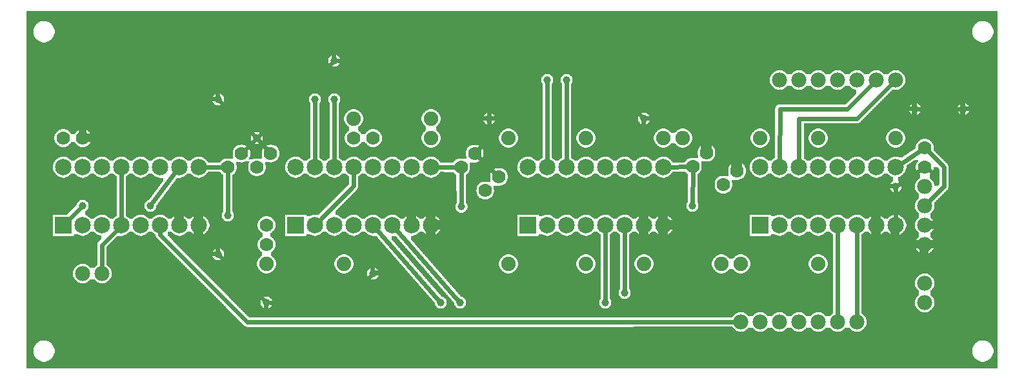
<source format=gtl>
G04 MADE WITH FRITZING*
G04 WWW.FRITZING.ORG*
G04 DOUBLE SIDED*
G04 HOLES PLATED*
G04 CONTOUR ON CENTER OF CONTOUR VECTOR*
%ASAXBY*%
%FSLAX23Y23*%
%MOIN*%
%OFA0B0*%
%SFA1.0B1.0*%
%ADD10C,0.075000*%
%ADD11C,0.039370*%
%ADD12C,0.070000*%
%ADD13C,0.085039*%
%ADD14C,0.078000*%
%ADD15R,0.085039X0.085039*%
%ADD16C,0.024000*%
%LNCOPPER1*%
G90*
G70*
G54D10*
X260Y1785D03*
G54D11*
X1529Y1432D03*
X1629Y1432D03*
X2829Y1532D03*
X2729Y1532D03*
X1029Y1432D03*
X2429Y1332D03*
X1229Y1232D03*
X4879Y1382D03*
X4529Y982D03*
X4629Y1382D03*
X3229Y1332D03*
X1079Y832D03*
X2286Y878D03*
X3479Y882D03*
X329Y882D03*
X679Y882D03*
X1029Y632D03*
X3129Y432D03*
X3029Y382D03*
X2279Y382D03*
X2179Y382D03*
X1829Y532D03*
X1279Y382D03*
X1629Y1632D03*
G54D12*
X1729Y1232D03*
X1829Y1232D03*
X4679Y1182D03*
X4679Y1082D03*
X3552Y1156D03*
X3481Y1085D03*
X3710Y1063D03*
X3639Y992D03*
X2355Y1153D03*
X2284Y1082D03*
X2479Y1032D03*
X2408Y962D03*
X1079Y1082D03*
X1150Y1153D03*
X1229Y1082D03*
X1300Y1153D03*
X229Y1232D03*
X329Y1232D03*
G54D10*
X1279Y582D03*
X1679Y582D03*
X2929Y1232D03*
X3329Y1232D03*
X2129Y1232D03*
X2529Y1232D03*
X1729Y1332D03*
X2129Y1332D03*
X3429Y1232D03*
X3829Y1232D03*
X4129Y1232D03*
X4529Y1232D03*
X3729Y582D03*
X4129Y582D03*
X3229Y582D03*
X3629Y582D03*
X2529Y582D03*
X2929Y582D03*
G54D12*
X1279Y782D03*
X1279Y682D03*
G54D13*
X229Y782D03*
X229Y1082D03*
X329Y782D03*
X329Y1082D03*
X429Y782D03*
X429Y1082D03*
X529Y782D03*
X529Y1082D03*
X629Y782D03*
X629Y1082D03*
X729Y782D03*
X729Y1082D03*
X829Y782D03*
X829Y1082D03*
X929Y782D03*
X929Y1082D03*
X1429Y782D03*
X1429Y1082D03*
X1529Y782D03*
X1529Y1082D03*
X1629Y782D03*
X1629Y1082D03*
X1729Y782D03*
X1729Y1082D03*
X1829Y782D03*
X1829Y1082D03*
X1929Y782D03*
X1929Y1082D03*
X2029Y782D03*
X2029Y1082D03*
X2129Y782D03*
X2129Y1082D03*
X2629Y782D03*
X2629Y1082D03*
X2729Y782D03*
X2729Y1082D03*
X2829Y782D03*
X2829Y1082D03*
X2929Y782D03*
X2929Y1082D03*
X3029Y782D03*
X3029Y1082D03*
X3129Y782D03*
X3129Y1082D03*
X3229Y782D03*
X3229Y1082D03*
X3329Y782D03*
X3329Y1082D03*
X3829Y782D03*
X3829Y1082D03*
X3929Y782D03*
X3929Y1082D03*
X4029Y782D03*
X4029Y1082D03*
X4129Y782D03*
X4129Y1082D03*
X4229Y782D03*
X4229Y1082D03*
X4329Y782D03*
X4329Y1082D03*
X4429Y782D03*
X4429Y1082D03*
X4529Y782D03*
X4529Y1082D03*
G54D14*
X3729Y282D03*
X3829Y282D03*
X3929Y282D03*
X4029Y282D03*
X4129Y282D03*
X4229Y282D03*
X4329Y282D03*
X4529Y1532D03*
X4429Y1532D03*
X4329Y1532D03*
X4229Y1532D03*
X4129Y1532D03*
X4029Y1532D03*
X3929Y1532D03*
X4679Y482D03*
X4679Y382D03*
X429Y532D03*
X329Y532D03*
X4679Y982D03*
X4679Y882D03*
X4679Y782D03*
X4679Y682D03*
G54D15*
X229Y782D03*
X1429Y782D03*
X2629Y782D03*
X3829Y782D03*
G54D16*
X2429Y1232D02*
X2429Y1313D01*
D02*
X2372Y1172D02*
X2429Y1232D01*
D02*
X2373Y1135D02*
X2460Y1051D01*
D02*
X4529Y963D02*
X4529Y813D01*
D02*
X4545Y993D02*
X4657Y1068D01*
D02*
X1242Y1218D02*
X1282Y1173D01*
D02*
X1216Y1219D02*
X1168Y1172D01*
D02*
X4778Y1081D02*
X4778Y982D01*
D02*
X4778Y982D02*
X4700Y904D01*
D02*
X4697Y1164D02*
X4778Y1081D01*
D02*
X4657Y1168D02*
X4555Y1099D01*
D02*
X1079Y1056D02*
X1079Y851D01*
D02*
X3479Y901D02*
X3481Y1059D01*
D02*
X2284Y1056D02*
X2286Y897D01*
D02*
X3699Y282D02*
X1179Y282D01*
D02*
X4030Y1333D02*
X4329Y1333D01*
D02*
X4329Y1333D02*
X4508Y1511D01*
D02*
X4029Y1113D02*
X4030Y1333D01*
D02*
X4280Y1383D02*
X3931Y1383D01*
D02*
X3931Y1383D02*
X3929Y1113D01*
D02*
X4408Y1511D02*
X4280Y1383D01*
D02*
X1679Y381D02*
X1816Y519D01*
D02*
X1298Y382D02*
X1679Y381D01*
D02*
X1729Y984D02*
X1729Y1052D01*
D02*
X1551Y804D02*
X1729Y984D01*
D02*
X251Y804D02*
X316Y869D01*
D02*
X690Y898D02*
X810Y1058D01*
D02*
X529Y813D02*
X529Y1052D01*
D02*
X1216Y1246D02*
X1042Y1419D01*
D02*
X4648Y1382D02*
X4860Y1382D01*
D02*
X1266Y396D02*
X1042Y619D01*
D02*
X2927Y1631D02*
X3215Y1346D01*
D02*
X2430Y1632D02*
X2927Y1631D01*
D02*
X1616Y1619D02*
X1242Y1246D01*
D02*
X2430Y1632D02*
X1648Y1632D01*
D02*
X2429Y1351D02*
X2430Y1632D01*
D02*
X1053Y1082D02*
X960Y1082D01*
D02*
X2258Y1082D02*
X2160Y1082D01*
D02*
X3455Y1084D02*
X3360Y1083D01*
D02*
X730Y733D02*
X730Y752D01*
D02*
X1179Y282D02*
X730Y733D01*
D02*
X2829Y1513D02*
X2829Y1113D01*
D02*
X2729Y1513D02*
X2729Y1113D01*
D02*
X1629Y1113D02*
X1629Y1413D01*
D02*
X1529Y1113D02*
X1529Y1413D01*
D02*
X4329Y312D02*
X4329Y752D01*
D02*
X4229Y312D02*
X4229Y752D01*
D02*
X3129Y451D02*
X3129Y752D01*
D02*
X3029Y401D02*
X3029Y752D01*
D02*
X1949Y759D02*
X2266Y397D01*
D02*
X2166Y397D02*
X1849Y759D01*
D02*
X428Y680D02*
X429Y562D01*
D02*
X507Y760D02*
X428Y680D01*
D02*
X4701Y1068D02*
X4710Y1063D01*
G36*
X4726Y1081D02*
X4726Y1075D01*
X4724Y1075D01*
X4724Y1069D01*
X4722Y1069D01*
X4722Y1063D01*
X4720Y1063D01*
X4720Y1061D01*
X4718Y1061D01*
X4718Y1057D01*
X4716Y1057D01*
X4716Y1055D01*
X4714Y1055D01*
X4714Y1053D01*
X4712Y1053D01*
X4712Y1049D01*
X4708Y1049D01*
X4708Y1047D01*
X4706Y1047D01*
X4706Y1045D01*
X4704Y1045D01*
X4704Y1025D01*
X4706Y1025D01*
X4706Y1023D01*
X4708Y1023D01*
X4708Y1021D01*
X4710Y1021D01*
X4710Y1019D01*
X4712Y1019D01*
X4712Y1017D01*
X4714Y1017D01*
X4714Y1015D01*
X4716Y1015D01*
X4716Y1013D01*
X4718Y1013D01*
X4718Y1011D01*
X4720Y1011D01*
X4720Y1009D01*
X4722Y1009D01*
X4722Y1005D01*
X4724Y1005D01*
X4724Y1001D01*
X4726Y1001D01*
X4726Y997D01*
X4728Y997D01*
X4728Y991D01*
X4730Y991D01*
X4730Y987D01*
X4750Y987D01*
X4750Y989D01*
X4752Y989D01*
X4752Y991D01*
X4754Y991D01*
X4754Y1073D01*
X4752Y1073D01*
X4752Y1075D01*
X4750Y1075D01*
X4750Y1077D01*
X4748Y1077D01*
X4748Y1079D01*
X4746Y1079D01*
X4746Y1081D01*
X4726Y1081D01*
G37*
D02*
G36*
X40Y1889D02*
X40Y1837D01*
X4990Y1837D01*
X4990Y1835D01*
X4996Y1835D01*
X4996Y1833D01*
X5002Y1833D01*
X5002Y1831D01*
X5004Y1831D01*
X5004Y1829D01*
X5008Y1829D01*
X5008Y1827D01*
X5012Y1827D01*
X5012Y1825D01*
X5014Y1825D01*
X5014Y1823D01*
X5016Y1823D01*
X5016Y1821D01*
X5018Y1821D01*
X5018Y1819D01*
X5020Y1819D01*
X5020Y1817D01*
X5022Y1817D01*
X5022Y1813D01*
X5024Y1813D01*
X5024Y1811D01*
X5026Y1811D01*
X5026Y1807D01*
X5028Y1807D01*
X5028Y1805D01*
X5030Y1805D01*
X5030Y1799D01*
X5032Y1799D01*
X5032Y1793D01*
X5034Y1793D01*
X5034Y1771D01*
X5032Y1771D01*
X5032Y1765D01*
X5030Y1765D01*
X5030Y1761D01*
X5028Y1761D01*
X5028Y1757D01*
X5026Y1757D01*
X5026Y1753D01*
X5024Y1753D01*
X5024Y1751D01*
X5022Y1751D01*
X5022Y1747D01*
X5020Y1747D01*
X5020Y1745D01*
X5018Y1745D01*
X5018Y1743D01*
X5016Y1743D01*
X5016Y1741D01*
X5014Y1741D01*
X5014Y1739D01*
X5010Y1739D01*
X5010Y1737D01*
X5008Y1737D01*
X5008Y1735D01*
X5004Y1735D01*
X5004Y1733D01*
X5000Y1733D01*
X5000Y1731D01*
X4996Y1731D01*
X4996Y1729D01*
X4990Y1729D01*
X4990Y1727D01*
X5056Y1727D01*
X5056Y1889D01*
X40Y1889D01*
G37*
D02*
G36*
X40Y1837D02*
X40Y1727D01*
X118Y1727D01*
X118Y1729D01*
X112Y1729D01*
X112Y1731D01*
X108Y1731D01*
X108Y1733D01*
X104Y1733D01*
X104Y1735D01*
X100Y1735D01*
X100Y1737D01*
X98Y1737D01*
X98Y1739D01*
X94Y1739D01*
X94Y1741D01*
X92Y1741D01*
X92Y1743D01*
X90Y1743D01*
X90Y1745D01*
X88Y1745D01*
X88Y1747D01*
X86Y1747D01*
X86Y1751D01*
X84Y1751D01*
X84Y1753D01*
X82Y1753D01*
X82Y1757D01*
X80Y1757D01*
X80Y1759D01*
X78Y1759D01*
X78Y1765D01*
X76Y1765D01*
X76Y1771D01*
X74Y1771D01*
X74Y1793D01*
X76Y1793D01*
X76Y1799D01*
X78Y1799D01*
X78Y1805D01*
X80Y1805D01*
X80Y1807D01*
X82Y1807D01*
X82Y1811D01*
X84Y1811D01*
X84Y1815D01*
X86Y1815D01*
X86Y1817D01*
X88Y1817D01*
X88Y1819D01*
X90Y1819D01*
X90Y1821D01*
X92Y1821D01*
X92Y1823D01*
X94Y1823D01*
X94Y1825D01*
X96Y1825D01*
X96Y1827D01*
X100Y1827D01*
X100Y1829D01*
X102Y1829D01*
X102Y1831D01*
X106Y1831D01*
X106Y1833D01*
X110Y1833D01*
X110Y1835D01*
X118Y1835D01*
X118Y1837D01*
X40Y1837D01*
G37*
D02*
G36*
X140Y1837D02*
X140Y1835D01*
X146Y1835D01*
X146Y1833D01*
X152Y1833D01*
X152Y1831D01*
X154Y1831D01*
X154Y1829D01*
X158Y1829D01*
X158Y1827D01*
X162Y1827D01*
X162Y1825D01*
X164Y1825D01*
X164Y1823D01*
X166Y1823D01*
X166Y1821D01*
X168Y1821D01*
X168Y1819D01*
X170Y1819D01*
X170Y1817D01*
X172Y1817D01*
X172Y1813D01*
X174Y1813D01*
X174Y1811D01*
X176Y1811D01*
X176Y1807D01*
X178Y1807D01*
X178Y1805D01*
X180Y1805D01*
X180Y1799D01*
X182Y1799D01*
X182Y1793D01*
X184Y1793D01*
X184Y1771D01*
X182Y1771D01*
X182Y1765D01*
X180Y1765D01*
X180Y1761D01*
X178Y1761D01*
X178Y1757D01*
X176Y1757D01*
X176Y1753D01*
X174Y1753D01*
X174Y1751D01*
X172Y1751D01*
X172Y1747D01*
X170Y1747D01*
X170Y1745D01*
X168Y1745D01*
X168Y1743D01*
X166Y1743D01*
X166Y1741D01*
X164Y1741D01*
X164Y1739D01*
X160Y1739D01*
X160Y1737D01*
X158Y1737D01*
X158Y1735D01*
X154Y1735D01*
X154Y1733D01*
X150Y1733D01*
X150Y1731D01*
X146Y1731D01*
X146Y1729D01*
X140Y1729D01*
X140Y1727D01*
X4968Y1727D01*
X4968Y1729D01*
X4962Y1729D01*
X4962Y1731D01*
X4958Y1731D01*
X4958Y1733D01*
X4954Y1733D01*
X4954Y1735D01*
X4950Y1735D01*
X4950Y1737D01*
X4948Y1737D01*
X4948Y1739D01*
X4944Y1739D01*
X4944Y1741D01*
X4942Y1741D01*
X4942Y1743D01*
X4940Y1743D01*
X4940Y1745D01*
X4938Y1745D01*
X4938Y1747D01*
X4936Y1747D01*
X4936Y1751D01*
X4934Y1751D01*
X4934Y1753D01*
X4932Y1753D01*
X4932Y1757D01*
X4930Y1757D01*
X4930Y1759D01*
X4928Y1759D01*
X4928Y1765D01*
X4926Y1765D01*
X4926Y1771D01*
X4924Y1771D01*
X4924Y1793D01*
X4926Y1793D01*
X4926Y1799D01*
X4928Y1799D01*
X4928Y1805D01*
X4930Y1805D01*
X4930Y1807D01*
X4932Y1807D01*
X4932Y1811D01*
X4934Y1811D01*
X4934Y1815D01*
X4936Y1815D01*
X4936Y1817D01*
X4938Y1817D01*
X4938Y1819D01*
X4940Y1819D01*
X4940Y1821D01*
X4942Y1821D01*
X4942Y1823D01*
X4944Y1823D01*
X4944Y1825D01*
X4946Y1825D01*
X4946Y1827D01*
X4950Y1827D01*
X4950Y1829D01*
X4952Y1829D01*
X4952Y1831D01*
X4956Y1831D01*
X4956Y1833D01*
X4960Y1833D01*
X4960Y1835D01*
X4968Y1835D01*
X4968Y1837D01*
X140Y1837D01*
G37*
D02*
G36*
X40Y1727D02*
X40Y1725D01*
X5056Y1725D01*
X5056Y1727D01*
X40Y1727D01*
G37*
D02*
G36*
X40Y1727D02*
X40Y1725D01*
X5056Y1725D01*
X5056Y1727D01*
X40Y1727D01*
G37*
D02*
G36*
X40Y1727D02*
X40Y1725D01*
X5056Y1725D01*
X5056Y1727D01*
X40Y1727D01*
G37*
D02*
G36*
X40Y1725D02*
X40Y1663D01*
X1638Y1663D01*
X1638Y1661D01*
X1642Y1661D01*
X1642Y1659D01*
X1646Y1659D01*
X1646Y1657D01*
X1648Y1657D01*
X1648Y1655D01*
X1650Y1655D01*
X1650Y1653D01*
X1652Y1653D01*
X1652Y1651D01*
X1654Y1651D01*
X1654Y1649D01*
X1656Y1649D01*
X1656Y1645D01*
X1658Y1645D01*
X1658Y1641D01*
X1660Y1641D01*
X1660Y1625D01*
X1658Y1625D01*
X1658Y1619D01*
X1656Y1619D01*
X1656Y1617D01*
X1654Y1617D01*
X1654Y1613D01*
X1652Y1613D01*
X1652Y1611D01*
X1650Y1611D01*
X1650Y1609D01*
X1648Y1609D01*
X1648Y1607D01*
X1644Y1607D01*
X1644Y1605D01*
X1642Y1605D01*
X1642Y1603D01*
X1636Y1603D01*
X1636Y1601D01*
X5056Y1601D01*
X5056Y1725D01*
X40Y1725D01*
G37*
D02*
G36*
X40Y1663D02*
X40Y1601D01*
X1622Y1601D01*
X1622Y1603D01*
X1616Y1603D01*
X1616Y1605D01*
X1614Y1605D01*
X1614Y1607D01*
X1610Y1607D01*
X1610Y1609D01*
X1608Y1609D01*
X1608Y1611D01*
X1606Y1611D01*
X1606Y1613D01*
X1604Y1613D01*
X1604Y1617D01*
X1602Y1617D01*
X1602Y1619D01*
X1600Y1619D01*
X1600Y1623D01*
X1598Y1623D01*
X1598Y1641D01*
X1600Y1641D01*
X1600Y1645D01*
X1602Y1645D01*
X1602Y1649D01*
X1604Y1649D01*
X1604Y1651D01*
X1606Y1651D01*
X1606Y1653D01*
X1608Y1653D01*
X1608Y1655D01*
X1610Y1655D01*
X1610Y1657D01*
X1612Y1657D01*
X1612Y1659D01*
X1616Y1659D01*
X1616Y1661D01*
X1620Y1661D01*
X1620Y1663D01*
X40Y1663D01*
G37*
D02*
G36*
X40Y1601D02*
X40Y1599D01*
X5056Y1599D01*
X5056Y1601D01*
X40Y1601D01*
G37*
D02*
G36*
X40Y1601D02*
X40Y1599D01*
X5056Y1599D01*
X5056Y1601D01*
X40Y1601D01*
G37*
D02*
G36*
X40Y1599D02*
X40Y1583D01*
X4538Y1583D01*
X4538Y1581D01*
X4544Y1581D01*
X4544Y1579D01*
X4548Y1579D01*
X4548Y1577D01*
X4552Y1577D01*
X4552Y1575D01*
X4556Y1575D01*
X4556Y1573D01*
X4558Y1573D01*
X4558Y1571D01*
X4560Y1571D01*
X4560Y1569D01*
X4562Y1569D01*
X4562Y1567D01*
X4564Y1567D01*
X4564Y1565D01*
X4566Y1565D01*
X4566Y1563D01*
X4568Y1563D01*
X4568Y1561D01*
X4570Y1561D01*
X4570Y1559D01*
X4572Y1559D01*
X4572Y1555D01*
X4574Y1555D01*
X4574Y1551D01*
X4576Y1551D01*
X4576Y1547D01*
X4578Y1547D01*
X4578Y1541D01*
X4580Y1541D01*
X4580Y1523D01*
X4578Y1523D01*
X4578Y1517D01*
X4576Y1517D01*
X4576Y1513D01*
X4574Y1513D01*
X4574Y1509D01*
X4572Y1509D01*
X4572Y1505D01*
X4570Y1505D01*
X4570Y1503D01*
X4568Y1503D01*
X4568Y1501D01*
X4566Y1501D01*
X4566Y1499D01*
X4564Y1499D01*
X4564Y1497D01*
X4562Y1497D01*
X4562Y1495D01*
X4560Y1495D01*
X4560Y1493D01*
X4558Y1493D01*
X4558Y1491D01*
X4554Y1491D01*
X4554Y1489D01*
X4552Y1489D01*
X4552Y1487D01*
X4548Y1487D01*
X4548Y1485D01*
X4544Y1485D01*
X4544Y1483D01*
X4536Y1483D01*
X4536Y1481D01*
X4510Y1481D01*
X4510Y1479D01*
X4508Y1479D01*
X4508Y1477D01*
X4506Y1477D01*
X4506Y1475D01*
X4504Y1475D01*
X4504Y1473D01*
X4502Y1473D01*
X4502Y1471D01*
X4500Y1471D01*
X4500Y1469D01*
X4498Y1469D01*
X4498Y1467D01*
X4496Y1467D01*
X4496Y1465D01*
X4494Y1465D01*
X4494Y1463D01*
X4492Y1463D01*
X4492Y1461D01*
X4490Y1461D01*
X4490Y1459D01*
X4488Y1459D01*
X4488Y1457D01*
X4486Y1457D01*
X4486Y1455D01*
X4484Y1455D01*
X4484Y1453D01*
X4482Y1453D01*
X4482Y1451D01*
X4480Y1451D01*
X4480Y1449D01*
X4478Y1449D01*
X4478Y1447D01*
X4476Y1447D01*
X4476Y1445D01*
X4474Y1445D01*
X4474Y1443D01*
X4472Y1443D01*
X4472Y1441D01*
X4470Y1441D01*
X4470Y1439D01*
X4468Y1439D01*
X4468Y1437D01*
X4466Y1437D01*
X4466Y1435D01*
X4464Y1435D01*
X4464Y1433D01*
X4462Y1433D01*
X4462Y1431D01*
X4460Y1431D01*
X4460Y1429D01*
X4458Y1429D01*
X4458Y1427D01*
X4456Y1427D01*
X4456Y1425D01*
X4454Y1425D01*
X4454Y1423D01*
X4452Y1423D01*
X4452Y1421D01*
X4450Y1421D01*
X4450Y1419D01*
X4448Y1419D01*
X4448Y1417D01*
X4446Y1417D01*
X4446Y1415D01*
X4444Y1415D01*
X4444Y1413D01*
X4888Y1413D01*
X4888Y1411D01*
X4892Y1411D01*
X4892Y1409D01*
X4896Y1409D01*
X4896Y1407D01*
X4898Y1407D01*
X4898Y1405D01*
X4900Y1405D01*
X4900Y1403D01*
X4902Y1403D01*
X4902Y1401D01*
X4904Y1401D01*
X4904Y1399D01*
X4906Y1399D01*
X4906Y1395D01*
X4908Y1395D01*
X4908Y1391D01*
X4910Y1391D01*
X4910Y1375D01*
X4908Y1375D01*
X4908Y1369D01*
X4906Y1369D01*
X4906Y1367D01*
X4904Y1367D01*
X4904Y1363D01*
X4902Y1363D01*
X4902Y1361D01*
X4900Y1361D01*
X4900Y1359D01*
X4898Y1359D01*
X4898Y1357D01*
X4894Y1357D01*
X4894Y1355D01*
X4892Y1355D01*
X4892Y1353D01*
X4886Y1353D01*
X4886Y1351D01*
X5056Y1351D01*
X5056Y1599D01*
X40Y1599D01*
G37*
D02*
G36*
X40Y1583D02*
X40Y1563D01*
X2838Y1563D01*
X2838Y1561D01*
X2842Y1561D01*
X2842Y1559D01*
X2846Y1559D01*
X2846Y1557D01*
X2848Y1557D01*
X2848Y1555D01*
X2850Y1555D01*
X2850Y1553D01*
X2852Y1553D01*
X2852Y1551D01*
X2854Y1551D01*
X2854Y1549D01*
X2856Y1549D01*
X2856Y1545D01*
X2858Y1545D01*
X2858Y1541D01*
X2860Y1541D01*
X2860Y1525D01*
X2858Y1525D01*
X2858Y1519D01*
X2856Y1519D01*
X2856Y1517D01*
X2854Y1517D01*
X2854Y1513D01*
X2852Y1513D01*
X2852Y1481D01*
X3922Y1481D01*
X3922Y1483D01*
X3914Y1483D01*
X3914Y1485D01*
X3910Y1485D01*
X3910Y1487D01*
X3906Y1487D01*
X3906Y1489D01*
X3902Y1489D01*
X3902Y1491D01*
X3900Y1491D01*
X3900Y1493D01*
X3898Y1493D01*
X3898Y1495D01*
X3896Y1495D01*
X3896Y1497D01*
X3894Y1497D01*
X3894Y1499D01*
X3892Y1499D01*
X3892Y1501D01*
X3890Y1501D01*
X3890Y1503D01*
X3888Y1503D01*
X3888Y1505D01*
X3886Y1505D01*
X3886Y1509D01*
X3884Y1509D01*
X3884Y1513D01*
X3882Y1513D01*
X3882Y1517D01*
X3880Y1517D01*
X3880Y1523D01*
X3878Y1523D01*
X3878Y1541D01*
X3880Y1541D01*
X3880Y1547D01*
X3882Y1547D01*
X3882Y1551D01*
X3884Y1551D01*
X3884Y1555D01*
X3886Y1555D01*
X3886Y1559D01*
X3888Y1559D01*
X3888Y1561D01*
X3890Y1561D01*
X3890Y1563D01*
X3892Y1563D01*
X3892Y1565D01*
X3894Y1565D01*
X3894Y1567D01*
X3896Y1567D01*
X3896Y1569D01*
X3898Y1569D01*
X3898Y1571D01*
X3900Y1571D01*
X3900Y1573D01*
X3902Y1573D01*
X3902Y1575D01*
X3906Y1575D01*
X3906Y1577D01*
X3910Y1577D01*
X3910Y1579D01*
X3914Y1579D01*
X3914Y1581D01*
X3920Y1581D01*
X3920Y1583D01*
X40Y1583D01*
G37*
D02*
G36*
X3938Y1583D02*
X3938Y1581D01*
X3944Y1581D01*
X3944Y1579D01*
X3948Y1579D01*
X3948Y1577D01*
X3952Y1577D01*
X3952Y1575D01*
X3956Y1575D01*
X3956Y1573D01*
X3958Y1573D01*
X3958Y1571D01*
X3960Y1571D01*
X3960Y1569D01*
X3962Y1569D01*
X3962Y1567D01*
X3964Y1567D01*
X3964Y1565D01*
X3966Y1565D01*
X3966Y1563D01*
X3968Y1563D01*
X3968Y1561D01*
X3990Y1561D01*
X3990Y1563D01*
X3992Y1563D01*
X3992Y1565D01*
X3994Y1565D01*
X3994Y1567D01*
X3996Y1567D01*
X3996Y1569D01*
X3998Y1569D01*
X3998Y1571D01*
X4000Y1571D01*
X4000Y1573D01*
X4002Y1573D01*
X4002Y1575D01*
X4006Y1575D01*
X4006Y1577D01*
X4010Y1577D01*
X4010Y1579D01*
X4014Y1579D01*
X4014Y1581D01*
X4020Y1581D01*
X4020Y1583D01*
X3938Y1583D01*
G37*
D02*
G36*
X4038Y1583D02*
X4038Y1581D01*
X4044Y1581D01*
X4044Y1579D01*
X4048Y1579D01*
X4048Y1577D01*
X4052Y1577D01*
X4052Y1575D01*
X4056Y1575D01*
X4056Y1573D01*
X4058Y1573D01*
X4058Y1571D01*
X4060Y1571D01*
X4060Y1569D01*
X4062Y1569D01*
X4062Y1567D01*
X4064Y1567D01*
X4064Y1565D01*
X4066Y1565D01*
X4066Y1563D01*
X4068Y1563D01*
X4068Y1561D01*
X4090Y1561D01*
X4090Y1563D01*
X4092Y1563D01*
X4092Y1565D01*
X4094Y1565D01*
X4094Y1567D01*
X4096Y1567D01*
X4096Y1569D01*
X4098Y1569D01*
X4098Y1571D01*
X4100Y1571D01*
X4100Y1573D01*
X4102Y1573D01*
X4102Y1575D01*
X4106Y1575D01*
X4106Y1577D01*
X4110Y1577D01*
X4110Y1579D01*
X4114Y1579D01*
X4114Y1581D01*
X4120Y1581D01*
X4120Y1583D01*
X4038Y1583D01*
G37*
D02*
G36*
X4138Y1583D02*
X4138Y1581D01*
X4144Y1581D01*
X4144Y1579D01*
X4148Y1579D01*
X4148Y1577D01*
X4152Y1577D01*
X4152Y1575D01*
X4156Y1575D01*
X4156Y1573D01*
X4158Y1573D01*
X4158Y1571D01*
X4160Y1571D01*
X4160Y1569D01*
X4162Y1569D01*
X4162Y1567D01*
X4164Y1567D01*
X4164Y1565D01*
X4166Y1565D01*
X4166Y1563D01*
X4168Y1563D01*
X4168Y1561D01*
X4190Y1561D01*
X4190Y1563D01*
X4192Y1563D01*
X4192Y1565D01*
X4194Y1565D01*
X4194Y1567D01*
X4196Y1567D01*
X4196Y1569D01*
X4198Y1569D01*
X4198Y1571D01*
X4200Y1571D01*
X4200Y1573D01*
X4202Y1573D01*
X4202Y1575D01*
X4206Y1575D01*
X4206Y1577D01*
X4210Y1577D01*
X4210Y1579D01*
X4214Y1579D01*
X4214Y1581D01*
X4220Y1581D01*
X4220Y1583D01*
X4138Y1583D01*
G37*
D02*
G36*
X4238Y1583D02*
X4238Y1581D01*
X4244Y1581D01*
X4244Y1579D01*
X4248Y1579D01*
X4248Y1577D01*
X4252Y1577D01*
X4252Y1575D01*
X4256Y1575D01*
X4256Y1573D01*
X4258Y1573D01*
X4258Y1571D01*
X4260Y1571D01*
X4260Y1569D01*
X4262Y1569D01*
X4262Y1567D01*
X4264Y1567D01*
X4264Y1565D01*
X4266Y1565D01*
X4266Y1563D01*
X4268Y1563D01*
X4268Y1561D01*
X4290Y1561D01*
X4290Y1563D01*
X4292Y1563D01*
X4292Y1565D01*
X4294Y1565D01*
X4294Y1567D01*
X4296Y1567D01*
X4296Y1569D01*
X4298Y1569D01*
X4298Y1571D01*
X4300Y1571D01*
X4300Y1573D01*
X4302Y1573D01*
X4302Y1575D01*
X4306Y1575D01*
X4306Y1577D01*
X4310Y1577D01*
X4310Y1579D01*
X4314Y1579D01*
X4314Y1581D01*
X4320Y1581D01*
X4320Y1583D01*
X4238Y1583D01*
G37*
D02*
G36*
X4338Y1583D02*
X4338Y1581D01*
X4344Y1581D01*
X4344Y1579D01*
X4348Y1579D01*
X4348Y1577D01*
X4352Y1577D01*
X4352Y1575D01*
X4356Y1575D01*
X4356Y1573D01*
X4358Y1573D01*
X4358Y1571D01*
X4360Y1571D01*
X4360Y1569D01*
X4362Y1569D01*
X4362Y1567D01*
X4364Y1567D01*
X4364Y1565D01*
X4366Y1565D01*
X4366Y1563D01*
X4368Y1563D01*
X4368Y1561D01*
X4390Y1561D01*
X4390Y1563D01*
X4392Y1563D01*
X4392Y1565D01*
X4394Y1565D01*
X4394Y1567D01*
X4396Y1567D01*
X4396Y1569D01*
X4398Y1569D01*
X4398Y1571D01*
X4400Y1571D01*
X4400Y1573D01*
X4402Y1573D01*
X4402Y1575D01*
X4406Y1575D01*
X4406Y1577D01*
X4410Y1577D01*
X4410Y1579D01*
X4414Y1579D01*
X4414Y1581D01*
X4420Y1581D01*
X4420Y1583D01*
X4338Y1583D01*
G37*
D02*
G36*
X4438Y1583D02*
X4438Y1581D01*
X4444Y1581D01*
X4444Y1579D01*
X4448Y1579D01*
X4448Y1577D01*
X4452Y1577D01*
X4452Y1575D01*
X4456Y1575D01*
X4456Y1573D01*
X4458Y1573D01*
X4458Y1571D01*
X4460Y1571D01*
X4460Y1569D01*
X4462Y1569D01*
X4462Y1567D01*
X4464Y1567D01*
X4464Y1565D01*
X4466Y1565D01*
X4466Y1563D01*
X4468Y1563D01*
X4468Y1561D01*
X4490Y1561D01*
X4490Y1563D01*
X4492Y1563D01*
X4492Y1565D01*
X4494Y1565D01*
X4494Y1567D01*
X4496Y1567D01*
X4496Y1569D01*
X4498Y1569D01*
X4498Y1571D01*
X4500Y1571D01*
X4500Y1573D01*
X4502Y1573D01*
X4502Y1575D01*
X4506Y1575D01*
X4506Y1577D01*
X4510Y1577D01*
X4510Y1579D01*
X4514Y1579D01*
X4514Y1581D01*
X4520Y1581D01*
X4520Y1583D01*
X4438Y1583D01*
G37*
D02*
G36*
X40Y1563D02*
X40Y1463D01*
X1638Y1463D01*
X1638Y1461D01*
X1642Y1461D01*
X1642Y1459D01*
X1646Y1459D01*
X1646Y1457D01*
X1648Y1457D01*
X1648Y1455D01*
X1650Y1455D01*
X1650Y1453D01*
X1652Y1453D01*
X1652Y1451D01*
X1654Y1451D01*
X1654Y1449D01*
X1656Y1449D01*
X1656Y1445D01*
X1658Y1445D01*
X1658Y1441D01*
X1660Y1441D01*
X1660Y1425D01*
X1658Y1425D01*
X1658Y1419D01*
X1656Y1419D01*
X1656Y1417D01*
X1654Y1417D01*
X1654Y1413D01*
X1652Y1413D01*
X1652Y1381D01*
X2140Y1381D01*
X2140Y1379D01*
X2146Y1379D01*
X2146Y1377D01*
X2150Y1377D01*
X2150Y1375D01*
X2152Y1375D01*
X2152Y1373D01*
X2156Y1373D01*
X2156Y1371D01*
X2158Y1371D01*
X2158Y1369D01*
X2160Y1369D01*
X2160Y1367D01*
X2162Y1367D01*
X2162Y1365D01*
X2164Y1365D01*
X2164Y1363D01*
X2438Y1363D01*
X2438Y1361D01*
X2442Y1361D01*
X2442Y1359D01*
X2446Y1359D01*
X2446Y1357D01*
X2448Y1357D01*
X2448Y1355D01*
X2450Y1355D01*
X2450Y1353D01*
X2452Y1353D01*
X2452Y1351D01*
X2454Y1351D01*
X2454Y1349D01*
X2456Y1349D01*
X2456Y1345D01*
X2458Y1345D01*
X2458Y1341D01*
X2460Y1341D01*
X2460Y1325D01*
X2458Y1325D01*
X2458Y1319D01*
X2456Y1319D01*
X2456Y1317D01*
X2454Y1317D01*
X2454Y1313D01*
X2452Y1313D01*
X2452Y1311D01*
X2450Y1311D01*
X2450Y1309D01*
X2448Y1309D01*
X2448Y1307D01*
X2444Y1307D01*
X2444Y1305D01*
X2442Y1305D01*
X2442Y1303D01*
X2436Y1303D01*
X2436Y1301D01*
X2704Y1301D01*
X2704Y1517D01*
X2702Y1517D01*
X2702Y1519D01*
X2700Y1519D01*
X2700Y1523D01*
X2698Y1523D01*
X2698Y1541D01*
X2700Y1541D01*
X2700Y1545D01*
X2702Y1545D01*
X2702Y1549D01*
X2704Y1549D01*
X2704Y1551D01*
X2706Y1551D01*
X2706Y1553D01*
X2708Y1553D01*
X2708Y1555D01*
X2710Y1555D01*
X2710Y1557D01*
X2712Y1557D01*
X2712Y1559D01*
X2716Y1559D01*
X2716Y1561D01*
X2720Y1561D01*
X2720Y1563D01*
X40Y1563D01*
G37*
D02*
G36*
X2738Y1563D02*
X2738Y1561D01*
X2742Y1561D01*
X2742Y1559D01*
X2746Y1559D01*
X2746Y1557D01*
X2748Y1557D01*
X2748Y1555D01*
X2750Y1555D01*
X2750Y1553D01*
X2752Y1553D01*
X2752Y1551D01*
X2754Y1551D01*
X2754Y1549D01*
X2756Y1549D01*
X2756Y1545D01*
X2758Y1545D01*
X2758Y1541D01*
X2760Y1541D01*
X2760Y1525D01*
X2758Y1525D01*
X2758Y1519D01*
X2756Y1519D01*
X2756Y1517D01*
X2754Y1517D01*
X2754Y1513D01*
X2752Y1513D01*
X2752Y1129D01*
X2756Y1129D01*
X2756Y1127D01*
X2758Y1127D01*
X2758Y1125D01*
X2760Y1125D01*
X2760Y1123D01*
X2764Y1123D01*
X2764Y1121D01*
X2766Y1121D01*
X2766Y1119D01*
X2768Y1119D01*
X2768Y1117D01*
X2790Y1117D01*
X2790Y1119D01*
X2792Y1119D01*
X2792Y1121D01*
X2794Y1121D01*
X2794Y1123D01*
X2796Y1123D01*
X2796Y1125D01*
X2800Y1125D01*
X2800Y1127D01*
X2802Y1127D01*
X2802Y1129D01*
X2804Y1129D01*
X2804Y1517D01*
X2802Y1517D01*
X2802Y1519D01*
X2800Y1519D01*
X2800Y1523D01*
X2798Y1523D01*
X2798Y1541D01*
X2800Y1541D01*
X2800Y1545D01*
X2802Y1545D01*
X2802Y1549D01*
X2804Y1549D01*
X2804Y1551D01*
X2806Y1551D01*
X2806Y1553D01*
X2808Y1553D01*
X2808Y1555D01*
X2810Y1555D01*
X2810Y1557D01*
X2812Y1557D01*
X2812Y1559D01*
X2816Y1559D01*
X2816Y1561D01*
X2820Y1561D01*
X2820Y1563D01*
X2738Y1563D01*
G37*
D02*
G36*
X3968Y1503D02*
X3968Y1501D01*
X3966Y1501D01*
X3966Y1499D01*
X3964Y1499D01*
X3964Y1497D01*
X3962Y1497D01*
X3962Y1495D01*
X3960Y1495D01*
X3960Y1493D01*
X3958Y1493D01*
X3958Y1491D01*
X3954Y1491D01*
X3954Y1489D01*
X3952Y1489D01*
X3952Y1487D01*
X3948Y1487D01*
X3948Y1485D01*
X3944Y1485D01*
X3944Y1483D01*
X3936Y1483D01*
X3936Y1481D01*
X4022Y1481D01*
X4022Y1483D01*
X4014Y1483D01*
X4014Y1485D01*
X4010Y1485D01*
X4010Y1487D01*
X4006Y1487D01*
X4006Y1489D01*
X4002Y1489D01*
X4002Y1491D01*
X4000Y1491D01*
X4000Y1493D01*
X3998Y1493D01*
X3998Y1495D01*
X3996Y1495D01*
X3996Y1497D01*
X3994Y1497D01*
X3994Y1499D01*
X3992Y1499D01*
X3992Y1501D01*
X3990Y1501D01*
X3990Y1503D01*
X3968Y1503D01*
G37*
D02*
G36*
X4068Y1503D02*
X4068Y1501D01*
X4066Y1501D01*
X4066Y1499D01*
X4064Y1499D01*
X4064Y1497D01*
X4062Y1497D01*
X4062Y1495D01*
X4060Y1495D01*
X4060Y1493D01*
X4058Y1493D01*
X4058Y1491D01*
X4054Y1491D01*
X4054Y1489D01*
X4052Y1489D01*
X4052Y1487D01*
X4048Y1487D01*
X4048Y1485D01*
X4044Y1485D01*
X4044Y1483D01*
X4036Y1483D01*
X4036Y1481D01*
X4122Y1481D01*
X4122Y1483D01*
X4114Y1483D01*
X4114Y1485D01*
X4110Y1485D01*
X4110Y1487D01*
X4106Y1487D01*
X4106Y1489D01*
X4102Y1489D01*
X4102Y1491D01*
X4100Y1491D01*
X4100Y1493D01*
X4098Y1493D01*
X4098Y1495D01*
X4096Y1495D01*
X4096Y1497D01*
X4094Y1497D01*
X4094Y1499D01*
X4092Y1499D01*
X4092Y1501D01*
X4090Y1501D01*
X4090Y1503D01*
X4068Y1503D01*
G37*
D02*
G36*
X4168Y1503D02*
X4168Y1501D01*
X4166Y1501D01*
X4166Y1499D01*
X4164Y1499D01*
X4164Y1497D01*
X4162Y1497D01*
X4162Y1495D01*
X4160Y1495D01*
X4160Y1493D01*
X4158Y1493D01*
X4158Y1491D01*
X4154Y1491D01*
X4154Y1489D01*
X4152Y1489D01*
X4152Y1487D01*
X4148Y1487D01*
X4148Y1485D01*
X4144Y1485D01*
X4144Y1483D01*
X4136Y1483D01*
X4136Y1481D01*
X4222Y1481D01*
X4222Y1483D01*
X4214Y1483D01*
X4214Y1485D01*
X4210Y1485D01*
X4210Y1487D01*
X4206Y1487D01*
X4206Y1489D01*
X4202Y1489D01*
X4202Y1491D01*
X4200Y1491D01*
X4200Y1493D01*
X4198Y1493D01*
X4198Y1495D01*
X4196Y1495D01*
X4196Y1497D01*
X4194Y1497D01*
X4194Y1499D01*
X4192Y1499D01*
X4192Y1501D01*
X4190Y1501D01*
X4190Y1503D01*
X4168Y1503D01*
G37*
D02*
G36*
X4268Y1503D02*
X4268Y1501D01*
X4266Y1501D01*
X4266Y1499D01*
X4264Y1499D01*
X4264Y1497D01*
X4262Y1497D01*
X4262Y1495D01*
X4260Y1495D01*
X4260Y1493D01*
X4258Y1493D01*
X4258Y1491D01*
X4254Y1491D01*
X4254Y1489D01*
X4252Y1489D01*
X4252Y1487D01*
X4248Y1487D01*
X4248Y1485D01*
X4244Y1485D01*
X4244Y1483D01*
X4236Y1483D01*
X4236Y1481D01*
X4322Y1481D01*
X4322Y1483D01*
X4314Y1483D01*
X4314Y1485D01*
X4310Y1485D01*
X4310Y1487D01*
X4306Y1487D01*
X4306Y1489D01*
X4302Y1489D01*
X4302Y1491D01*
X4300Y1491D01*
X4300Y1493D01*
X4298Y1493D01*
X4298Y1495D01*
X4296Y1495D01*
X4296Y1497D01*
X4294Y1497D01*
X4294Y1499D01*
X4292Y1499D01*
X4292Y1501D01*
X4290Y1501D01*
X4290Y1503D01*
X4268Y1503D01*
G37*
D02*
G36*
X2852Y1481D02*
X2852Y1479D01*
X4326Y1479D01*
X4326Y1481D01*
X2852Y1481D01*
G37*
D02*
G36*
X2852Y1481D02*
X2852Y1479D01*
X4326Y1479D01*
X4326Y1481D01*
X2852Y1481D01*
G37*
D02*
G36*
X2852Y1481D02*
X2852Y1479D01*
X4326Y1479D01*
X4326Y1481D01*
X2852Y1481D01*
G37*
D02*
G36*
X2852Y1481D02*
X2852Y1479D01*
X4326Y1479D01*
X4326Y1481D01*
X2852Y1481D01*
G37*
D02*
G36*
X2852Y1481D02*
X2852Y1479D01*
X4326Y1479D01*
X4326Y1481D01*
X2852Y1481D01*
G37*
D02*
G36*
X2852Y1479D02*
X2852Y1363D01*
X3238Y1363D01*
X3238Y1361D01*
X3242Y1361D01*
X3242Y1359D01*
X3246Y1359D01*
X3246Y1357D01*
X3248Y1357D01*
X3248Y1355D01*
X3250Y1355D01*
X3250Y1353D01*
X3252Y1353D01*
X3252Y1351D01*
X3254Y1351D01*
X3254Y1349D01*
X3256Y1349D01*
X3256Y1345D01*
X3258Y1345D01*
X3258Y1341D01*
X3260Y1341D01*
X3260Y1325D01*
X3258Y1325D01*
X3258Y1319D01*
X3256Y1319D01*
X3256Y1317D01*
X3254Y1317D01*
X3254Y1313D01*
X3252Y1313D01*
X3252Y1311D01*
X3250Y1311D01*
X3250Y1309D01*
X3248Y1309D01*
X3248Y1307D01*
X3244Y1307D01*
X3244Y1305D01*
X3242Y1305D01*
X3242Y1303D01*
X3236Y1303D01*
X3236Y1301D01*
X3906Y1301D01*
X3906Y1387D01*
X3908Y1387D01*
X3908Y1393D01*
X3910Y1393D01*
X3910Y1397D01*
X3912Y1397D01*
X3912Y1399D01*
X3914Y1399D01*
X3914Y1401D01*
X3918Y1401D01*
X3918Y1403D01*
X3920Y1403D01*
X3920Y1405D01*
X3928Y1405D01*
X3928Y1407D01*
X4272Y1407D01*
X4272Y1409D01*
X4274Y1409D01*
X4274Y1411D01*
X4276Y1411D01*
X4276Y1413D01*
X4278Y1413D01*
X4278Y1415D01*
X4280Y1415D01*
X4280Y1417D01*
X4282Y1417D01*
X4282Y1419D01*
X4284Y1419D01*
X4284Y1421D01*
X4286Y1421D01*
X4286Y1423D01*
X4288Y1423D01*
X4288Y1425D01*
X4290Y1425D01*
X4290Y1427D01*
X4292Y1427D01*
X4292Y1429D01*
X4294Y1429D01*
X4294Y1431D01*
X4296Y1431D01*
X4296Y1433D01*
X4298Y1433D01*
X4298Y1435D01*
X4300Y1435D01*
X4300Y1437D01*
X4302Y1437D01*
X4302Y1439D01*
X4304Y1439D01*
X4304Y1441D01*
X4306Y1441D01*
X4306Y1443D01*
X4308Y1443D01*
X4308Y1445D01*
X4310Y1445D01*
X4310Y1447D01*
X4312Y1447D01*
X4312Y1449D01*
X4314Y1449D01*
X4314Y1451D01*
X4316Y1451D01*
X4316Y1453D01*
X4318Y1453D01*
X4318Y1455D01*
X4320Y1455D01*
X4320Y1457D01*
X4322Y1457D01*
X4322Y1459D01*
X4324Y1459D01*
X4324Y1461D01*
X4326Y1461D01*
X4326Y1479D01*
X2852Y1479D01*
G37*
D02*
G36*
X40Y1463D02*
X40Y1401D01*
X1022Y1401D01*
X1022Y1403D01*
X1016Y1403D01*
X1016Y1405D01*
X1014Y1405D01*
X1014Y1407D01*
X1010Y1407D01*
X1010Y1409D01*
X1008Y1409D01*
X1008Y1411D01*
X1006Y1411D01*
X1006Y1413D01*
X1004Y1413D01*
X1004Y1417D01*
X1002Y1417D01*
X1002Y1419D01*
X1000Y1419D01*
X1000Y1423D01*
X998Y1423D01*
X998Y1441D01*
X1000Y1441D01*
X1000Y1445D01*
X1002Y1445D01*
X1002Y1449D01*
X1004Y1449D01*
X1004Y1451D01*
X1006Y1451D01*
X1006Y1453D01*
X1008Y1453D01*
X1008Y1455D01*
X1010Y1455D01*
X1010Y1457D01*
X1012Y1457D01*
X1012Y1459D01*
X1016Y1459D01*
X1016Y1461D01*
X1020Y1461D01*
X1020Y1463D01*
X40Y1463D01*
G37*
D02*
G36*
X1038Y1463D02*
X1038Y1461D01*
X1042Y1461D01*
X1042Y1459D01*
X1046Y1459D01*
X1046Y1457D01*
X1048Y1457D01*
X1048Y1455D01*
X1050Y1455D01*
X1050Y1453D01*
X1052Y1453D01*
X1052Y1451D01*
X1054Y1451D01*
X1054Y1449D01*
X1056Y1449D01*
X1056Y1445D01*
X1058Y1445D01*
X1058Y1441D01*
X1060Y1441D01*
X1060Y1425D01*
X1058Y1425D01*
X1058Y1419D01*
X1056Y1419D01*
X1056Y1417D01*
X1054Y1417D01*
X1054Y1413D01*
X1052Y1413D01*
X1052Y1411D01*
X1050Y1411D01*
X1050Y1409D01*
X1048Y1409D01*
X1048Y1407D01*
X1044Y1407D01*
X1044Y1405D01*
X1042Y1405D01*
X1042Y1403D01*
X1036Y1403D01*
X1036Y1401D01*
X1504Y1401D01*
X1504Y1417D01*
X1502Y1417D01*
X1502Y1419D01*
X1500Y1419D01*
X1500Y1423D01*
X1498Y1423D01*
X1498Y1441D01*
X1500Y1441D01*
X1500Y1445D01*
X1502Y1445D01*
X1502Y1449D01*
X1504Y1449D01*
X1504Y1451D01*
X1506Y1451D01*
X1506Y1453D01*
X1508Y1453D01*
X1508Y1455D01*
X1510Y1455D01*
X1510Y1457D01*
X1512Y1457D01*
X1512Y1459D01*
X1516Y1459D01*
X1516Y1461D01*
X1520Y1461D01*
X1520Y1463D01*
X1038Y1463D01*
G37*
D02*
G36*
X1538Y1463D02*
X1538Y1461D01*
X1542Y1461D01*
X1542Y1459D01*
X1546Y1459D01*
X1546Y1457D01*
X1548Y1457D01*
X1548Y1455D01*
X1550Y1455D01*
X1550Y1453D01*
X1552Y1453D01*
X1552Y1451D01*
X1554Y1451D01*
X1554Y1449D01*
X1556Y1449D01*
X1556Y1445D01*
X1558Y1445D01*
X1558Y1441D01*
X1560Y1441D01*
X1560Y1425D01*
X1558Y1425D01*
X1558Y1419D01*
X1556Y1419D01*
X1556Y1417D01*
X1554Y1417D01*
X1554Y1413D01*
X1552Y1413D01*
X1552Y1129D01*
X1556Y1129D01*
X1556Y1127D01*
X1558Y1127D01*
X1558Y1125D01*
X1560Y1125D01*
X1560Y1123D01*
X1564Y1123D01*
X1564Y1121D01*
X1566Y1121D01*
X1566Y1119D01*
X1568Y1119D01*
X1568Y1117D01*
X1590Y1117D01*
X1590Y1119D01*
X1592Y1119D01*
X1592Y1121D01*
X1594Y1121D01*
X1594Y1123D01*
X1596Y1123D01*
X1596Y1125D01*
X1600Y1125D01*
X1600Y1127D01*
X1602Y1127D01*
X1602Y1129D01*
X1604Y1129D01*
X1604Y1417D01*
X1602Y1417D01*
X1602Y1419D01*
X1600Y1419D01*
X1600Y1423D01*
X1598Y1423D01*
X1598Y1441D01*
X1600Y1441D01*
X1600Y1445D01*
X1602Y1445D01*
X1602Y1449D01*
X1604Y1449D01*
X1604Y1451D01*
X1606Y1451D01*
X1606Y1453D01*
X1608Y1453D01*
X1608Y1455D01*
X1610Y1455D01*
X1610Y1457D01*
X1612Y1457D01*
X1612Y1459D01*
X1616Y1459D01*
X1616Y1461D01*
X1620Y1461D01*
X1620Y1463D01*
X1538Y1463D01*
G37*
D02*
G36*
X4442Y1413D02*
X4442Y1411D01*
X4440Y1411D01*
X4440Y1409D01*
X4438Y1409D01*
X4438Y1407D01*
X4436Y1407D01*
X4436Y1405D01*
X4434Y1405D01*
X4434Y1403D01*
X4432Y1403D01*
X4432Y1401D01*
X4430Y1401D01*
X4430Y1399D01*
X4428Y1399D01*
X4428Y1397D01*
X4426Y1397D01*
X4426Y1395D01*
X4424Y1395D01*
X4424Y1393D01*
X4422Y1393D01*
X4422Y1391D01*
X4420Y1391D01*
X4420Y1389D01*
X4418Y1389D01*
X4418Y1387D01*
X4416Y1387D01*
X4416Y1385D01*
X4414Y1385D01*
X4414Y1383D01*
X4412Y1383D01*
X4412Y1381D01*
X4410Y1381D01*
X4410Y1379D01*
X4408Y1379D01*
X4408Y1377D01*
X4406Y1377D01*
X4406Y1375D01*
X4404Y1375D01*
X4404Y1373D01*
X4402Y1373D01*
X4402Y1371D01*
X4400Y1371D01*
X4400Y1369D01*
X4398Y1369D01*
X4398Y1367D01*
X4396Y1367D01*
X4396Y1365D01*
X4394Y1365D01*
X4394Y1363D01*
X4392Y1363D01*
X4392Y1361D01*
X4390Y1361D01*
X4390Y1359D01*
X4388Y1359D01*
X4388Y1357D01*
X4386Y1357D01*
X4386Y1355D01*
X4384Y1355D01*
X4384Y1353D01*
X4382Y1353D01*
X4382Y1351D01*
X4622Y1351D01*
X4622Y1353D01*
X4616Y1353D01*
X4616Y1355D01*
X4614Y1355D01*
X4614Y1357D01*
X4610Y1357D01*
X4610Y1359D01*
X4608Y1359D01*
X4608Y1361D01*
X4606Y1361D01*
X4606Y1363D01*
X4604Y1363D01*
X4604Y1367D01*
X4602Y1367D01*
X4602Y1369D01*
X4600Y1369D01*
X4600Y1373D01*
X4598Y1373D01*
X4598Y1391D01*
X4600Y1391D01*
X4600Y1395D01*
X4602Y1395D01*
X4602Y1399D01*
X4604Y1399D01*
X4604Y1401D01*
X4606Y1401D01*
X4606Y1403D01*
X4608Y1403D01*
X4608Y1405D01*
X4610Y1405D01*
X4610Y1407D01*
X4612Y1407D01*
X4612Y1409D01*
X4616Y1409D01*
X4616Y1411D01*
X4620Y1411D01*
X4620Y1413D01*
X4442Y1413D01*
G37*
D02*
G36*
X4638Y1413D02*
X4638Y1411D01*
X4642Y1411D01*
X4642Y1409D01*
X4646Y1409D01*
X4646Y1407D01*
X4648Y1407D01*
X4648Y1405D01*
X4650Y1405D01*
X4650Y1403D01*
X4652Y1403D01*
X4652Y1401D01*
X4654Y1401D01*
X4654Y1399D01*
X4656Y1399D01*
X4656Y1395D01*
X4658Y1395D01*
X4658Y1391D01*
X4660Y1391D01*
X4660Y1375D01*
X4658Y1375D01*
X4658Y1369D01*
X4656Y1369D01*
X4656Y1367D01*
X4654Y1367D01*
X4654Y1363D01*
X4652Y1363D01*
X4652Y1361D01*
X4650Y1361D01*
X4650Y1359D01*
X4648Y1359D01*
X4648Y1357D01*
X4644Y1357D01*
X4644Y1355D01*
X4642Y1355D01*
X4642Y1353D01*
X4636Y1353D01*
X4636Y1351D01*
X4872Y1351D01*
X4872Y1353D01*
X4866Y1353D01*
X4866Y1355D01*
X4864Y1355D01*
X4864Y1357D01*
X4860Y1357D01*
X4860Y1359D01*
X4858Y1359D01*
X4858Y1361D01*
X4856Y1361D01*
X4856Y1363D01*
X4854Y1363D01*
X4854Y1367D01*
X4852Y1367D01*
X4852Y1369D01*
X4850Y1369D01*
X4850Y1373D01*
X4848Y1373D01*
X4848Y1391D01*
X4850Y1391D01*
X4850Y1395D01*
X4852Y1395D01*
X4852Y1399D01*
X4854Y1399D01*
X4854Y1401D01*
X4856Y1401D01*
X4856Y1403D01*
X4858Y1403D01*
X4858Y1405D01*
X4860Y1405D01*
X4860Y1407D01*
X4862Y1407D01*
X4862Y1409D01*
X4866Y1409D01*
X4866Y1411D01*
X4870Y1411D01*
X4870Y1413D01*
X4638Y1413D01*
G37*
D02*
G36*
X40Y1401D02*
X40Y1399D01*
X1504Y1399D01*
X1504Y1401D01*
X40Y1401D01*
G37*
D02*
G36*
X40Y1401D02*
X40Y1399D01*
X1504Y1399D01*
X1504Y1401D01*
X40Y1401D01*
G37*
D02*
G36*
X40Y1399D02*
X40Y1279D01*
X338Y1279D01*
X338Y1277D01*
X344Y1277D01*
X344Y1275D01*
X348Y1275D01*
X348Y1273D01*
X352Y1273D01*
X352Y1271D01*
X354Y1271D01*
X354Y1269D01*
X356Y1269D01*
X356Y1267D01*
X360Y1267D01*
X360Y1265D01*
X362Y1265D01*
X362Y1263D01*
X1238Y1263D01*
X1238Y1261D01*
X1242Y1261D01*
X1242Y1259D01*
X1246Y1259D01*
X1246Y1257D01*
X1248Y1257D01*
X1248Y1255D01*
X1250Y1255D01*
X1250Y1253D01*
X1252Y1253D01*
X1252Y1251D01*
X1254Y1251D01*
X1254Y1249D01*
X1256Y1249D01*
X1256Y1245D01*
X1258Y1245D01*
X1258Y1241D01*
X1260Y1241D01*
X1260Y1225D01*
X1258Y1225D01*
X1258Y1219D01*
X1256Y1219D01*
X1256Y1217D01*
X1254Y1217D01*
X1254Y1213D01*
X1252Y1213D01*
X1252Y1211D01*
X1250Y1211D01*
X1250Y1209D01*
X1248Y1209D01*
X1248Y1207D01*
X1244Y1207D01*
X1244Y1205D01*
X1242Y1205D01*
X1242Y1203D01*
X1236Y1203D01*
X1236Y1201D01*
X1504Y1201D01*
X1504Y1399D01*
X40Y1399D01*
G37*
D02*
G36*
X1652Y1381D02*
X1652Y1185D01*
X1722Y1185D01*
X1722Y1187D01*
X1716Y1187D01*
X1716Y1189D01*
X1710Y1189D01*
X1710Y1191D01*
X1708Y1191D01*
X1708Y1193D01*
X1704Y1193D01*
X1704Y1195D01*
X1702Y1195D01*
X1702Y1197D01*
X1700Y1197D01*
X1700Y1199D01*
X1696Y1199D01*
X1696Y1203D01*
X1694Y1203D01*
X1694Y1205D01*
X1692Y1205D01*
X1692Y1207D01*
X1690Y1207D01*
X1690Y1211D01*
X1688Y1211D01*
X1688Y1213D01*
X1686Y1213D01*
X1686Y1219D01*
X1684Y1219D01*
X1684Y1223D01*
X1682Y1223D01*
X1682Y1241D01*
X1684Y1241D01*
X1684Y1247D01*
X1686Y1247D01*
X1686Y1251D01*
X1688Y1251D01*
X1688Y1255D01*
X1690Y1255D01*
X1690Y1257D01*
X1692Y1257D01*
X1692Y1259D01*
X1694Y1259D01*
X1694Y1263D01*
X1696Y1263D01*
X1696Y1265D01*
X1698Y1265D01*
X1698Y1267D01*
X1702Y1267D01*
X1702Y1269D01*
X1704Y1269D01*
X1704Y1271D01*
X1706Y1271D01*
X1706Y1291D01*
X1702Y1291D01*
X1702Y1293D01*
X1700Y1293D01*
X1700Y1295D01*
X1698Y1295D01*
X1698Y1297D01*
X1696Y1297D01*
X1696Y1299D01*
X1694Y1299D01*
X1694Y1301D01*
X1692Y1301D01*
X1692Y1303D01*
X1690Y1303D01*
X1690Y1305D01*
X1688Y1305D01*
X1688Y1309D01*
X1686Y1309D01*
X1686Y1313D01*
X1684Y1313D01*
X1684Y1317D01*
X1682Y1317D01*
X1682Y1321D01*
X1680Y1321D01*
X1680Y1343D01*
X1682Y1343D01*
X1682Y1349D01*
X1684Y1349D01*
X1684Y1353D01*
X1686Y1353D01*
X1686Y1355D01*
X1688Y1355D01*
X1688Y1359D01*
X1690Y1359D01*
X1690Y1361D01*
X1692Y1361D01*
X1692Y1363D01*
X1694Y1363D01*
X1694Y1365D01*
X1696Y1365D01*
X1696Y1367D01*
X1698Y1367D01*
X1698Y1369D01*
X1700Y1369D01*
X1700Y1371D01*
X1702Y1371D01*
X1702Y1373D01*
X1706Y1373D01*
X1706Y1375D01*
X1708Y1375D01*
X1708Y1377D01*
X1712Y1377D01*
X1712Y1379D01*
X1718Y1379D01*
X1718Y1381D01*
X1652Y1381D01*
G37*
D02*
G36*
X1740Y1381D02*
X1740Y1379D01*
X1746Y1379D01*
X1746Y1377D01*
X1750Y1377D01*
X1750Y1375D01*
X1752Y1375D01*
X1752Y1373D01*
X1756Y1373D01*
X1756Y1371D01*
X1758Y1371D01*
X1758Y1369D01*
X1760Y1369D01*
X1760Y1367D01*
X1762Y1367D01*
X1762Y1365D01*
X1764Y1365D01*
X1764Y1363D01*
X1766Y1363D01*
X1766Y1361D01*
X1768Y1361D01*
X1768Y1359D01*
X1770Y1359D01*
X1770Y1355D01*
X1772Y1355D01*
X1772Y1353D01*
X1774Y1353D01*
X1774Y1347D01*
X1776Y1347D01*
X1776Y1343D01*
X1778Y1343D01*
X1778Y1323D01*
X1776Y1323D01*
X1776Y1317D01*
X1774Y1317D01*
X1774Y1313D01*
X1772Y1313D01*
X1772Y1309D01*
X1770Y1309D01*
X1770Y1305D01*
X1768Y1305D01*
X1768Y1303D01*
X1766Y1303D01*
X1766Y1301D01*
X1764Y1301D01*
X1764Y1299D01*
X1762Y1299D01*
X1762Y1297D01*
X1760Y1297D01*
X1760Y1295D01*
X1758Y1295D01*
X1758Y1293D01*
X1756Y1293D01*
X1756Y1291D01*
X1752Y1291D01*
X1752Y1279D01*
X1838Y1279D01*
X1838Y1277D01*
X1844Y1277D01*
X1844Y1275D01*
X1848Y1275D01*
X1848Y1273D01*
X1852Y1273D01*
X1852Y1271D01*
X1854Y1271D01*
X1854Y1269D01*
X1856Y1269D01*
X1856Y1267D01*
X1860Y1267D01*
X1860Y1265D01*
X1862Y1265D01*
X1862Y1263D01*
X1864Y1263D01*
X1864Y1259D01*
X1866Y1259D01*
X1866Y1257D01*
X1868Y1257D01*
X1868Y1255D01*
X1870Y1255D01*
X1870Y1251D01*
X1872Y1251D01*
X1872Y1247D01*
X1874Y1247D01*
X1874Y1241D01*
X1876Y1241D01*
X1876Y1223D01*
X1874Y1223D01*
X1874Y1217D01*
X1872Y1217D01*
X1872Y1213D01*
X1870Y1213D01*
X1870Y1211D01*
X1868Y1211D01*
X1868Y1207D01*
X1866Y1207D01*
X1866Y1205D01*
X1864Y1205D01*
X1864Y1203D01*
X1862Y1203D01*
X1862Y1199D01*
X1858Y1199D01*
X1858Y1197D01*
X1856Y1197D01*
X1856Y1195D01*
X1854Y1195D01*
X1854Y1193D01*
X1850Y1193D01*
X1850Y1191D01*
X1848Y1191D01*
X1848Y1189D01*
X1842Y1189D01*
X1842Y1187D01*
X1836Y1187D01*
X1836Y1185D01*
X2114Y1185D01*
X2114Y1187D01*
X2110Y1187D01*
X2110Y1189D01*
X2106Y1189D01*
X2106Y1191D01*
X2102Y1191D01*
X2102Y1193D01*
X2100Y1193D01*
X2100Y1195D01*
X2098Y1195D01*
X2098Y1197D01*
X2096Y1197D01*
X2096Y1199D01*
X2094Y1199D01*
X2094Y1201D01*
X2092Y1201D01*
X2092Y1203D01*
X2090Y1203D01*
X2090Y1205D01*
X2088Y1205D01*
X2088Y1209D01*
X2086Y1209D01*
X2086Y1213D01*
X2084Y1213D01*
X2084Y1217D01*
X2082Y1217D01*
X2082Y1221D01*
X2080Y1221D01*
X2080Y1243D01*
X2082Y1243D01*
X2082Y1249D01*
X2084Y1249D01*
X2084Y1253D01*
X2086Y1253D01*
X2086Y1255D01*
X2088Y1255D01*
X2088Y1259D01*
X2090Y1259D01*
X2090Y1261D01*
X2092Y1261D01*
X2092Y1263D01*
X2094Y1263D01*
X2094Y1265D01*
X2096Y1265D01*
X2096Y1267D01*
X2098Y1267D01*
X2098Y1269D01*
X2100Y1269D01*
X2100Y1271D01*
X2102Y1271D01*
X2102Y1293D01*
X2100Y1293D01*
X2100Y1295D01*
X2098Y1295D01*
X2098Y1297D01*
X2096Y1297D01*
X2096Y1299D01*
X2094Y1299D01*
X2094Y1301D01*
X2092Y1301D01*
X2092Y1303D01*
X2090Y1303D01*
X2090Y1305D01*
X2088Y1305D01*
X2088Y1309D01*
X2086Y1309D01*
X2086Y1313D01*
X2084Y1313D01*
X2084Y1317D01*
X2082Y1317D01*
X2082Y1321D01*
X2080Y1321D01*
X2080Y1343D01*
X2082Y1343D01*
X2082Y1349D01*
X2084Y1349D01*
X2084Y1353D01*
X2086Y1353D01*
X2086Y1355D01*
X2088Y1355D01*
X2088Y1359D01*
X2090Y1359D01*
X2090Y1361D01*
X2092Y1361D01*
X2092Y1363D01*
X2094Y1363D01*
X2094Y1365D01*
X2096Y1365D01*
X2096Y1367D01*
X2098Y1367D01*
X2098Y1369D01*
X2100Y1369D01*
X2100Y1371D01*
X2102Y1371D01*
X2102Y1373D01*
X2106Y1373D01*
X2106Y1375D01*
X2108Y1375D01*
X2108Y1377D01*
X2112Y1377D01*
X2112Y1379D01*
X2118Y1379D01*
X2118Y1381D01*
X1740Y1381D01*
G37*
D02*
G36*
X2166Y1363D02*
X2166Y1361D01*
X2168Y1361D01*
X2168Y1359D01*
X2170Y1359D01*
X2170Y1355D01*
X2172Y1355D01*
X2172Y1353D01*
X2174Y1353D01*
X2174Y1347D01*
X2176Y1347D01*
X2176Y1343D01*
X2178Y1343D01*
X2178Y1323D01*
X2176Y1323D01*
X2176Y1317D01*
X2174Y1317D01*
X2174Y1313D01*
X2172Y1313D01*
X2172Y1309D01*
X2170Y1309D01*
X2170Y1305D01*
X2168Y1305D01*
X2168Y1303D01*
X2166Y1303D01*
X2166Y1301D01*
X2422Y1301D01*
X2422Y1303D01*
X2416Y1303D01*
X2416Y1305D01*
X2414Y1305D01*
X2414Y1307D01*
X2410Y1307D01*
X2410Y1309D01*
X2408Y1309D01*
X2408Y1311D01*
X2406Y1311D01*
X2406Y1313D01*
X2404Y1313D01*
X2404Y1317D01*
X2402Y1317D01*
X2402Y1319D01*
X2400Y1319D01*
X2400Y1323D01*
X2398Y1323D01*
X2398Y1341D01*
X2400Y1341D01*
X2400Y1345D01*
X2402Y1345D01*
X2402Y1349D01*
X2404Y1349D01*
X2404Y1351D01*
X2406Y1351D01*
X2406Y1353D01*
X2408Y1353D01*
X2408Y1355D01*
X2410Y1355D01*
X2410Y1357D01*
X2412Y1357D01*
X2412Y1359D01*
X2416Y1359D01*
X2416Y1361D01*
X2420Y1361D01*
X2420Y1363D01*
X2166Y1363D01*
G37*
D02*
G36*
X2852Y1363D02*
X2852Y1301D01*
X3222Y1301D01*
X3222Y1303D01*
X3216Y1303D01*
X3216Y1305D01*
X3214Y1305D01*
X3214Y1307D01*
X3210Y1307D01*
X3210Y1309D01*
X3208Y1309D01*
X3208Y1311D01*
X3206Y1311D01*
X3206Y1313D01*
X3204Y1313D01*
X3204Y1317D01*
X3202Y1317D01*
X3202Y1319D01*
X3200Y1319D01*
X3200Y1323D01*
X3198Y1323D01*
X3198Y1341D01*
X3200Y1341D01*
X3200Y1345D01*
X3202Y1345D01*
X3202Y1349D01*
X3204Y1349D01*
X3204Y1351D01*
X3206Y1351D01*
X3206Y1353D01*
X3208Y1353D01*
X3208Y1355D01*
X3210Y1355D01*
X3210Y1357D01*
X3212Y1357D01*
X3212Y1359D01*
X3216Y1359D01*
X3216Y1361D01*
X3220Y1361D01*
X3220Y1363D01*
X2852Y1363D01*
G37*
D02*
G36*
X4380Y1351D02*
X4380Y1349D01*
X5056Y1349D01*
X5056Y1351D01*
X4380Y1351D01*
G37*
D02*
G36*
X4380Y1351D02*
X4380Y1349D01*
X5056Y1349D01*
X5056Y1351D01*
X4380Y1351D01*
G37*
D02*
G36*
X4380Y1351D02*
X4380Y1349D01*
X5056Y1349D01*
X5056Y1351D01*
X4380Y1351D01*
G37*
D02*
G36*
X4378Y1349D02*
X4378Y1347D01*
X4376Y1347D01*
X4376Y1345D01*
X4374Y1345D01*
X4374Y1343D01*
X4372Y1343D01*
X4372Y1341D01*
X4370Y1341D01*
X4370Y1339D01*
X4368Y1339D01*
X4368Y1337D01*
X4366Y1337D01*
X4366Y1335D01*
X4364Y1335D01*
X4364Y1333D01*
X4362Y1333D01*
X4362Y1331D01*
X4360Y1331D01*
X4360Y1329D01*
X4358Y1329D01*
X4358Y1327D01*
X4356Y1327D01*
X4356Y1325D01*
X4354Y1325D01*
X4354Y1323D01*
X4352Y1323D01*
X4352Y1321D01*
X4350Y1321D01*
X4350Y1319D01*
X4348Y1319D01*
X4348Y1317D01*
X4346Y1317D01*
X4346Y1315D01*
X4344Y1315D01*
X4344Y1313D01*
X4342Y1313D01*
X4342Y1311D01*
X4338Y1311D01*
X4338Y1309D01*
X4054Y1309D01*
X4054Y1281D01*
X4540Y1281D01*
X4540Y1279D01*
X4546Y1279D01*
X4546Y1277D01*
X4550Y1277D01*
X4550Y1275D01*
X4552Y1275D01*
X4552Y1273D01*
X4556Y1273D01*
X4556Y1271D01*
X4558Y1271D01*
X4558Y1269D01*
X4560Y1269D01*
X4560Y1267D01*
X4562Y1267D01*
X4562Y1265D01*
X4564Y1265D01*
X4564Y1263D01*
X4566Y1263D01*
X4566Y1261D01*
X4568Y1261D01*
X4568Y1259D01*
X4570Y1259D01*
X4570Y1255D01*
X4572Y1255D01*
X4572Y1253D01*
X4574Y1253D01*
X4574Y1247D01*
X4576Y1247D01*
X4576Y1243D01*
X4578Y1243D01*
X4578Y1229D01*
X4688Y1229D01*
X4688Y1227D01*
X4694Y1227D01*
X4694Y1225D01*
X4698Y1225D01*
X4698Y1223D01*
X4702Y1223D01*
X4702Y1221D01*
X4704Y1221D01*
X4704Y1219D01*
X4706Y1219D01*
X4706Y1217D01*
X4708Y1217D01*
X4708Y1215D01*
X4712Y1215D01*
X4712Y1211D01*
X4714Y1211D01*
X4714Y1209D01*
X4716Y1209D01*
X4716Y1207D01*
X4718Y1207D01*
X4718Y1203D01*
X4720Y1203D01*
X4720Y1201D01*
X4722Y1201D01*
X4722Y1195D01*
X4724Y1195D01*
X4724Y1191D01*
X4726Y1191D01*
X4726Y1167D01*
X4728Y1167D01*
X4728Y1165D01*
X4730Y1165D01*
X4730Y1163D01*
X4732Y1163D01*
X4732Y1161D01*
X4734Y1161D01*
X4734Y1159D01*
X4736Y1159D01*
X4736Y1157D01*
X4738Y1157D01*
X4738Y1155D01*
X4740Y1155D01*
X4740Y1153D01*
X4742Y1153D01*
X4742Y1151D01*
X4744Y1151D01*
X4744Y1149D01*
X4746Y1149D01*
X4746Y1147D01*
X4748Y1147D01*
X4748Y1145D01*
X4750Y1145D01*
X4750Y1143D01*
X4752Y1143D01*
X4752Y1141D01*
X4754Y1141D01*
X4754Y1139D01*
X4756Y1139D01*
X4756Y1137D01*
X4758Y1137D01*
X4758Y1135D01*
X4760Y1135D01*
X4760Y1133D01*
X4762Y1133D01*
X4762Y1131D01*
X4764Y1131D01*
X4764Y1129D01*
X4766Y1129D01*
X4766Y1127D01*
X4768Y1127D01*
X4768Y1125D01*
X4770Y1125D01*
X4770Y1123D01*
X4772Y1123D01*
X4772Y1121D01*
X4774Y1121D01*
X4774Y1119D01*
X4776Y1119D01*
X4776Y1117D01*
X4778Y1117D01*
X4778Y1115D01*
X4780Y1115D01*
X4780Y1113D01*
X4782Y1113D01*
X4782Y1111D01*
X4784Y1111D01*
X4784Y1109D01*
X4786Y1109D01*
X4786Y1107D01*
X4788Y1107D01*
X4788Y1105D01*
X4790Y1105D01*
X4790Y1103D01*
X4792Y1103D01*
X4792Y1101D01*
X4794Y1101D01*
X4794Y1099D01*
X4796Y1099D01*
X4796Y1097D01*
X4798Y1097D01*
X4798Y1093D01*
X4800Y1093D01*
X4800Y1089D01*
X4802Y1089D01*
X4802Y975D01*
X4800Y975D01*
X4800Y969D01*
X4798Y969D01*
X4798Y967D01*
X4796Y967D01*
X4796Y965D01*
X4794Y965D01*
X4794Y963D01*
X4792Y963D01*
X4792Y961D01*
X4790Y961D01*
X4790Y959D01*
X4788Y959D01*
X4788Y957D01*
X4786Y957D01*
X4786Y955D01*
X4784Y955D01*
X4784Y953D01*
X4782Y953D01*
X4782Y951D01*
X4780Y951D01*
X4780Y949D01*
X4778Y949D01*
X4778Y947D01*
X4776Y947D01*
X4776Y945D01*
X4774Y945D01*
X4774Y943D01*
X4772Y943D01*
X4772Y941D01*
X4770Y941D01*
X4770Y939D01*
X4768Y939D01*
X4768Y937D01*
X4766Y937D01*
X4766Y935D01*
X4764Y935D01*
X4764Y933D01*
X4762Y933D01*
X4762Y931D01*
X4760Y931D01*
X4760Y929D01*
X4758Y929D01*
X4758Y927D01*
X4756Y927D01*
X4756Y925D01*
X4754Y925D01*
X4754Y923D01*
X4752Y923D01*
X4752Y921D01*
X4750Y921D01*
X4750Y919D01*
X4748Y919D01*
X4748Y917D01*
X4746Y917D01*
X4746Y915D01*
X4744Y915D01*
X4744Y913D01*
X4742Y913D01*
X4742Y911D01*
X4740Y911D01*
X4740Y909D01*
X4738Y909D01*
X4738Y907D01*
X4736Y907D01*
X4736Y905D01*
X4734Y905D01*
X4734Y903D01*
X4732Y903D01*
X4732Y901D01*
X4730Y901D01*
X4730Y873D01*
X4728Y873D01*
X4728Y867D01*
X4726Y867D01*
X4726Y863D01*
X4724Y863D01*
X4724Y859D01*
X4722Y859D01*
X4722Y855D01*
X4720Y855D01*
X4720Y853D01*
X4718Y853D01*
X4718Y851D01*
X4716Y851D01*
X4716Y849D01*
X4714Y849D01*
X4714Y847D01*
X4712Y847D01*
X4712Y845D01*
X4710Y845D01*
X4710Y843D01*
X4708Y843D01*
X4708Y821D01*
X4710Y821D01*
X4710Y819D01*
X4712Y819D01*
X4712Y817D01*
X4714Y817D01*
X4714Y815D01*
X4716Y815D01*
X4716Y813D01*
X4718Y813D01*
X4718Y811D01*
X4720Y811D01*
X4720Y809D01*
X4722Y809D01*
X4722Y805D01*
X4724Y805D01*
X4724Y801D01*
X4726Y801D01*
X4726Y797D01*
X4728Y797D01*
X4728Y791D01*
X4730Y791D01*
X4730Y773D01*
X4728Y773D01*
X4728Y767D01*
X4726Y767D01*
X4726Y763D01*
X4724Y763D01*
X4724Y759D01*
X4722Y759D01*
X4722Y755D01*
X4720Y755D01*
X4720Y753D01*
X4718Y753D01*
X4718Y751D01*
X4716Y751D01*
X4716Y749D01*
X4714Y749D01*
X4714Y747D01*
X4712Y747D01*
X4712Y745D01*
X4710Y745D01*
X4710Y743D01*
X4708Y743D01*
X4708Y721D01*
X4710Y721D01*
X4710Y719D01*
X4712Y719D01*
X4712Y717D01*
X4714Y717D01*
X4714Y715D01*
X4716Y715D01*
X4716Y713D01*
X4718Y713D01*
X4718Y711D01*
X4720Y711D01*
X4720Y709D01*
X4722Y709D01*
X4722Y705D01*
X4724Y705D01*
X4724Y701D01*
X4726Y701D01*
X4726Y697D01*
X4728Y697D01*
X4728Y691D01*
X4730Y691D01*
X4730Y673D01*
X4728Y673D01*
X4728Y667D01*
X4726Y667D01*
X4726Y663D01*
X4724Y663D01*
X4724Y659D01*
X4722Y659D01*
X4722Y655D01*
X4720Y655D01*
X4720Y653D01*
X4718Y653D01*
X4718Y651D01*
X4716Y651D01*
X4716Y649D01*
X4714Y649D01*
X4714Y647D01*
X4712Y647D01*
X4712Y645D01*
X4710Y645D01*
X4710Y643D01*
X4708Y643D01*
X4708Y641D01*
X4704Y641D01*
X4704Y639D01*
X4702Y639D01*
X4702Y637D01*
X4698Y637D01*
X4698Y635D01*
X4694Y635D01*
X4694Y633D01*
X4686Y633D01*
X4686Y631D01*
X5056Y631D01*
X5056Y1349D01*
X4378Y1349D01*
G37*
D02*
G36*
X2164Y1301D02*
X2164Y1299D01*
X2704Y1299D01*
X2704Y1301D01*
X2164Y1301D01*
G37*
D02*
G36*
X2164Y1301D02*
X2164Y1299D01*
X2704Y1299D01*
X2704Y1301D01*
X2164Y1301D01*
G37*
D02*
G36*
X2852Y1301D02*
X2852Y1299D01*
X3906Y1299D01*
X3906Y1301D01*
X2852Y1301D01*
G37*
D02*
G36*
X2852Y1301D02*
X2852Y1299D01*
X3906Y1299D01*
X3906Y1301D01*
X2852Y1301D01*
G37*
D02*
G36*
X2162Y1299D02*
X2162Y1297D01*
X2160Y1297D01*
X2160Y1295D01*
X2158Y1295D01*
X2158Y1293D01*
X2156Y1293D01*
X2156Y1281D01*
X2540Y1281D01*
X2540Y1279D01*
X2546Y1279D01*
X2546Y1277D01*
X2550Y1277D01*
X2550Y1275D01*
X2552Y1275D01*
X2552Y1273D01*
X2556Y1273D01*
X2556Y1271D01*
X2558Y1271D01*
X2558Y1269D01*
X2560Y1269D01*
X2560Y1267D01*
X2562Y1267D01*
X2562Y1265D01*
X2564Y1265D01*
X2564Y1263D01*
X2566Y1263D01*
X2566Y1261D01*
X2568Y1261D01*
X2568Y1259D01*
X2570Y1259D01*
X2570Y1255D01*
X2572Y1255D01*
X2572Y1253D01*
X2574Y1253D01*
X2574Y1247D01*
X2576Y1247D01*
X2576Y1243D01*
X2578Y1243D01*
X2578Y1223D01*
X2576Y1223D01*
X2576Y1217D01*
X2574Y1217D01*
X2574Y1213D01*
X2572Y1213D01*
X2572Y1209D01*
X2570Y1209D01*
X2570Y1205D01*
X2568Y1205D01*
X2568Y1203D01*
X2566Y1203D01*
X2566Y1201D01*
X2564Y1201D01*
X2564Y1199D01*
X2562Y1199D01*
X2562Y1197D01*
X2560Y1197D01*
X2560Y1195D01*
X2558Y1195D01*
X2558Y1193D01*
X2556Y1193D01*
X2556Y1191D01*
X2552Y1191D01*
X2552Y1189D01*
X2548Y1189D01*
X2548Y1187D01*
X2544Y1187D01*
X2544Y1185D01*
X2538Y1185D01*
X2538Y1183D01*
X2704Y1183D01*
X2704Y1299D01*
X2162Y1299D01*
G37*
D02*
G36*
X2852Y1299D02*
X2852Y1281D01*
X3840Y1281D01*
X3840Y1279D01*
X3846Y1279D01*
X3846Y1277D01*
X3850Y1277D01*
X3850Y1275D01*
X3852Y1275D01*
X3852Y1273D01*
X3856Y1273D01*
X3856Y1271D01*
X3858Y1271D01*
X3858Y1269D01*
X3860Y1269D01*
X3860Y1267D01*
X3862Y1267D01*
X3862Y1265D01*
X3864Y1265D01*
X3864Y1263D01*
X3866Y1263D01*
X3866Y1261D01*
X3868Y1261D01*
X3868Y1259D01*
X3870Y1259D01*
X3870Y1255D01*
X3872Y1255D01*
X3872Y1253D01*
X3874Y1253D01*
X3874Y1247D01*
X3876Y1247D01*
X3876Y1243D01*
X3878Y1243D01*
X3878Y1223D01*
X3876Y1223D01*
X3876Y1217D01*
X3874Y1217D01*
X3874Y1213D01*
X3872Y1213D01*
X3872Y1209D01*
X3870Y1209D01*
X3870Y1205D01*
X3868Y1205D01*
X3868Y1203D01*
X3866Y1203D01*
X3866Y1201D01*
X3864Y1201D01*
X3864Y1199D01*
X3862Y1199D01*
X3862Y1197D01*
X3860Y1197D01*
X3860Y1195D01*
X3858Y1195D01*
X3858Y1193D01*
X3856Y1193D01*
X3856Y1191D01*
X3852Y1191D01*
X3852Y1189D01*
X3848Y1189D01*
X3848Y1187D01*
X3844Y1187D01*
X3844Y1185D01*
X3838Y1185D01*
X3838Y1183D01*
X3906Y1183D01*
X3906Y1299D01*
X2852Y1299D01*
G37*
D02*
G36*
X2156Y1281D02*
X2156Y1271D01*
X2158Y1271D01*
X2158Y1269D01*
X2160Y1269D01*
X2160Y1267D01*
X2162Y1267D01*
X2162Y1265D01*
X2164Y1265D01*
X2164Y1263D01*
X2166Y1263D01*
X2166Y1261D01*
X2168Y1261D01*
X2168Y1259D01*
X2170Y1259D01*
X2170Y1255D01*
X2172Y1255D01*
X2172Y1253D01*
X2174Y1253D01*
X2174Y1247D01*
X2176Y1247D01*
X2176Y1243D01*
X2178Y1243D01*
X2178Y1223D01*
X2176Y1223D01*
X2176Y1217D01*
X2174Y1217D01*
X2174Y1213D01*
X2172Y1213D01*
X2172Y1209D01*
X2170Y1209D01*
X2170Y1205D01*
X2168Y1205D01*
X2168Y1203D01*
X2166Y1203D01*
X2166Y1201D01*
X2164Y1201D01*
X2164Y1199D01*
X2162Y1199D01*
X2162Y1197D01*
X2368Y1197D01*
X2368Y1195D01*
X2374Y1195D01*
X2374Y1193D01*
X2380Y1193D01*
X2380Y1191D01*
X2382Y1191D01*
X2382Y1189D01*
X2386Y1189D01*
X2386Y1187D01*
X2388Y1187D01*
X2388Y1185D01*
X2390Y1185D01*
X2390Y1183D01*
X2520Y1183D01*
X2520Y1185D01*
X2514Y1185D01*
X2514Y1187D01*
X2510Y1187D01*
X2510Y1189D01*
X2506Y1189D01*
X2506Y1191D01*
X2502Y1191D01*
X2502Y1193D01*
X2500Y1193D01*
X2500Y1195D01*
X2498Y1195D01*
X2498Y1197D01*
X2496Y1197D01*
X2496Y1199D01*
X2494Y1199D01*
X2494Y1201D01*
X2492Y1201D01*
X2492Y1203D01*
X2490Y1203D01*
X2490Y1205D01*
X2488Y1205D01*
X2488Y1209D01*
X2486Y1209D01*
X2486Y1213D01*
X2484Y1213D01*
X2484Y1217D01*
X2482Y1217D01*
X2482Y1221D01*
X2480Y1221D01*
X2480Y1243D01*
X2482Y1243D01*
X2482Y1249D01*
X2484Y1249D01*
X2484Y1253D01*
X2486Y1253D01*
X2486Y1255D01*
X2488Y1255D01*
X2488Y1259D01*
X2490Y1259D01*
X2490Y1261D01*
X2492Y1261D01*
X2492Y1263D01*
X2494Y1263D01*
X2494Y1265D01*
X2496Y1265D01*
X2496Y1267D01*
X2498Y1267D01*
X2498Y1269D01*
X2500Y1269D01*
X2500Y1271D01*
X2502Y1271D01*
X2502Y1273D01*
X2506Y1273D01*
X2506Y1275D01*
X2508Y1275D01*
X2508Y1277D01*
X2512Y1277D01*
X2512Y1279D01*
X2518Y1279D01*
X2518Y1281D01*
X2156Y1281D01*
G37*
D02*
G36*
X2852Y1281D02*
X2852Y1183D01*
X2920Y1183D01*
X2920Y1185D01*
X2914Y1185D01*
X2914Y1187D01*
X2910Y1187D01*
X2910Y1189D01*
X2906Y1189D01*
X2906Y1191D01*
X2902Y1191D01*
X2902Y1193D01*
X2900Y1193D01*
X2900Y1195D01*
X2898Y1195D01*
X2898Y1197D01*
X2896Y1197D01*
X2896Y1199D01*
X2894Y1199D01*
X2894Y1201D01*
X2892Y1201D01*
X2892Y1203D01*
X2890Y1203D01*
X2890Y1205D01*
X2888Y1205D01*
X2888Y1209D01*
X2886Y1209D01*
X2886Y1213D01*
X2884Y1213D01*
X2884Y1217D01*
X2882Y1217D01*
X2882Y1221D01*
X2880Y1221D01*
X2880Y1243D01*
X2882Y1243D01*
X2882Y1249D01*
X2884Y1249D01*
X2884Y1253D01*
X2886Y1253D01*
X2886Y1255D01*
X2888Y1255D01*
X2888Y1259D01*
X2890Y1259D01*
X2890Y1261D01*
X2892Y1261D01*
X2892Y1263D01*
X2894Y1263D01*
X2894Y1265D01*
X2896Y1265D01*
X2896Y1267D01*
X2898Y1267D01*
X2898Y1269D01*
X2900Y1269D01*
X2900Y1271D01*
X2902Y1271D01*
X2902Y1273D01*
X2906Y1273D01*
X2906Y1275D01*
X2908Y1275D01*
X2908Y1277D01*
X2912Y1277D01*
X2912Y1279D01*
X2918Y1279D01*
X2918Y1281D01*
X2852Y1281D01*
G37*
D02*
G36*
X2940Y1281D02*
X2940Y1279D01*
X2946Y1279D01*
X2946Y1277D01*
X2950Y1277D01*
X2950Y1275D01*
X2952Y1275D01*
X2952Y1273D01*
X2956Y1273D01*
X2956Y1271D01*
X2958Y1271D01*
X2958Y1269D01*
X2960Y1269D01*
X2960Y1267D01*
X2962Y1267D01*
X2962Y1265D01*
X2964Y1265D01*
X2964Y1263D01*
X2966Y1263D01*
X2966Y1261D01*
X2968Y1261D01*
X2968Y1259D01*
X2970Y1259D01*
X2970Y1255D01*
X2972Y1255D01*
X2972Y1253D01*
X2974Y1253D01*
X2974Y1247D01*
X2976Y1247D01*
X2976Y1243D01*
X2978Y1243D01*
X2978Y1223D01*
X2976Y1223D01*
X2976Y1217D01*
X2974Y1217D01*
X2974Y1213D01*
X2972Y1213D01*
X2972Y1209D01*
X2970Y1209D01*
X2970Y1205D01*
X2968Y1205D01*
X2968Y1203D01*
X2966Y1203D01*
X2966Y1201D01*
X2964Y1201D01*
X2964Y1199D01*
X2962Y1199D01*
X2962Y1197D01*
X2960Y1197D01*
X2960Y1195D01*
X2958Y1195D01*
X2958Y1193D01*
X2956Y1193D01*
X2956Y1191D01*
X2952Y1191D01*
X2952Y1189D01*
X2948Y1189D01*
X2948Y1187D01*
X2944Y1187D01*
X2944Y1185D01*
X2938Y1185D01*
X2938Y1183D01*
X3320Y1183D01*
X3320Y1185D01*
X3314Y1185D01*
X3314Y1187D01*
X3310Y1187D01*
X3310Y1189D01*
X3306Y1189D01*
X3306Y1191D01*
X3302Y1191D01*
X3302Y1193D01*
X3300Y1193D01*
X3300Y1195D01*
X3298Y1195D01*
X3298Y1197D01*
X3296Y1197D01*
X3296Y1199D01*
X3294Y1199D01*
X3294Y1201D01*
X3292Y1201D01*
X3292Y1203D01*
X3290Y1203D01*
X3290Y1205D01*
X3288Y1205D01*
X3288Y1209D01*
X3286Y1209D01*
X3286Y1213D01*
X3284Y1213D01*
X3284Y1217D01*
X3282Y1217D01*
X3282Y1221D01*
X3280Y1221D01*
X3280Y1243D01*
X3282Y1243D01*
X3282Y1249D01*
X3284Y1249D01*
X3284Y1253D01*
X3286Y1253D01*
X3286Y1255D01*
X3288Y1255D01*
X3288Y1259D01*
X3290Y1259D01*
X3290Y1261D01*
X3292Y1261D01*
X3292Y1263D01*
X3294Y1263D01*
X3294Y1265D01*
X3296Y1265D01*
X3296Y1267D01*
X3298Y1267D01*
X3298Y1269D01*
X3300Y1269D01*
X3300Y1271D01*
X3302Y1271D01*
X3302Y1273D01*
X3306Y1273D01*
X3306Y1275D01*
X3308Y1275D01*
X3308Y1277D01*
X3312Y1277D01*
X3312Y1279D01*
X3318Y1279D01*
X3318Y1281D01*
X2940Y1281D01*
G37*
D02*
G36*
X3340Y1281D02*
X3340Y1279D01*
X3346Y1279D01*
X3346Y1277D01*
X3350Y1277D01*
X3350Y1275D01*
X3352Y1275D01*
X3352Y1273D01*
X3356Y1273D01*
X3356Y1271D01*
X3358Y1271D01*
X3358Y1269D01*
X3360Y1269D01*
X3360Y1267D01*
X3362Y1267D01*
X3362Y1265D01*
X3364Y1265D01*
X3364Y1263D01*
X3366Y1263D01*
X3366Y1261D01*
X3368Y1261D01*
X3368Y1259D01*
X3390Y1259D01*
X3390Y1261D01*
X3392Y1261D01*
X3392Y1263D01*
X3394Y1263D01*
X3394Y1265D01*
X3396Y1265D01*
X3396Y1267D01*
X3398Y1267D01*
X3398Y1269D01*
X3400Y1269D01*
X3400Y1271D01*
X3402Y1271D01*
X3402Y1273D01*
X3406Y1273D01*
X3406Y1275D01*
X3408Y1275D01*
X3408Y1277D01*
X3412Y1277D01*
X3412Y1279D01*
X3418Y1279D01*
X3418Y1281D01*
X3340Y1281D01*
G37*
D02*
G36*
X3440Y1281D02*
X3440Y1279D01*
X3446Y1279D01*
X3446Y1277D01*
X3450Y1277D01*
X3450Y1275D01*
X3452Y1275D01*
X3452Y1273D01*
X3456Y1273D01*
X3456Y1271D01*
X3458Y1271D01*
X3458Y1269D01*
X3460Y1269D01*
X3460Y1267D01*
X3462Y1267D01*
X3462Y1265D01*
X3464Y1265D01*
X3464Y1263D01*
X3466Y1263D01*
X3466Y1261D01*
X3468Y1261D01*
X3468Y1259D01*
X3470Y1259D01*
X3470Y1255D01*
X3472Y1255D01*
X3472Y1253D01*
X3474Y1253D01*
X3474Y1247D01*
X3476Y1247D01*
X3476Y1243D01*
X3478Y1243D01*
X3478Y1223D01*
X3476Y1223D01*
X3476Y1217D01*
X3474Y1217D01*
X3474Y1213D01*
X3472Y1213D01*
X3472Y1209D01*
X3470Y1209D01*
X3470Y1205D01*
X3468Y1205D01*
X3468Y1203D01*
X3466Y1203D01*
X3466Y1201D01*
X3562Y1201D01*
X3562Y1199D01*
X3570Y1199D01*
X3570Y1197D01*
X3574Y1197D01*
X3574Y1195D01*
X3578Y1195D01*
X3578Y1193D01*
X3580Y1193D01*
X3580Y1191D01*
X3584Y1191D01*
X3584Y1189D01*
X3586Y1189D01*
X3586Y1187D01*
X3588Y1187D01*
X3588Y1183D01*
X3820Y1183D01*
X3820Y1185D01*
X3814Y1185D01*
X3814Y1187D01*
X3810Y1187D01*
X3810Y1189D01*
X3806Y1189D01*
X3806Y1191D01*
X3802Y1191D01*
X3802Y1193D01*
X3800Y1193D01*
X3800Y1195D01*
X3798Y1195D01*
X3798Y1197D01*
X3796Y1197D01*
X3796Y1199D01*
X3794Y1199D01*
X3794Y1201D01*
X3792Y1201D01*
X3792Y1203D01*
X3790Y1203D01*
X3790Y1205D01*
X3788Y1205D01*
X3788Y1209D01*
X3786Y1209D01*
X3786Y1213D01*
X3784Y1213D01*
X3784Y1217D01*
X3782Y1217D01*
X3782Y1221D01*
X3780Y1221D01*
X3780Y1243D01*
X3782Y1243D01*
X3782Y1249D01*
X3784Y1249D01*
X3784Y1253D01*
X3786Y1253D01*
X3786Y1255D01*
X3788Y1255D01*
X3788Y1259D01*
X3790Y1259D01*
X3790Y1261D01*
X3792Y1261D01*
X3792Y1263D01*
X3794Y1263D01*
X3794Y1265D01*
X3796Y1265D01*
X3796Y1267D01*
X3798Y1267D01*
X3798Y1269D01*
X3800Y1269D01*
X3800Y1271D01*
X3802Y1271D01*
X3802Y1273D01*
X3806Y1273D01*
X3806Y1275D01*
X3808Y1275D01*
X3808Y1277D01*
X3812Y1277D01*
X3812Y1279D01*
X3818Y1279D01*
X3818Y1281D01*
X3440Y1281D01*
G37*
D02*
G36*
X4054Y1281D02*
X4054Y1183D01*
X4120Y1183D01*
X4120Y1185D01*
X4114Y1185D01*
X4114Y1187D01*
X4110Y1187D01*
X4110Y1189D01*
X4106Y1189D01*
X4106Y1191D01*
X4102Y1191D01*
X4102Y1193D01*
X4100Y1193D01*
X4100Y1195D01*
X4098Y1195D01*
X4098Y1197D01*
X4096Y1197D01*
X4096Y1199D01*
X4094Y1199D01*
X4094Y1201D01*
X4092Y1201D01*
X4092Y1203D01*
X4090Y1203D01*
X4090Y1205D01*
X4088Y1205D01*
X4088Y1209D01*
X4086Y1209D01*
X4086Y1213D01*
X4084Y1213D01*
X4084Y1217D01*
X4082Y1217D01*
X4082Y1221D01*
X4080Y1221D01*
X4080Y1243D01*
X4082Y1243D01*
X4082Y1249D01*
X4084Y1249D01*
X4084Y1253D01*
X4086Y1253D01*
X4086Y1255D01*
X4088Y1255D01*
X4088Y1259D01*
X4090Y1259D01*
X4090Y1261D01*
X4092Y1261D01*
X4092Y1263D01*
X4094Y1263D01*
X4094Y1265D01*
X4096Y1265D01*
X4096Y1267D01*
X4098Y1267D01*
X4098Y1269D01*
X4100Y1269D01*
X4100Y1271D01*
X4102Y1271D01*
X4102Y1273D01*
X4106Y1273D01*
X4106Y1275D01*
X4108Y1275D01*
X4108Y1277D01*
X4112Y1277D01*
X4112Y1279D01*
X4118Y1279D01*
X4118Y1281D01*
X4054Y1281D01*
G37*
D02*
G36*
X4140Y1281D02*
X4140Y1279D01*
X4146Y1279D01*
X4146Y1277D01*
X4150Y1277D01*
X4150Y1275D01*
X4152Y1275D01*
X4152Y1273D01*
X4156Y1273D01*
X4156Y1271D01*
X4158Y1271D01*
X4158Y1269D01*
X4160Y1269D01*
X4160Y1267D01*
X4162Y1267D01*
X4162Y1265D01*
X4164Y1265D01*
X4164Y1263D01*
X4166Y1263D01*
X4166Y1261D01*
X4168Y1261D01*
X4168Y1259D01*
X4170Y1259D01*
X4170Y1255D01*
X4172Y1255D01*
X4172Y1253D01*
X4174Y1253D01*
X4174Y1247D01*
X4176Y1247D01*
X4176Y1243D01*
X4178Y1243D01*
X4178Y1223D01*
X4176Y1223D01*
X4176Y1217D01*
X4174Y1217D01*
X4174Y1213D01*
X4172Y1213D01*
X4172Y1209D01*
X4170Y1209D01*
X4170Y1205D01*
X4168Y1205D01*
X4168Y1203D01*
X4166Y1203D01*
X4166Y1201D01*
X4164Y1201D01*
X4164Y1199D01*
X4162Y1199D01*
X4162Y1197D01*
X4160Y1197D01*
X4160Y1195D01*
X4158Y1195D01*
X4158Y1193D01*
X4156Y1193D01*
X4156Y1191D01*
X4152Y1191D01*
X4152Y1189D01*
X4148Y1189D01*
X4148Y1187D01*
X4144Y1187D01*
X4144Y1185D01*
X4138Y1185D01*
X4138Y1183D01*
X4520Y1183D01*
X4520Y1185D01*
X4514Y1185D01*
X4514Y1187D01*
X4510Y1187D01*
X4510Y1189D01*
X4506Y1189D01*
X4506Y1191D01*
X4502Y1191D01*
X4502Y1193D01*
X4500Y1193D01*
X4500Y1195D01*
X4498Y1195D01*
X4498Y1197D01*
X4496Y1197D01*
X4496Y1199D01*
X4494Y1199D01*
X4494Y1201D01*
X4492Y1201D01*
X4492Y1203D01*
X4490Y1203D01*
X4490Y1205D01*
X4488Y1205D01*
X4488Y1209D01*
X4486Y1209D01*
X4486Y1213D01*
X4484Y1213D01*
X4484Y1217D01*
X4482Y1217D01*
X4482Y1221D01*
X4480Y1221D01*
X4480Y1243D01*
X4482Y1243D01*
X4482Y1249D01*
X4484Y1249D01*
X4484Y1253D01*
X4486Y1253D01*
X4486Y1255D01*
X4488Y1255D01*
X4488Y1259D01*
X4490Y1259D01*
X4490Y1261D01*
X4492Y1261D01*
X4492Y1263D01*
X4494Y1263D01*
X4494Y1265D01*
X4496Y1265D01*
X4496Y1267D01*
X4498Y1267D01*
X4498Y1269D01*
X4500Y1269D01*
X4500Y1271D01*
X4502Y1271D01*
X4502Y1273D01*
X4506Y1273D01*
X4506Y1275D01*
X4508Y1275D01*
X4508Y1277D01*
X4512Y1277D01*
X4512Y1279D01*
X4518Y1279D01*
X4518Y1281D01*
X4140Y1281D01*
G37*
D02*
G36*
X40Y1279D02*
X40Y1185D01*
X222Y1185D01*
X222Y1187D01*
X216Y1187D01*
X216Y1189D01*
X210Y1189D01*
X210Y1191D01*
X208Y1191D01*
X208Y1193D01*
X204Y1193D01*
X204Y1195D01*
X202Y1195D01*
X202Y1197D01*
X200Y1197D01*
X200Y1199D01*
X196Y1199D01*
X196Y1203D01*
X194Y1203D01*
X194Y1205D01*
X192Y1205D01*
X192Y1207D01*
X190Y1207D01*
X190Y1211D01*
X188Y1211D01*
X188Y1213D01*
X186Y1213D01*
X186Y1219D01*
X184Y1219D01*
X184Y1223D01*
X182Y1223D01*
X182Y1241D01*
X184Y1241D01*
X184Y1247D01*
X186Y1247D01*
X186Y1251D01*
X188Y1251D01*
X188Y1255D01*
X190Y1255D01*
X190Y1257D01*
X192Y1257D01*
X192Y1259D01*
X194Y1259D01*
X194Y1263D01*
X196Y1263D01*
X196Y1265D01*
X198Y1265D01*
X198Y1267D01*
X202Y1267D01*
X202Y1269D01*
X204Y1269D01*
X204Y1271D01*
X206Y1271D01*
X206Y1273D01*
X210Y1273D01*
X210Y1275D01*
X214Y1275D01*
X214Y1277D01*
X220Y1277D01*
X220Y1279D01*
X40Y1279D01*
G37*
D02*
G36*
X238Y1279D02*
X238Y1277D01*
X244Y1277D01*
X244Y1275D01*
X248Y1275D01*
X248Y1273D01*
X252Y1273D01*
X252Y1271D01*
X254Y1271D01*
X254Y1269D01*
X256Y1269D01*
X256Y1267D01*
X258Y1267D01*
X258Y1265D01*
X262Y1265D01*
X262Y1261D01*
X264Y1261D01*
X264Y1259D01*
X266Y1259D01*
X266Y1257D01*
X268Y1257D01*
X268Y1253D01*
X290Y1253D01*
X290Y1257D01*
X292Y1257D01*
X292Y1259D01*
X294Y1259D01*
X294Y1261D01*
X296Y1261D01*
X296Y1265D01*
X300Y1265D01*
X300Y1267D01*
X302Y1267D01*
X302Y1269D01*
X304Y1269D01*
X304Y1271D01*
X306Y1271D01*
X306Y1273D01*
X310Y1273D01*
X310Y1275D01*
X314Y1275D01*
X314Y1277D01*
X320Y1277D01*
X320Y1279D01*
X238Y1279D01*
G37*
D02*
G36*
X1752Y1279D02*
X1752Y1271D01*
X1754Y1271D01*
X1754Y1269D01*
X1756Y1269D01*
X1756Y1267D01*
X1758Y1267D01*
X1758Y1265D01*
X1762Y1265D01*
X1762Y1261D01*
X1764Y1261D01*
X1764Y1259D01*
X1766Y1259D01*
X1766Y1257D01*
X1768Y1257D01*
X1768Y1253D01*
X1790Y1253D01*
X1790Y1257D01*
X1792Y1257D01*
X1792Y1259D01*
X1794Y1259D01*
X1794Y1261D01*
X1796Y1261D01*
X1796Y1265D01*
X1800Y1265D01*
X1800Y1267D01*
X1802Y1267D01*
X1802Y1269D01*
X1804Y1269D01*
X1804Y1271D01*
X1806Y1271D01*
X1806Y1273D01*
X1810Y1273D01*
X1810Y1275D01*
X1814Y1275D01*
X1814Y1277D01*
X1820Y1277D01*
X1820Y1279D01*
X1752Y1279D01*
G37*
D02*
G36*
X364Y1263D02*
X364Y1259D01*
X366Y1259D01*
X366Y1257D01*
X368Y1257D01*
X368Y1255D01*
X370Y1255D01*
X370Y1251D01*
X372Y1251D01*
X372Y1247D01*
X374Y1247D01*
X374Y1241D01*
X376Y1241D01*
X376Y1223D01*
X374Y1223D01*
X374Y1217D01*
X372Y1217D01*
X372Y1213D01*
X370Y1213D01*
X370Y1211D01*
X368Y1211D01*
X368Y1207D01*
X366Y1207D01*
X366Y1205D01*
X364Y1205D01*
X364Y1203D01*
X362Y1203D01*
X362Y1201D01*
X1222Y1201D01*
X1222Y1203D01*
X1216Y1203D01*
X1216Y1205D01*
X1214Y1205D01*
X1214Y1207D01*
X1210Y1207D01*
X1210Y1209D01*
X1208Y1209D01*
X1208Y1211D01*
X1206Y1211D01*
X1206Y1213D01*
X1204Y1213D01*
X1204Y1217D01*
X1202Y1217D01*
X1202Y1219D01*
X1200Y1219D01*
X1200Y1223D01*
X1198Y1223D01*
X1198Y1241D01*
X1200Y1241D01*
X1200Y1245D01*
X1202Y1245D01*
X1202Y1249D01*
X1204Y1249D01*
X1204Y1251D01*
X1206Y1251D01*
X1206Y1253D01*
X1208Y1253D01*
X1208Y1255D01*
X1210Y1255D01*
X1210Y1257D01*
X1212Y1257D01*
X1212Y1259D01*
X1216Y1259D01*
X1216Y1261D01*
X1220Y1261D01*
X1220Y1263D01*
X364Y1263D01*
G37*
D02*
G36*
X4578Y1229D02*
X4578Y1223D01*
X4576Y1223D01*
X4576Y1217D01*
X4574Y1217D01*
X4574Y1213D01*
X4572Y1213D01*
X4572Y1209D01*
X4570Y1209D01*
X4570Y1205D01*
X4568Y1205D01*
X4568Y1203D01*
X4566Y1203D01*
X4566Y1201D01*
X4564Y1201D01*
X4564Y1199D01*
X4562Y1199D01*
X4562Y1197D01*
X4560Y1197D01*
X4560Y1195D01*
X4558Y1195D01*
X4558Y1193D01*
X4556Y1193D01*
X4556Y1191D01*
X4552Y1191D01*
X4552Y1189D01*
X4548Y1189D01*
X4548Y1187D01*
X4544Y1187D01*
X4544Y1185D01*
X4538Y1185D01*
X4538Y1183D01*
X4632Y1183D01*
X4632Y1191D01*
X4634Y1191D01*
X4634Y1197D01*
X4636Y1197D01*
X4636Y1201D01*
X4638Y1201D01*
X4638Y1205D01*
X4640Y1205D01*
X4640Y1207D01*
X4642Y1207D01*
X4642Y1209D01*
X4644Y1209D01*
X4644Y1213D01*
X4646Y1213D01*
X4646Y1215D01*
X4648Y1215D01*
X4648Y1217D01*
X4652Y1217D01*
X4652Y1219D01*
X4654Y1219D01*
X4654Y1221D01*
X4656Y1221D01*
X4656Y1223D01*
X4660Y1223D01*
X4660Y1225D01*
X4664Y1225D01*
X4664Y1227D01*
X4670Y1227D01*
X4670Y1229D01*
X4578Y1229D01*
G37*
D02*
G36*
X268Y1211D02*
X268Y1207D01*
X266Y1207D01*
X266Y1205D01*
X264Y1205D01*
X264Y1203D01*
X262Y1203D01*
X262Y1201D01*
X260Y1201D01*
X260Y1199D01*
X258Y1199D01*
X258Y1197D01*
X256Y1197D01*
X256Y1195D01*
X254Y1195D01*
X254Y1193D01*
X250Y1193D01*
X250Y1191D01*
X248Y1191D01*
X248Y1189D01*
X242Y1189D01*
X242Y1187D01*
X236Y1187D01*
X236Y1185D01*
X322Y1185D01*
X322Y1187D01*
X316Y1187D01*
X316Y1189D01*
X310Y1189D01*
X310Y1191D01*
X308Y1191D01*
X308Y1193D01*
X304Y1193D01*
X304Y1195D01*
X302Y1195D01*
X302Y1197D01*
X300Y1197D01*
X300Y1199D01*
X298Y1199D01*
X298Y1201D01*
X296Y1201D01*
X296Y1203D01*
X294Y1203D01*
X294Y1205D01*
X292Y1205D01*
X292Y1207D01*
X290Y1207D01*
X290Y1211D01*
X268Y1211D01*
G37*
D02*
G36*
X1768Y1211D02*
X1768Y1207D01*
X1766Y1207D01*
X1766Y1205D01*
X1764Y1205D01*
X1764Y1203D01*
X1762Y1203D01*
X1762Y1201D01*
X1760Y1201D01*
X1760Y1199D01*
X1758Y1199D01*
X1758Y1197D01*
X1756Y1197D01*
X1756Y1195D01*
X1754Y1195D01*
X1754Y1193D01*
X1750Y1193D01*
X1750Y1191D01*
X1748Y1191D01*
X1748Y1189D01*
X1742Y1189D01*
X1742Y1187D01*
X1736Y1187D01*
X1736Y1185D01*
X1822Y1185D01*
X1822Y1187D01*
X1816Y1187D01*
X1816Y1189D01*
X1810Y1189D01*
X1810Y1191D01*
X1808Y1191D01*
X1808Y1193D01*
X1804Y1193D01*
X1804Y1195D01*
X1802Y1195D01*
X1802Y1197D01*
X1800Y1197D01*
X1800Y1199D01*
X1798Y1199D01*
X1798Y1201D01*
X1796Y1201D01*
X1796Y1203D01*
X1794Y1203D01*
X1794Y1205D01*
X1792Y1205D01*
X1792Y1207D01*
X1790Y1207D01*
X1790Y1211D01*
X1768Y1211D01*
G37*
D02*
G36*
X3368Y1205D02*
X3368Y1203D01*
X3366Y1203D01*
X3366Y1201D01*
X3364Y1201D01*
X3364Y1199D01*
X3362Y1199D01*
X3362Y1197D01*
X3360Y1197D01*
X3360Y1195D01*
X3358Y1195D01*
X3358Y1193D01*
X3356Y1193D01*
X3356Y1191D01*
X3352Y1191D01*
X3352Y1189D01*
X3348Y1189D01*
X3348Y1187D01*
X3344Y1187D01*
X3344Y1185D01*
X3338Y1185D01*
X3338Y1183D01*
X3420Y1183D01*
X3420Y1185D01*
X3414Y1185D01*
X3414Y1187D01*
X3410Y1187D01*
X3410Y1189D01*
X3406Y1189D01*
X3406Y1191D01*
X3402Y1191D01*
X3402Y1193D01*
X3400Y1193D01*
X3400Y1195D01*
X3398Y1195D01*
X3398Y1197D01*
X3396Y1197D01*
X3396Y1199D01*
X3394Y1199D01*
X3394Y1201D01*
X3392Y1201D01*
X3392Y1203D01*
X3390Y1203D01*
X3390Y1205D01*
X3368Y1205D01*
G37*
D02*
G36*
X362Y1201D02*
X362Y1199D01*
X1504Y1199D01*
X1504Y1201D01*
X362Y1201D01*
G37*
D02*
G36*
X362Y1201D02*
X362Y1199D01*
X1504Y1199D01*
X1504Y1201D01*
X362Y1201D01*
G37*
D02*
G36*
X3464Y1201D02*
X3464Y1199D01*
X3462Y1199D01*
X3462Y1197D01*
X3460Y1197D01*
X3460Y1195D01*
X3458Y1195D01*
X3458Y1193D01*
X3456Y1193D01*
X3456Y1191D01*
X3452Y1191D01*
X3452Y1189D01*
X3448Y1189D01*
X3448Y1187D01*
X3444Y1187D01*
X3444Y1185D01*
X3438Y1185D01*
X3438Y1183D01*
X3514Y1183D01*
X3514Y1185D01*
X3516Y1185D01*
X3516Y1187D01*
X3518Y1187D01*
X3518Y1189D01*
X3520Y1189D01*
X3520Y1191D01*
X3522Y1191D01*
X3522Y1193D01*
X3526Y1193D01*
X3526Y1195D01*
X3530Y1195D01*
X3530Y1197D01*
X3534Y1197D01*
X3534Y1199D01*
X3542Y1199D01*
X3542Y1201D01*
X3464Y1201D01*
G37*
D02*
G36*
X358Y1199D02*
X358Y1197D01*
X356Y1197D01*
X356Y1195D01*
X354Y1195D01*
X354Y1193D01*
X350Y1193D01*
X350Y1191D01*
X348Y1191D01*
X348Y1189D01*
X342Y1189D01*
X342Y1187D01*
X336Y1187D01*
X336Y1185D01*
X1116Y1185D01*
X1116Y1187D01*
X1118Y1187D01*
X1118Y1189D01*
X1122Y1189D01*
X1122Y1191D01*
X1124Y1191D01*
X1124Y1193D01*
X1128Y1193D01*
X1128Y1195D01*
X1134Y1195D01*
X1134Y1197D01*
X1144Y1197D01*
X1144Y1199D01*
X358Y1199D01*
G37*
D02*
G36*
X1154Y1199D02*
X1154Y1197D01*
X1166Y1197D01*
X1166Y1195D01*
X1170Y1195D01*
X1170Y1193D01*
X1176Y1193D01*
X1176Y1191D01*
X1178Y1191D01*
X1178Y1189D01*
X1182Y1189D01*
X1182Y1187D01*
X1184Y1187D01*
X1184Y1185D01*
X1186Y1185D01*
X1186Y1181D01*
X1188Y1181D01*
X1188Y1179D01*
X1190Y1179D01*
X1190Y1173D01*
X1192Y1173D01*
X1192Y1167D01*
X1194Y1167D01*
X1194Y1155D01*
X1196Y1155D01*
X1196Y1151D01*
X1194Y1151D01*
X1194Y1139D01*
X1192Y1139D01*
X1192Y1133D01*
X1190Y1133D01*
X1190Y1129D01*
X1188Y1129D01*
X1188Y1125D01*
X1186Y1125D01*
X1186Y1123D01*
X1184Y1123D01*
X1184Y1121D01*
X1206Y1121D01*
X1206Y1123D01*
X1210Y1123D01*
X1210Y1125D01*
X1216Y1125D01*
X1216Y1127D01*
X1256Y1127D01*
X1256Y1145D01*
X1254Y1145D01*
X1254Y1161D01*
X1256Y1161D01*
X1256Y1169D01*
X1258Y1169D01*
X1258Y1175D01*
X1260Y1175D01*
X1260Y1179D01*
X1262Y1179D01*
X1262Y1183D01*
X1264Y1183D01*
X1264Y1185D01*
X1266Y1185D01*
X1266Y1187D01*
X1268Y1187D01*
X1268Y1189D01*
X1272Y1189D01*
X1272Y1191D01*
X1274Y1191D01*
X1274Y1193D01*
X1278Y1193D01*
X1278Y1195D01*
X1284Y1195D01*
X1284Y1197D01*
X1294Y1197D01*
X1294Y1199D01*
X1154Y1199D01*
G37*
D02*
G36*
X1304Y1199D02*
X1304Y1197D01*
X1316Y1197D01*
X1316Y1195D01*
X1320Y1195D01*
X1320Y1193D01*
X1326Y1193D01*
X1326Y1191D01*
X1328Y1191D01*
X1328Y1189D01*
X1332Y1189D01*
X1332Y1187D01*
X1334Y1187D01*
X1334Y1185D01*
X1336Y1185D01*
X1336Y1181D01*
X1338Y1181D01*
X1338Y1179D01*
X1340Y1179D01*
X1340Y1173D01*
X1342Y1173D01*
X1342Y1167D01*
X1344Y1167D01*
X1344Y1155D01*
X1346Y1155D01*
X1346Y1151D01*
X1344Y1151D01*
X1344Y1139D01*
X1342Y1139D01*
X1342Y1137D01*
X1436Y1137D01*
X1436Y1135D01*
X1444Y1135D01*
X1444Y1133D01*
X1448Y1133D01*
X1448Y1131D01*
X1452Y1131D01*
X1452Y1129D01*
X1456Y1129D01*
X1456Y1127D01*
X1458Y1127D01*
X1458Y1125D01*
X1460Y1125D01*
X1460Y1123D01*
X1464Y1123D01*
X1464Y1121D01*
X1466Y1121D01*
X1466Y1119D01*
X1468Y1119D01*
X1468Y1117D01*
X1490Y1117D01*
X1490Y1119D01*
X1492Y1119D01*
X1492Y1121D01*
X1494Y1121D01*
X1494Y1123D01*
X1496Y1123D01*
X1496Y1125D01*
X1500Y1125D01*
X1500Y1127D01*
X1502Y1127D01*
X1502Y1129D01*
X1504Y1129D01*
X1504Y1199D01*
X1304Y1199D01*
G37*
D02*
G36*
X2160Y1197D02*
X2160Y1195D01*
X2158Y1195D01*
X2158Y1193D01*
X2156Y1193D01*
X2156Y1191D01*
X2152Y1191D01*
X2152Y1189D01*
X2148Y1189D01*
X2148Y1187D01*
X2144Y1187D01*
X2144Y1185D01*
X2138Y1185D01*
X2138Y1183D01*
X2320Y1183D01*
X2320Y1185D01*
X2322Y1185D01*
X2322Y1187D01*
X2324Y1187D01*
X2324Y1189D01*
X2326Y1189D01*
X2326Y1191D01*
X2330Y1191D01*
X2330Y1193D01*
X2334Y1193D01*
X2334Y1195D01*
X2340Y1195D01*
X2340Y1197D01*
X2160Y1197D01*
G37*
D02*
G36*
X40Y1185D02*
X40Y1183D01*
X1114Y1183D01*
X1114Y1185D01*
X40Y1185D01*
G37*
D02*
G36*
X40Y1185D02*
X40Y1183D01*
X1114Y1183D01*
X1114Y1185D01*
X40Y1185D01*
G37*
D02*
G36*
X40Y1185D02*
X40Y1183D01*
X1114Y1183D01*
X1114Y1185D01*
X40Y1185D01*
G37*
D02*
G36*
X1652Y1185D02*
X1652Y1183D01*
X2120Y1183D01*
X2120Y1185D01*
X1652Y1185D01*
G37*
D02*
G36*
X1652Y1185D02*
X1652Y1183D01*
X2120Y1183D01*
X2120Y1185D01*
X1652Y1185D01*
G37*
D02*
G36*
X1652Y1185D02*
X1652Y1183D01*
X2120Y1183D01*
X2120Y1185D01*
X1652Y1185D01*
G37*
D02*
G36*
X40Y1183D02*
X40Y1137D01*
X936Y1137D01*
X936Y1135D01*
X944Y1135D01*
X944Y1133D01*
X948Y1133D01*
X948Y1131D01*
X952Y1131D01*
X952Y1129D01*
X956Y1129D01*
X956Y1127D01*
X958Y1127D01*
X958Y1125D01*
X960Y1125D01*
X960Y1123D01*
X964Y1123D01*
X964Y1121D01*
X966Y1121D01*
X966Y1119D01*
X968Y1119D01*
X968Y1117D01*
X970Y1117D01*
X970Y1113D01*
X972Y1113D01*
X972Y1111D01*
X974Y1111D01*
X974Y1109D01*
X976Y1109D01*
X976Y1107D01*
X1040Y1107D01*
X1040Y1109D01*
X1042Y1109D01*
X1042Y1113D01*
X1044Y1113D01*
X1044Y1115D01*
X1046Y1115D01*
X1046Y1117D01*
X1048Y1117D01*
X1048Y1119D01*
X1052Y1119D01*
X1052Y1121D01*
X1056Y1121D01*
X1056Y1123D01*
X1060Y1123D01*
X1060Y1125D01*
X1066Y1125D01*
X1066Y1127D01*
X1106Y1127D01*
X1106Y1145D01*
X1104Y1145D01*
X1104Y1161D01*
X1106Y1161D01*
X1106Y1169D01*
X1108Y1169D01*
X1108Y1175D01*
X1110Y1175D01*
X1110Y1179D01*
X1112Y1179D01*
X1112Y1183D01*
X40Y1183D01*
G37*
D02*
G36*
X1652Y1183D02*
X1652Y1181D01*
X2318Y1181D01*
X2318Y1183D01*
X1652Y1183D01*
G37*
D02*
G36*
X1652Y1183D02*
X1652Y1181D01*
X2318Y1181D01*
X2318Y1183D01*
X1652Y1183D01*
G37*
D02*
G36*
X2392Y1183D02*
X2392Y1181D01*
X2704Y1181D01*
X2704Y1183D01*
X2392Y1183D01*
G37*
D02*
G36*
X2392Y1183D02*
X2392Y1181D01*
X2704Y1181D01*
X2704Y1183D01*
X2392Y1183D01*
G37*
D02*
G36*
X2852Y1183D02*
X2852Y1181D01*
X3514Y1181D01*
X3514Y1183D01*
X2852Y1183D01*
G37*
D02*
G36*
X2852Y1183D02*
X2852Y1181D01*
X3514Y1181D01*
X3514Y1183D01*
X2852Y1183D01*
G37*
D02*
G36*
X2852Y1183D02*
X2852Y1181D01*
X3514Y1181D01*
X3514Y1183D01*
X2852Y1183D01*
G37*
D02*
G36*
X2852Y1183D02*
X2852Y1181D01*
X3514Y1181D01*
X3514Y1183D01*
X2852Y1183D01*
G37*
D02*
G36*
X3590Y1183D02*
X3590Y1181D01*
X3906Y1181D01*
X3906Y1183D01*
X3590Y1183D01*
G37*
D02*
G36*
X3590Y1183D02*
X3590Y1181D01*
X3906Y1181D01*
X3906Y1183D01*
X3590Y1183D01*
G37*
D02*
G36*
X4054Y1183D02*
X4054Y1181D01*
X4632Y1181D01*
X4632Y1183D01*
X4054Y1183D01*
G37*
D02*
G36*
X4054Y1183D02*
X4054Y1181D01*
X4632Y1181D01*
X4632Y1183D01*
X4054Y1183D01*
G37*
D02*
G36*
X4054Y1183D02*
X4054Y1181D01*
X4632Y1181D01*
X4632Y1183D01*
X4054Y1183D01*
G37*
D02*
G36*
X1652Y1181D02*
X1652Y1137D01*
X2136Y1137D01*
X2136Y1135D01*
X2144Y1135D01*
X2144Y1133D01*
X2148Y1133D01*
X2148Y1131D01*
X2152Y1131D01*
X2152Y1129D01*
X2156Y1129D01*
X2156Y1127D01*
X2158Y1127D01*
X2158Y1125D01*
X2160Y1125D01*
X2160Y1123D01*
X2164Y1123D01*
X2164Y1121D01*
X2166Y1121D01*
X2166Y1119D01*
X2168Y1119D01*
X2168Y1117D01*
X2170Y1117D01*
X2170Y1113D01*
X2172Y1113D01*
X2172Y1111D01*
X2174Y1111D01*
X2174Y1109D01*
X2176Y1109D01*
X2176Y1107D01*
X2200Y1107D01*
X2200Y1105D01*
X2244Y1105D01*
X2244Y1107D01*
X2246Y1107D01*
X2246Y1111D01*
X2248Y1111D01*
X2248Y1113D01*
X2250Y1113D01*
X2250Y1115D01*
X2252Y1115D01*
X2252Y1117D01*
X2254Y1117D01*
X2254Y1119D01*
X2256Y1119D01*
X2256Y1121D01*
X2260Y1121D01*
X2260Y1123D01*
X2266Y1123D01*
X2266Y1125D01*
X2272Y1125D01*
X2272Y1127D01*
X2312Y1127D01*
X2312Y1139D01*
X2310Y1139D01*
X2310Y1167D01*
X2312Y1167D01*
X2312Y1173D01*
X2314Y1173D01*
X2314Y1177D01*
X2316Y1177D01*
X2316Y1181D01*
X1652Y1181D01*
G37*
D02*
G36*
X2392Y1181D02*
X2392Y1179D01*
X2394Y1179D01*
X2394Y1175D01*
X2396Y1175D01*
X2396Y1171D01*
X2398Y1171D01*
X2398Y1163D01*
X2400Y1163D01*
X2400Y1143D01*
X2398Y1143D01*
X2398Y1137D01*
X2636Y1137D01*
X2636Y1135D01*
X2644Y1135D01*
X2644Y1133D01*
X2648Y1133D01*
X2648Y1131D01*
X2652Y1131D01*
X2652Y1129D01*
X2656Y1129D01*
X2656Y1127D01*
X2658Y1127D01*
X2658Y1125D01*
X2660Y1125D01*
X2660Y1123D01*
X2664Y1123D01*
X2664Y1121D01*
X2666Y1121D01*
X2666Y1119D01*
X2668Y1119D01*
X2668Y1117D01*
X2690Y1117D01*
X2690Y1119D01*
X2692Y1119D01*
X2692Y1121D01*
X2694Y1121D01*
X2694Y1123D01*
X2696Y1123D01*
X2696Y1125D01*
X2700Y1125D01*
X2700Y1127D01*
X2702Y1127D01*
X2702Y1129D01*
X2704Y1129D01*
X2704Y1181D01*
X2392Y1181D01*
G37*
D02*
G36*
X2852Y1181D02*
X2852Y1137D01*
X3336Y1137D01*
X3336Y1135D01*
X3344Y1135D01*
X3344Y1133D01*
X3348Y1133D01*
X3348Y1131D01*
X3352Y1131D01*
X3352Y1129D01*
X3356Y1129D01*
X3356Y1127D01*
X3358Y1127D01*
X3358Y1125D01*
X3360Y1125D01*
X3360Y1123D01*
X3364Y1123D01*
X3364Y1121D01*
X3366Y1121D01*
X3366Y1119D01*
X3368Y1119D01*
X3368Y1117D01*
X3370Y1117D01*
X3370Y1113D01*
X3372Y1113D01*
X3372Y1111D01*
X3374Y1111D01*
X3374Y1109D01*
X3376Y1109D01*
X3376Y1107D01*
X3440Y1107D01*
X3440Y1109D01*
X3442Y1109D01*
X3442Y1113D01*
X3444Y1113D01*
X3444Y1115D01*
X3446Y1115D01*
X3446Y1117D01*
X3448Y1117D01*
X3448Y1119D01*
X3450Y1119D01*
X3450Y1121D01*
X3452Y1121D01*
X3452Y1123D01*
X3456Y1123D01*
X3456Y1125D01*
X3460Y1125D01*
X3460Y1127D01*
X3466Y1127D01*
X3466Y1129D01*
X3508Y1129D01*
X3508Y1147D01*
X3506Y1147D01*
X3506Y1165D01*
X3508Y1165D01*
X3508Y1173D01*
X3510Y1173D01*
X3510Y1177D01*
X3512Y1177D01*
X3512Y1181D01*
X2852Y1181D01*
G37*
D02*
G36*
X3592Y1181D02*
X3592Y1175D01*
X3594Y1175D01*
X3594Y1169D01*
X3596Y1169D01*
X3596Y1141D01*
X3594Y1141D01*
X3594Y1137D01*
X3836Y1137D01*
X3836Y1135D01*
X3844Y1135D01*
X3844Y1133D01*
X3848Y1133D01*
X3848Y1131D01*
X3852Y1131D01*
X3852Y1129D01*
X3856Y1129D01*
X3856Y1127D01*
X3858Y1127D01*
X3858Y1125D01*
X3860Y1125D01*
X3860Y1123D01*
X3864Y1123D01*
X3864Y1121D01*
X3866Y1121D01*
X3866Y1119D01*
X3868Y1119D01*
X3868Y1117D01*
X3890Y1117D01*
X3890Y1119D01*
X3892Y1119D01*
X3892Y1121D01*
X3894Y1121D01*
X3894Y1123D01*
X3896Y1123D01*
X3896Y1125D01*
X3900Y1125D01*
X3900Y1127D01*
X3902Y1127D01*
X3902Y1129D01*
X3906Y1129D01*
X3906Y1181D01*
X3592Y1181D01*
G37*
D02*
G36*
X4054Y1181D02*
X4054Y1137D01*
X4536Y1137D01*
X4536Y1135D01*
X4544Y1135D01*
X4544Y1133D01*
X4564Y1133D01*
X4564Y1135D01*
X4566Y1135D01*
X4566Y1137D01*
X4570Y1137D01*
X4570Y1139D01*
X4572Y1139D01*
X4572Y1141D01*
X4576Y1141D01*
X4576Y1143D01*
X4578Y1143D01*
X4578Y1145D01*
X4582Y1145D01*
X4582Y1147D01*
X4584Y1147D01*
X4584Y1149D01*
X4588Y1149D01*
X4588Y1151D01*
X4590Y1151D01*
X4590Y1153D01*
X4594Y1153D01*
X4594Y1155D01*
X4596Y1155D01*
X4596Y1157D01*
X4600Y1157D01*
X4600Y1159D01*
X4602Y1159D01*
X4602Y1161D01*
X4606Y1161D01*
X4606Y1163D01*
X4608Y1163D01*
X4608Y1165D01*
X4612Y1165D01*
X4612Y1167D01*
X4614Y1167D01*
X4614Y1169D01*
X4618Y1169D01*
X4618Y1171D01*
X4620Y1171D01*
X4620Y1173D01*
X4624Y1173D01*
X4624Y1175D01*
X4626Y1175D01*
X4626Y1177D01*
X4630Y1177D01*
X4630Y1179D01*
X4632Y1179D01*
X4632Y1181D01*
X4054Y1181D01*
G37*
D02*
G36*
X40Y1137D02*
X40Y1027D01*
X224Y1027D01*
X224Y1029D01*
X216Y1029D01*
X216Y1031D01*
X210Y1031D01*
X210Y1033D01*
X206Y1033D01*
X206Y1035D01*
X202Y1035D01*
X202Y1037D01*
X200Y1037D01*
X200Y1039D01*
X198Y1039D01*
X198Y1041D01*
X194Y1041D01*
X194Y1043D01*
X192Y1043D01*
X192Y1045D01*
X190Y1045D01*
X190Y1047D01*
X188Y1047D01*
X188Y1051D01*
X186Y1051D01*
X186Y1053D01*
X184Y1053D01*
X184Y1055D01*
X182Y1055D01*
X182Y1059D01*
X180Y1059D01*
X180Y1063D01*
X178Y1063D01*
X178Y1067D01*
X176Y1067D01*
X176Y1075D01*
X174Y1075D01*
X174Y1089D01*
X176Y1089D01*
X176Y1097D01*
X178Y1097D01*
X178Y1101D01*
X180Y1101D01*
X180Y1105D01*
X182Y1105D01*
X182Y1109D01*
X184Y1109D01*
X184Y1111D01*
X186Y1111D01*
X186Y1115D01*
X188Y1115D01*
X188Y1117D01*
X190Y1117D01*
X190Y1119D01*
X192Y1119D01*
X192Y1121D01*
X194Y1121D01*
X194Y1123D01*
X196Y1123D01*
X196Y1125D01*
X200Y1125D01*
X200Y1127D01*
X202Y1127D01*
X202Y1129D01*
X206Y1129D01*
X206Y1131D01*
X210Y1131D01*
X210Y1133D01*
X214Y1133D01*
X214Y1135D01*
X222Y1135D01*
X222Y1137D01*
X40Y1137D01*
G37*
D02*
G36*
X236Y1137D02*
X236Y1135D01*
X244Y1135D01*
X244Y1133D01*
X248Y1133D01*
X248Y1131D01*
X252Y1131D01*
X252Y1129D01*
X256Y1129D01*
X256Y1127D01*
X258Y1127D01*
X258Y1125D01*
X260Y1125D01*
X260Y1123D01*
X264Y1123D01*
X264Y1121D01*
X266Y1121D01*
X266Y1119D01*
X268Y1119D01*
X268Y1117D01*
X290Y1117D01*
X290Y1119D01*
X292Y1119D01*
X292Y1121D01*
X294Y1121D01*
X294Y1123D01*
X296Y1123D01*
X296Y1125D01*
X300Y1125D01*
X300Y1127D01*
X302Y1127D01*
X302Y1129D01*
X306Y1129D01*
X306Y1131D01*
X310Y1131D01*
X310Y1133D01*
X314Y1133D01*
X314Y1135D01*
X322Y1135D01*
X322Y1137D01*
X236Y1137D01*
G37*
D02*
G36*
X336Y1137D02*
X336Y1135D01*
X344Y1135D01*
X344Y1133D01*
X348Y1133D01*
X348Y1131D01*
X352Y1131D01*
X352Y1129D01*
X356Y1129D01*
X356Y1127D01*
X358Y1127D01*
X358Y1125D01*
X360Y1125D01*
X360Y1123D01*
X364Y1123D01*
X364Y1121D01*
X366Y1121D01*
X366Y1119D01*
X368Y1119D01*
X368Y1117D01*
X390Y1117D01*
X390Y1119D01*
X392Y1119D01*
X392Y1121D01*
X394Y1121D01*
X394Y1123D01*
X396Y1123D01*
X396Y1125D01*
X400Y1125D01*
X400Y1127D01*
X402Y1127D01*
X402Y1129D01*
X406Y1129D01*
X406Y1131D01*
X410Y1131D01*
X410Y1133D01*
X414Y1133D01*
X414Y1135D01*
X422Y1135D01*
X422Y1137D01*
X336Y1137D01*
G37*
D02*
G36*
X436Y1137D02*
X436Y1135D01*
X444Y1135D01*
X444Y1133D01*
X448Y1133D01*
X448Y1131D01*
X452Y1131D01*
X452Y1129D01*
X456Y1129D01*
X456Y1127D01*
X458Y1127D01*
X458Y1125D01*
X460Y1125D01*
X460Y1123D01*
X464Y1123D01*
X464Y1121D01*
X466Y1121D01*
X466Y1119D01*
X468Y1119D01*
X468Y1117D01*
X490Y1117D01*
X490Y1119D01*
X492Y1119D01*
X492Y1121D01*
X494Y1121D01*
X494Y1123D01*
X496Y1123D01*
X496Y1125D01*
X500Y1125D01*
X500Y1127D01*
X502Y1127D01*
X502Y1129D01*
X506Y1129D01*
X506Y1131D01*
X510Y1131D01*
X510Y1133D01*
X514Y1133D01*
X514Y1135D01*
X522Y1135D01*
X522Y1137D01*
X436Y1137D01*
G37*
D02*
G36*
X536Y1137D02*
X536Y1135D01*
X544Y1135D01*
X544Y1133D01*
X548Y1133D01*
X548Y1131D01*
X552Y1131D01*
X552Y1129D01*
X556Y1129D01*
X556Y1127D01*
X558Y1127D01*
X558Y1125D01*
X560Y1125D01*
X560Y1123D01*
X564Y1123D01*
X564Y1121D01*
X566Y1121D01*
X566Y1119D01*
X568Y1119D01*
X568Y1117D01*
X590Y1117D01*
X590Y1119D01*
X592Y1119D01*
X592Y1121D01*
X594Y1121D01*
X594Y1123D01*
X596Y1123D01*
X596Y1125D01*
X600Y1125D01*
X600Y1127D01*
X602Y1127D01*
X602Y1129D01*
X606Y1129D01*
X606Y1131D01*
X610Y1131D01*
X610Y1133D01*
X614Y1133D01*
X614Y1135D01*
X622Y1135D01*
X622Y1137D01*
X536Y1137D01*
G37*
D02*
G36*
X636Y1137D02*
X636Y1135D01*
X644Y1135D01*
X644Y1133D01*
X648Y1133D01*
X648Y1131D01*
X652Y1131D01*
X652Y1129D01*
X656Y1129D01*
X656Y1127D01*
X658Y1127D01*
X658Y1125D01*
X660Y1125D01*
X660Y1123D01*
X664Y1123D01*
X664Y1121D01*
X666Y1121D01*
X666Y1119D01*
X668Y1119D01*
X668Y1117D01*
X690Y1117D01*
X690Y1119D01*
X692Y1119D01*
X692Y1121D01*
X694Y1121D01*
X694Y1123D01*
X696Y1123D01*
X696Y1125D01*
X700Y1125D01*
X700Y1127D01*
X702Y1127D01*
X702Y1129D01*
X706Y1129D01*
X706Y1131D01*
X710Y1131D01*
X710Y1133D01*
X714Y1133D01*
X714Y1135D01*
X722Y1135D01*
X722Y1137D01*
X636Y1137D01*
G37*
D02*
G36*
X736Y1137D02*
X736Y1135D01*
X744Y1135D01*
X744Y1133D01*
X748Y1133D01*
X748Y1131D01*
X752Y1131D01*
X752Y1129D01*
X756Y1129D01*
X756Y1127D01*
X758Y1127D01*
X758Y1125D01*
X760Y1125D01*
X760Y1123D01*
X764Y1123D01*
X764Y1121D01*
X766Y1121D01*
X766Y1119D01*
X768Y1119D01*
X768Y1117D01*
X790Y1117D01*
X790Y1119D01*
X792Y1119D01*
X792Y1121D01*
X794Y1121D01*
X794Y1123D01*
X796Y1123D01*
X796Y1125D01*
X800Y1125D01*
X800Y1127D01*
X802Y1127D01*
X802Y1129D01*
X806Y1129D01*
X806Y1131D01*
X810Y1131D01*
X810Y1133D01*
X814Y1133D01*
X814Y1135D01*
X822Y1135D01*
X822Y1137D01*
X736Y1137D01*
G37*
D02*
G36*
X836Y1137D02*
X836Y1135D01*
X844Y1135D01*
X844Y1133D01*
X848Y1133D01*
X848Y1131D01*
X852Y1131D01*
X852Y1129D01*
X856Y1129D01*
X856Y1127D01*
X858Y1127D01*
X858Y1125D01*
X860Y1125D01*
X860Y1123D01*
X864Y1123D01*
X864Y1121D01*
X866Y1121D01*
X866Y1119D01*
X868Y1119D01*
X868Y1117D01*
X890Y1117D01*
X890Y1119D01*
X892Y1119D01*
X892Y1121D01*
X894Y1121D01*
X894Y1123D01*
X896Y1123D01*
X896Y1125D01*
X900Y1125D01*
X900Y1127D01*
X902Y1127D01*
X902Y1129D01*
X906Y1129D01*
X906Y1131D01*
X910Y1131D01*
X910Y1133D01*
X914Y1133D01*
X914Y1135D01*
X922Y1135D01*
X922Y1137D01*
X836Y1137D01*
G37*
D02*
G36*
X1342Y1137D02*
X1342Y1133D01*
X1340Y1133D01*
X1340Y1129D01*
X1338Y1129D01*
X1338Y1125D01*
X1336Y1125D01*
X1336Y1123D01*
X1334Y1123D01*
X1334Y1119D01*
X1330Y1119D01*
X1330Y1117D01*
X1328Y1117D01*
X1328Y1115D01*
X1326Y1115D01*
X1326Y1113D01*
X1320Y1113D01*
X1320Y1111D01*
X1316Y1111D01*
X1316Y1109D01*
X1304Y1109D01*
X1304Y1107D01*
X1382Y1107D01*
X1382Y1109D01*
X1384Y1109D01*
X1384Y1111D01*
X1386Y1111D01*
X1386Y1115D01*
X1388Y1115D01*
X1388Y1117D01*
X1390Y1117D01*
X1390Y1119D01*
X1392Y1119D01*
X1392Y1121D01*
X1394Y1121D01*
X1394Y1123D01*
X1396Y1123D01*
X1396Y1125D01*
X1400Y1125D01*
X1400Y1127D01*
X1402Y1127D01*
X1402Y1129D01*
X1406Y1129D01*
X1406Y1131D01*
X1410Y1131D01*
X1410Y1133D01*
X1414Y1133D01*
X1414Y1135D01*
X1422Y1135D01*
X1422Y1137D01*
X1342Y1137D01*
G37*
D02*
G36*
X1652Y1137D02*
X1652Y1129D01*
X1656Y1129D01*
X1656Y1127D01*
X1658Y1127D01*
X1658Y1125D01*
X1660Y1125D01*
X1660Y1123D01*
X1664Y1123D01*
X1664Y1121D01*
X1666Y1121D01*
X1666Y1119D01*
X1668Y1119D01*
X1668Y1117D01*
X1690Y1117D01*
X1690Y1119D01*
X1692Y1119D01*
X1692Y1121D01*
X1694Y1121D01*
X1694Y1123D01*
X1696Y1123D01*
X1696Y1125D01*
X1700Y1125D01*
X1700Y1127D01*
X1702Y1127D01*
X1702Y1129D01*
X1706Y1129D01*
X1706Y1131D01*
X1710Y1131D01*
X1710Y1133D01*
X1714Y1133D01*
X1714Y1135D01*
X1722Y1135D01*
X1722Y1137D01*
X1652Y1137D01*
G37*
D02*
G36*
X1736Y1137D02*
X1736Y1135D01*
X1744Y1135D01*
X1744Y1133D01*
X1748Y1133D01*
X1748Y1131D01*
X1752Y1131D01*
X1752Y1129D01*
X1756Y1129D01*
X1756Y1127D01*
X1758Y1127D01*
X1758Y1125D01*
X1760Y1125D01*
X1760Y1123D01*
X1764Y1123D01*
X1764Y1121D01*
X1766Y1121D01*
X1766Y1119D01*
X1768Y1119D01*
X1768Y1117D01*
X1790Y1117D01*
X1790Y1119D01*
X1792Y1119D01*
X1792Y1121D01*
X1794Y1121D01*
X1794Y1123D01*
X1796Y1123D01*
X1796Y1125D01*
X1800Y1125D01*
X1800Y1127D01*
X1802Y1127D01*
X1802Y1129D01*
X1806Y1129D01*
X1806Y1131D01*
X1810Y1131D01*
X1810Y1133D01*
X1814Y1133D01*
X1814Y1135D01*
X1822Y1135D01*
X1822Y1137D01*
X1736Y1137D01*
G37*
D02*
G36*
X1836Y1137D02*
X1836Y1135D01*
X1844Y1135D01*
X1844Y1133D01*
X1848Y1133D01*
X1848Y1131D01*
X1852Y1131D01*
X1852Y1129D01*
X1856Y1129D01*
X1856Y1127D01*
X1858Y1127D01*
X1858Y1125D01*
X1860Y1125D01*
X1860Y1123D01*
X1864Y1123D01*
X1864Y1121D01*
X1866Y1121D01*
X1866Y1119D01*
X1868Y1119D01*
X1868Y1117D01*
X1890Y1117D01*
X1890Y1119D01*
X1892Y1119D01*
X1892Y1121D01*
X1894Y1121D01*
X1894Y1123D01*
X1896Y1123D01*
X1896Y1125D01*
X1900Y1125D01*
X1900Y1127D01*
X1902Y1127D01*
X1902Y1129D01*
X1906Y1129D01*
X1906Y1131D01*
X1910Y1131D01*
X1910Y1133D01*
X1914Y1133D01*
X1914Y1135D01*
X1922Y1135D01*
X1922Y1137D01*
X1836Y1137D01*
G37*
D02*
G36*
X1936Y1137D02*
X1936Y1135D01*
X1944Y1135D01*
X1944Y1133D01*
X1948Y1133D01*
X1948Y1131D01*
X1952Y1131D01*
X1952Y1129D01*
X1956Y1129D01*
X1956Y1127D01*
X1958Y1127D01*
X1958Y1125D01*
X1960Y1125D01*
X1960Y1123D01*
X1964Y1123D01*
X1964Y1121D01*
X1966Y1121D01*
X1966Y1119D01*
X1968Y1119D01*
X1968Y1117D01*
X1990Y1117D01*
X1990Y1119D01*
X1992Y1119D01*
X1992Y1121D01*
X1994Y1121D01*
X1994Y1123D01*
X1996Y1123D01*
X1996Y1125D01*
X2000Y1125D01*
X2000Y1127D01*
X2002Y1127D01*
X2002Y1129D01*
X2006Y1129D01*
X2006Y1131D01*
X2010Y1131D01*
X2010Y1133D01*
X2014Y1133D01*
X2014Y1135D01*
X2022Y1135D01*
X2022Y1137D01*
X1936Y1137D01*
G37*
D02*
G36*
X2036Y1137D02*
X2036Y1135D01*
X2044Y1135D01*
X2044Y1133D01*
X2048Y1133D01*
X2048Y1131D01*
X2052Y1131D01*
X2052Y1129D01*
X2056Y1129D01*
X2056Y1127D01*
X2058Y1127D01*
X2058Y1125D01*
X2060Y1125D01*
X2060Y1123D01*
X2064Y1123D01*
X2064Y1121D01*
X2066Y1121D01*
X2066Y1119D01*
X2068Y1119D01*
X2068Y1117D01*
X2090Y1117D01*
X2090Y1119D01*
X2092Y1119D01*
X2092Y1121D01*
X2094Y1121D01*
X2094Y1123D01*
X2096Y1123D01*
X2096Y1125D01*
X2100Y1125D01*
X2100Y1127D01*
X2102Y1127D01*
X2102Y1129D01*
X2106Y1129D01*
X2106Y1131D01*
X2110Y1131D01*
X2110Y1133D01*
X2114Y1133D01*
X2114Y1135D01*
X2122Y1135D01*
X2122Y1137D01*
X2036Y1137D01*
G37*
D02*
G36*
X2398Y1137D02*
X2398Y1135D01*
X2396Y1135D01*
X2396Y1131D01*
X2394Y1131D01*
X2394Y1127D01*
X2392Y1127D01*
X2392Y1123D01*
X2390Y1123D01*
X2390Y1121D01*
X2388Y1121D01*
X2388Y1119D01*
X2386Y1119D01*
X2386Y1117D01*
X2384Y1117D01*
X2384Y1115D01*
X2380Y1115D01*
X2380Y1113D01*
X2376Y1113D01*
X2376Y1111D01*
X2372Y1111D01*
X2372Y1109D01*
X2364Y1109D01*
X2364Y1107D01*
X2328Y1107D01*
X2328Y1083D01*
X2330Y1083D01*
X2330Y1081D01*
X2328Y1081D01*
X2328Y1077D01*
X2492Y1077D01*
X2492Y1075D01*
X2498Y1075D01*
X2498Y1073D01*
X2502Y1073D01*
X2502Y1071D01*
X2506Y1071D01*
X2506Y1069D01*
X2510Y1069D01*
X2510Y1067D01*
X2512Y1067D01*
X2512Y1065D01*
X2514Y1065D01*
X2514Y1063D01*
X2516Y1063D01*
X2516Y1059D01*
X2518Y1059D01*
X2518Y1055D01*
X2520Y1055D01*
X2520Y1051D01*
X2522Y1051D01*
X2522Y1043D01*
X2524Y1043D01*
X2524Y1027D01*
X2624Y1027D01*
X2624Y1029D01*
X2616Y1029D01*
X2616Y1031D01*
X2610Y1031D01*
X2610Y1033D01*
X2606Y1033D01*
X2606Y1035D01*
X2602Y1035D01*
X2602Y1037D01*
X2600Y1037D01*
X2600Y1039D01*
X2598Y1039D01*
X2598Y1041D01*
X2594Y1041D01*
X2594Y1043D01*
X2592Y1043D01*
X2592Y1045D01*
X2590Y1045D01*
X2590Y1047D01*
X2588Y1047D01*
X2588Y1051D01*
X2586Y1051D01*
X2586Y1053D01*
X2584Y1053D01*
X2584Y1055D01*
X2582Y1055D01*
X2582Y1059D01*
X2580Y1059D01*
X2580Y1063D01*
X2578Y1063D01*
X2578Y1067D01*
X2576Y1067D01*
X2576Y1075D01*
X2574Y1075D01*
X2574Y1089D01*
X2576Y1089D01*
X2576Y1097D01*
X2578Y1097D01*
X2578Y1101D01*
X2580Y1101D01*
X2580Y1105D01*
X2582Y1105D01*
X2582Y1109D01*
X2584Y1109D01*
X2584Y1111D01*
X2586Y1111D01*
X2586Y1115D01*
X2588Y1115D01*
X2588Y1117D01*
X2590Y1117D01*
X2590Y1119D01*
X2592Y1119D01*
X2592Y1121D01*
X2594Y1121D01*
X2594Y1123D01*
X2596Y1123D01*
X2596Y1125D01*
X2600Y1125D01*
X2600Y1127D01*
X2602Y1127D01*
X2602Y1129D01*
X2606Y1129D01*
X2606Y1131D01*
X2610Y1131D01*
X2610Y1133D01*
X2614Y1133D01*
X2614Y1135D01*
X2622Y1135D01*
X2622Y1137D01*
X2398Y1137D01*
G37*
D02*
G36*
X2852Y1137D02*
X2852Y1129D01*
X2856Y1129D01*
X2856Y1127D01*
X2858Y1127D01*
X2858Y1125D01*
X2860Y1125D01*
X2860Y1123D01*
X2864Y1123D01*
X2864Y1121D01*
X2866Y1121D01*
X2866Y1119D01*
X2868Y1119D01*
X2868Y1117D01*
X2890Y1117D01*
X2890Y1119D01*
X2892Y1119D01*
X2892Y1121D01*
X2894Y1121D01*
X2894Y1123D01*
X2896Y1123D01*
X2896Y1125D01*
X2900Y1125D01*
X2900Y1127D01*
X2902Y1127D01*
X2902Y1129D01*
X2906Y1129D01*
X2906Y1131D01*
X2910Y1131D01*
X2910Y1133D01*
X2914Y1133D01*
X2914Y1135D01*
X2922Y1135D01*
X2922Y1137D01*
X2852Y1137D01*
G37*
D02*
G36*
X2936Y1137D02*
X2936Y1135D01*
X2944Y1135D01*
X2944Y1133D01*
X2948Y1133D01*
X2948Y1131D01*
X2952Y1131D01*
X2952Y1129D01*
X2956Y1129D01*
X2956Y1127D01*
X2958Y1127D01*
X2958Y1125D01*
X2960Y1125D01*
X2960Y1123D01*
X2964Y1123D01*
X2964Y1121D01*
X2966Y1121D01*
X2966Y1119D01*
X2968Y1119D01*
X2968Y1117D01*
X2990Y1117D01*
X2990Y1119D01*
X2992Y1119D01*
X2992Y1121D01*
X2994Y1121D01*
X2994Y1123D01*
X2996Y1123D01*
X2996Y1125D01*
X3000Y1125D01*
X3000Y1127D01*
X3002Y1127D01*
X3002Y1129D01*
X3006Y1129D01*
X3006Y1131D01*
X3010Y1131D01*
X3010Y1133D01*
X3014Y1133D01*
X3014Y1135D01*
X3022Y1135D01*
X3022Y1137D01*
X2936Y1137D01*
G37*
D02*
G36*
X3036Y1137D02*
X3036Y1135D01*
X3044Y1135D01*
X3044Y1133D01*
X3048Y1133D01*
X3048Y1131D01*
X3052Y1131D01*
X3052Y1129D01*
X3056Y1129D01*
X3056Y1127D01*
X3058Y1127D01*
X3058Y1125D01*
X3060Y1125D01*
X3060Y1123D01*
X3064Y1123D01*
X3064Y1121D01*
X3066Y1121D01*
X3066Y1119D01*
X3068Y1119D01*
X3068Y1117D01*
X3090Y1117D01*
X3090Y1119D01*
X3092Y1119D01*
X3092Y1121D01*
X3094Y1121D01*
X3094Y1123D01*
X3096Y1123D01*
X3096Y1125D01*
X3100Y1125D01*
X3100Y1127D01*
X3102Y1127D01*
X3102Y1129D01*
X3106Y1129D01*
X3106Y1131D01*
X3110Y1131D01*
X3110Y1133D01*
X3114Y1133D01*
X3114Y1135D01*
X3122Y1135D01*
X3122Y1137D01*
X3036Y1137D01*
G37*
D02*
G36*
X3136Y1137D02*
X3136Y1135D01*
X3144Y1135D01*
X3144Y1133D01*
X3148Y1133D01*
X3148Y1131D01*
X3152Y1131D01*
X3152Y1129D01*
X3156Y1129D01*
X3156Y1127D01*
X3158Y1127D01*
X3158Y1125D01*
X3160Y1125D01*
X3160Y1123D01*
X3164Y1123D01*
X3164Y1121D01*
X3166Y1121D01*
X3166Y1119D01*
X3168Y1119D01*
X3168Y1117D01*
X3190Y1117D01*
X3190Y1119D01*
X3192Y1119D01*
X3192Y1121D01*
X3194Y1121D01*
X3194Y1123D01*
X3196Y1123D01*
X3196Y1125D01*
X3200Y1125D01*
X3200Y1127D01*
X3202Y1127D01*
X3202Y1129D01*
X3206Y1129D01*
X3206Y1131D01*
X3210Y1131D01*
X3210Y1133D01*
X3214Y1133D01*
X3214Y1135D01*
X3222Y1135D01*
X3222Y1137D01*
X3136Y1137D01*
G37*
D02*
G36*
X3236Y1137D02*
X3236Y1135D01*
X3244Y1135D01*
X3244Y1133D01*
X3248Y1133D01*
X3248Y1131D01*
X3252Y1131D01*
X3252Y1129D01*
X3256Y1129D01*
X3256Y1127D01*
X3258Y1127D01*
X3258Y1125D01*
X3260Y1125D01*
X3260Y1123D01*
X3264Y1123D01*
X3264Y1121D01*
X3266Y1121D01*
X3266Y1119D01*
X3268Y1119D01*
X3268Y1117D01*
X3290Y1117D01*
X3290Y1119D01*
X3292Y1119D01*
X3292Y1121D01*
X3294Y1121D01*
X3294Y1123D01*
X3296Y1123D01*
X3296Y1125D01*
X3300Y1125D01*
X3300Y1127D01*
X3302Y1127D01*
X3302Y1129D01*
X3306Y1129D01*
X3306Y1131D01*
X3310Y1131D01*
X3310Y1133D01*
X3314Y1133D01*
X3314Y1135D01*
X3322Y1135D01*
X3322Y1137D01*
X3236Y1137D01*
G37*
D02*
G36*
X3594Y1137D02*
X3594Y1135D01*
X3592Y1135D01*
X3592Y1131D01*
X3590Y1131D01*
X3590Y1127D01*
X3588Y1127D01*
X3588Y1125D01*
X3586Y1125D01*
X3586Y1123D01*
X3584Y1123D01*
X3584Y1121D01*
X3582Y1121D01*
X3582Y1119D01*
X3580Y1119D01*
X3580Y1117D01*
X3576Y1117D01*
X3576Y1115D01*
X3572Y1115D01*
X3572Y1113D01*
X3566Y1113D01*
X3566Y1111D01*
X3524Y1111D01*
X3524Y1107D01*
X3724Y1107D01*
X3724Y1105D01*
X3730Y1105D01*
X3730Y1103D01*
X3734Y1103D01*
X3734Y1101D01*
X3738Y1101D01*
X3738Y1099D01*
X3740Y1099D01*
X3740Y1097D01*
X3742Y1097D01*
X3742Y1095D01*
X3744Y1095D01*
X3744Y1093D01*
X3746Y1093D01*
X3746Y1091D01*
X3748Y1091D01*
X3748Y1087D01*
X3750Y1087D01*
X3750Y1083D01*
X3752Y1083D01*
X3752Y1077D01*
X3754Y1077D01*
X3754Y1049D01*
X3752Y1049D01*
X3752Y1043D01*
X3750Y1043D01*
X3750Y1039D01*
X3748Y1039D01*
X3748Y1035D01*
X3746Y1035D01*
X3746Y1031D01*
X3744Y1031D01*
X3744Y1029D01*
X3742Y1029D01*
X3742Y1027D01*
X3824Y1027D01*
X3824Y1029D01*
X3816Y1029D01*
X3816Y1031D01*
X3810Y1031D01*
X3810Y1033D01*
X3806Y1033D01*
X3806Y1035D01*
X3802Y1035D01*
X3802Y1037D01*
X3800Y1037D01*
X3800Y1039D01*
X3798Y1039D01*
X3798Y1041D01*
X3794Y1041D01*
X3794Y1043D01*
X3792Y1043D01*
X3792Y1045D01*
X3790Y1045D01*
X3790Y1047D01*
X3788Y1047D01*
X3788Y1051D01*
X3786Y1051D01*
X3786Y1053D01*
X3784Y1053D01*
X3784Y1055D01*
X3782Y1055D01*
X3782Y1059D01*
X3780Y1059D01*
X3780Y1063D01*
X3778Y1063D01*
X3778Y1067D01*
X3776Y1067D01*
X3776Y1075D01*
X3774Y1075D01*
X3774Y1089D01*
X3776Y1089D01*
X3776Y1097D01*
X3778Y1097D01*
X3778Y1101D01*
X3780Y1101D01*
X3780Y1105D01*
X3782Y1105D01*
X3782Y1109D01*
X3784Y1109D01*
X3784Y1111D01*
X3786Y1111D01*
X3786Y1115D01*
X3788Y1115D01*
X3788Y1117D01*
X3790Y1117D01*
X3790Y1119D01*
X3792Y1119D01*
X3792Y1121D01*
X3794Y1121D01*
X3794Y1123D01*
X3796Y1123D01*
X3796Y1125D01*
X3800Y1125D01*
X3800Y1127D01*
X3802Y1127D01*
X3802Y1129D01*
X3806Y1129D01*
X3806Y1131D01*
X3810Y1131D01*
X3810Y1133D01*
X3814Y1133D01*
X3814Y1135D01*
X3822Y1135D01*
X3822Y1137D01*
X3594Y1137D01*
G37*
D02*
G36*
X4054Y1137D02*
X4054Y1129D01*
X4056Y1129D01*
X4056Y1127D01*
X4058Y1127D01*
X4058Y1125D01*
X4060Y1125D01*
X4060Y1123D01*
X4064Y1123D01*
X4064Y1121D01*
X4066Y1121D01*
X4066Y1119D01*
X4068Y1119D01*
X4068Y1117D01*
X4090Y1117D01*
X4090Y1119D01*
X4092Y1119D01*
X4092Y1121D01*
X4094Y1121D01*
X4094Y1123D01*
X4096Y1123D01*
X4096Y1125D01*
X4100Y1125D01*
X4100Y1127D01*
X4102Y1127D01*
X4102Y1129D01*
X4106Y1129D01*
X4106Y1131D01*
X4110Y1131D01*
X4110Y1133D01*
X4114Y1133D01*
X4114Y1135D01*
X4122Y1135D01*
X4122Y1137D01*
X4054Y1137D01*
G37*
D02*
G36*
X4136Y1137D02*
X4136Y1135D01*
X4144Y1135D01*
X4144Y1133D01*
X4148Y1133D01*
X4148Y1131D01*
X4152Y1131D01*
X4152Y1129D01*
X4156Y1129D01*
X4156Y1127D01*
X4158Y1127D01*
X4158Y1125D01*
X4160Y1125D01*
X4160Y1123D01*
X4164Y1123D01*
X4164Y1121D01*
X4166Y1121D01*
X4166Y1119D01*
X4168Y1119D01*
X4168Y1117D01*
X4190Y1117D01*
X4190Y1119D01*
X4192Y1119D01*
X4192Y1121D01*
X4194Y1121D01*
X4194Y1123D01*
X4196Y1123D01*
X4196Y1125D01*
X4200Y1125D01*
X4200Y1127D01*
X4202Y1127D01*
X4202Y1129D01*
X4206Y1129D01*
X4206Y1131D01*
X4210Y1131D01*
X4210Y1133D01*
X4214Y1133D01*
X4214Y1135D01*
X4222Y1135D01*
X4222Y1137D01*
X4136Y1137D01*
G37*
D02*
G36*
X4236Y1137D02*
X4236Y1135D01*
X4244Y1135D01*
X4244Y1133D01*
X4248Y1133D01*
X4248Y1131D01*
X4252Y1131D01*
X4252Y1129D01*
X4256Y1129D01*
X4256Y1127D01*
X4258Y1127D01*
X4258Y1125D01*
X4260Y1125D01*
X4260Y1123D01*
X4264Y1123D01*
X4264Y1121D01*
X4266Y1121D01*
X4266Y1119D01*
X4268Y1119D01*
X4268Y1117D01*
X4290Y1117D01*
X4290Y1119D01*
X4292Y1119D01*
X4292Y1121D01*
X4294Y1121D01*
X4294Y1123D01*
X4296Y1123D01*
X4296Y1125D01*
X4300Y1125D01*
X4300Y1127D01*
X4302Y1127D01*
X4302Y1129D01*
X4306Y1129D01*
X4306Y1131D01*
X4310Y1131D01*
X4310Y1133D01*
X4314Y1133D01*
X4314Y1135D01*
X4322Y1135D01*
X4322Y1137D01*
X4236Y1137D01*
G37*
D02*
G36*
X4336Y1137D02*
X4336Y1135D01*
X4344Y1135D01*
X4344Y1133D01*
X4348Y1133D01*
X4348Y1131D01*
X4352Y1131D01*
X4352Y1129D01*
X4356Y1129D01*
X4356Y1127D01*
X4358Y1127D01*
X4358Y1125D01*
X4360Y1125D01*
X4360Y1123D01*
X4364Y1123D01*
X4364Y1121D01*
X4366Y1121D01*
X4366Y1119D01*
X4368Y1119D01*
X4368Y1117D01*
X4390Y1117D01*
X4390Y1119D01*
X4392Y1119D01*
X4392Y1121D01*
X4394Y1121D01*
X4394Y1123D01*
X4396Y1123D01*
X4396Y1125D01*
X4400Y1125D01*
X4400Y1127D01*
X4402Y1127D01*
X4402Y1129D01*
X4406Y1129D01*
X4406Y1131D01*
X4410Y1131D01*
X4410Y1133D01*
X4414Y1133D01*
X4414Y1135D01*
X4422Y1135D01*
X4422Y1137D01*
X4336Y1137D01*
G37*
D02*
G36*
X4436Y1137D02*
X4436Y1135D01*
X4444Y1135D01*
X4444Y1133D01*
X4448Y1133D01*
X4448Y1131D01*
X4452Y1131D01*
X4452Y1129D01*
X4456Y1129D01*
X4456Y1127D01*
X4458Y1127D01*
X4458Y1125D01*
X4460Y1125D01*
X4460Y1123D01*
X4464Y1123D01*
X4464Y1121D01*
X4466Y1121D01*
X4466Y1119D01*
X4468Y1119D01*
X4468Y1117D01*
X4490Y1117D01*
X4490Y1119D01*
X4492Y1119D01*
X4492Y1121D01*
X4494Y1121D01*
X4494Y1123D01*
X4496Y1123D01*
X4496Y1125D01*
X4500Y1125D01*
X4500Y1127D01*
X4502Y1127D01*
X4502Y1129D01*
X4506Y1129D01*
X4506Y1131D01*
X4510Y1131D01*
X4510Y1133D01*
X4514Y1133D01*
X4514Y1135D01*
X4522Y1135D01*
X4522Y1137D01*
X4436Y1137D01*
G37*
D02*
G36*
X4626Y1119D02*
X4626Y1117D01*
X4622Y1117D01*
X4622Y1115D01*
X4620Y1115D01*
X4620Y1113D01*
X4616Y1113D01*
X4616Y1111D01*
X4614Y1111D01*
X4614Y1109D01*
X4610Y1109D01*
X4610Y1107D01*
X4608Y1107D01*
X4608Y1105D01*
X4604Y1105D01*
X4604Y1103D01*
X4602Y1103D01*
X4602Y1101D01*
X4598Y1101D01*
X4598Y1099D01*
X4596Y1099D01*
X4596Y1097D01*
X4592Y1097D01*
X4592Y1095D01*
X4590Y1095D01*
X4590Y1093D01*
X4586Y1093D01*
X4586Y1091D01*
X4584Y1091D01*
X4584Y1077D01*
X4582Y1077D01*
X4582Y1069D01*
X4580Y1069D01*
X4580Y1063D01*
X4578Y1063D01*
X4578Y1059D01*
X4576Y1059D01*
X4576Y1055D01*
X4574Y1055D01*
X4574Y1053D01*
X4572Y1053D01*
X4572Y1051D01*
X4570Y1051D01*
X4570Y1049D01*
X4568Y1049D01*
X4568Y1045D01*
X4566Y1045D01*
X4566Y1043D01*
X4562Y1043D01*
X4562Y1041D01*
X4560Y1041D01*
X4560Y1039D01*
X4558Y1039D01*
X4558Y1037D01*
X4554Y1037D01*
X4554Y1035D01*
X4552Y1035D01*
X4552Y1033D01*
X4548Y1033D01*
X4548Y1031D01*
X4542Y1031D01*
X4542Y1009D01*
X4546Y1009D01*
X4546Y1007D01*
X4548Y1007D01*
X4548Y1005D01*
X4550Y1005D01*
X4550Y1003D01*
X4552Y1003D01*
X4552Y1001D01*
X4554Y1001D01*
X4554Y999D01*
X4556Y999D01*
X4556Y995D01*
X4558Y995D01*
X4558Y991D01*
X4560Y991D01*
X4560Y975D01*
X4558Y975D01*
X4558Y969D01*
X4556Y969D01*
X4556Y967D01*
X4554Y967D01*
X4554Y963D01*
X4552Y963D01*
X4552Y961D01*
X4550Y961D01*
X4550Y959D01*
X4548Y959D01*
X4548Y957D01*
X4544Y957D01*
X4544Y955D01*
X4542Y955D01*
X4542Y953D01*
X4536Y953D01*
X4536Y951D01*
X4640Y951D01*
X4640Y953D01*
X4638Y953D01*
X4638Y955D01*
X4636Y955D01*
X4636Y959D01*
X4634Y959D01*
X4634Y963D01*
X4632Y963D01*
X4632Y967D01*
X4630Y967D01*
X4630Y973D01*
X4628Y973D01*
X4628Y991D01*
X4630Y991D01*
X4630Y997D01*
X4632Y997D01*
X4632Y1001D01*
X4634Y1001D01*
X4634Y1005D01*
X4636Y1005D01*
X4636Y1009D01*
X4638Y1009D01*
X4638Y1011D01*
X4640Y1011D01*
X4640Y1013D01*
X4642Y1013D01*
X4642Y1015D01*
X4644Y1015D01*
X4644Y1017D01*
X4646Y1017D01*
X4646Y1019D01*
X4648Y1019D01*
X4648Y1021D01*
X4650Y1021D01*
X4650Y1023D01*
X4652Y1023D01*
X4652Y1025D01*
X4654Y1025D01*
X4654Y1045D01*
X4652Y1045D01*
X4652Y1047D01*
X4650Y1047D01*
X4650Y1049D01*
X4646Y1049D01*
X4646Y1053D01*
X4644Y1053D01*
X4644Y1055D01*
X4642Y1055D01*
X4642Y1057D01*
X4640Y1057D01*
X4640Y1061D01*
X4638Y1061D01*
X4638Y1063D01*
X4636Y1063D01*
X4636Y1067D01*
X4634Y1067D01*
X4634Y1073D01*
X4632Y1073D01*
X4632Y1091D01*
X4634Y1091D01*
X4634Y1097D01*
X4636Y1097D01*
X4636Y1101D01*
X4638Y1101D01*
X4638Y1103D01*
X4640Y1103D01*
X4640Y1107D01*
X4642Y1107D01*
X4642Y1109D01*
X4644Y1109D01*
X4644Y1111D01*
X4646Y1111D01*
X4646Y1119D01*
X4626Y1119D01*
G37*
D02*
G36*
X1170Y1113D02*
X1170Y1111D01*
X1166Y1111D01*
X1166Y1109D01*
X1154Y1109D01*
X1154Y1107D01*
X1190Y1107D01*
X1190Y1109D01*
X1192Y1109D01*
X1192Y1113D01*
X1170Y1113D01*
G37*
D02*
G36*
X1122Y1109D02*
X1122Y1107D01*
X1146Y1107D01*
X1146Y1109D01*
X1122Y1109D01*
G37*
D02*
G36*
X1272Y1109D02*
X1272Y1107D01*
X1296Y1107D01*
X1296Y1109D01*
X1272Y1109D01*
G37*
D02*
G36*
X1122Y1107D02*
X1122Y1105D01*
X1190Y1105D01*
X1190Y1107D01*
X1122Y1107D01*
G37*
D02*
G36*
X1122Y1107D02*
X1122Y1105D01*
X1190Y1105D01*
X1190Y1107D01*
X1122Y1107D01*
G37*
D02*
G36*
X1272Y1107D02*
X1272Y1105D01*
X1382Y1105D01*
X1382Y1107D01*
X1272Y1107D01*
G37*
D02*
G36*
X1272Y1107D02*
X1272Y1105D01*
X1382Y1105D01*
X1382Y1107D01*
X1272Y1107D01*
G37*
D02*
G36*
X3524Y1107D02*
X3524Y1095D01*
X3526Y1095D01*
X3526Y1073D01*
X3524Y1073D01*
X3524Y1065D01*
X3522Y1065D01*
X3522Y1061D01*
X3520Y1061D01*
X3520Y1057D01*
X3518Y1057D01*
X3518Y1055D01*
X3516Y1055D01*
X3516Y1053D01*
X3514Y1053D01*
X3514Y1051D01*
X3512Y1051D01*
X3512Y1049D01*
X3510Y1049D01*
X3510Y1047D01*
X3508Y1047D01*
X3508Y1045D01*
X3504Y1045D01*
X3504Y947D01*
X3626Y947D01*
X3626Y949D01*
X3620Y949D01*
X3620Y951D01*
X3614Y951D01*
X3614Y953D01*
X3612Y953D01*
X3612Y955D01*
X3608Y955D01*
X3608Y957D01*
X3606Y957D01*
X3606Y959D01*
X3604Y959D01*
X3604Y961D01*
X3602Y961D01*
X3602Y965D01*
X3600Y965D01*
X3600Y967D01*
X3598Y967D01*
X3598Y971D01*
X3596Y971D01*
X3596Y979D01*
X3594Y979D01*
X3594Y1005D01*
X3596Y1005D01*
X3596Y1011D01*
X3598Y1011D01*
X3598Y1015D01*
X3600Y1015D01*
X3600Y1019D01*
X3602Y1019D01*
X3602Y1023D01*
X3604Y1023D01*
X3604Y1025D01*
X3606Y1025D01*
X3606Y1027D01*
X3610Y1027D01*
X3610Y1029D01*
X3612Y1029D01*
X3612Y1031D01*
X3616Y1031D01*
X3616Y1033D01*
X3620Y1033D01*
X3620Y1035D01*
X3628Y1035D01*
X3628Y1037D01*
X3666Y1037D01*
X3666Y1053D01*
X3664Y1053D01*
X3664Y1073D01*
X3666Y1073D01*
X3666Y1081D01*
X3668Y1081D01*
X3668Y1085D01*
X3670Y1085D01*
X3670Y1089D01*
X3672Y1089D01*
X3672Y1091D01*
X3674Y1091D01*
X3674Y1095D01*
X3676Y1095D01*
X3676Y1097D01*
X3678Y1097D01*
X3678Y1099D01*
X3682Y1099D01*
X3682Y1101D01*
X3686Y1101D01*
X3686Y1103D01*
X3690Y1103D01*
X3690Y1105D01*
X3696Y1105D01*
X3696Y1107D01*
X3524Y1107D01*
G37*
D02*
G36*
X1122Y1105D02*
X1122Y1093D01*
X1124Y1093D01*
X1124Y1071D01*
X1122Y1071D01*
X1122Y1063D01*
X1120Y1063D01*
X1120Y1059D01*
X1118Y1059D01*
X1118Y1055D01*
X1116Y1055D01*
X1116Y1053D01*
X1114Y1053D01*
X1114Y1049D01*
X1112Y1049D01*
X1112Y1047D01*
X1108Y1047D01*
X1108Y1045D01*
X1106Y1045D01*
X1106Y1043D01*
X1102Y1043D01*
X1102Y1037D01*
X1218Y1037D01*
X1218Y1039D01*
X1210Y1039D01*
X1210Y1041D01*
X1206Y1041D01*
X1206Y1043D01*
X1202Y1043D01*
X1202Y1045D01*
X1200Y1045D01*
X1200Y1047D01*
X1196Y1047D01*
X1196Y1049D01*
X1194Y1049D01*
X1194Y1053D01*
X1192Y1053D01*
X1192Y1055D01*
X1190Y1055D01*
X1190Y1059D01*
X1188Y1059D01*
X1188Y1063D01*
X1186Y1063D01*
X1186Y1071D01*
X1184Y1071D01*
X1184Y1095D01*
X1186Y1095D01*
X1186Y1101D01*
X1188Y1101D01*
X1188Y1105D01*
X1122Y1105D01*
G37*
D02*
G36*
X1272Y1105D02*
X1272Y1093D01*
X1274Y1093D01*
X1274Y1071D01*
X1272Y1071D01*
X1272Y1063D01*
X1270Y1063D01*
X1270Y1059D01*
X1268Y1059D01*
X1268Y1055D01*
X1266Y1055D01*
X1266Y1053D01*
X1264Y1053D01*
X1264Y1049D01*
X1262Y1049D01*
X1262Y1047D01*
X1258Y1047D01*
X1258Y1045D01*
X1256Y1045D01*
X1256Y1043D01*
X1252Y1043D01*
X1252Y1041D01*
X1248Y1041D01*
X1248Y1039D01*
X1240Y1039D01*
X1240Y1037D01*
X1400Y1037D01*
X1400Y1039D01*
X1398Y1039D01*
X1398Y1041D01*
X1394Y1041D01*
X1394Y1043D01*
X1392Y1043D01*
X1392Y1045D01*
X1390Y1045D01*
X1390Y1047D01*
X1388Y1047D01*
X1388Y1051D01*
X1386Y1051D01*
X1386Y1053D01*
X1384Y1053D01*
X1384Y1055D01*
X1382Y1055D01*
X1382Y1059D01*
X1380Y1059D01*
X1380Y1063D01*
X1378Y1063D01*
X1378Y1067D01*
X1376Y1067D01*
X1376Y1075D01*
X1374Y1075D01*
X1374Y1089D01*
X1376Y1089D01*
X1376Y1097D01*
X1378Y1097D01*
X1378Y1101D01*
X1380Y1101D01*
X1380Y1105D01*
X1272Y1105D01*
G37*
D02*
G36*
X2328Y1077D02*
X2328Y1067D01*
X2326Y1067D01*
X2326Y1061D01*
X2324Y1061D01*
X2324Y1057D01*
X2322Y1057D01*
X2322Y1053D01*
X2320Y1053D01*
X2320Y1051D01*
X2318Y1051D01*
X2318Y1049D01*
X2316Y1049D01*
X2316Y1047D01*
X2314Y1047D01*
X2314Y1045D01*
X2312Y1045D01*
X2312Y1043D01*
X2308Y1043D01*
X2308Y1007D01*
X2416Y1007D01*
X2416Y1005D01*
X2436Y1005D01*
X2436Y1021D01*
X2434Y1021D01*
X2434Y1045D01*
X2436Y1045D01*
X2436Y1051D01*
X2438Y1051D01*
X2438Y1055D01*
X2440Y1055D01*
X2440Y1059D01*
X2442Y1059D01*
X2442Y1063D01*
X2444Y1063D01*
X2444Y1065D01*
X2446Y1065D01*
X2446Y1067D01*
X2448Y1067D01*
X2448Y1069D01*
X2452Y1069D01*
X2452Y1071D01*
X2456Y1071D01*
X2456Y1073D01*
X2460Y1073D01*
X2460Y1075D01*
X2466Y1075D01*
X2466Y1077D01*
X2328Y1077D01*
G37*
D02*
G36*
X976Y1059D02*
X976Y1057D01*
X974Y1057D01*
X974Y1053D01*
X972Y1053D01*
X972Y1051D01*
X970Y1051D01*
X970Y1049D01*
X968Y1049D01*
X968Y1045D01*
X966Y1045D01*
X966Y1043D01*
X962Y1043D01*
X962Y1041D01*
X960Y1041D01*
X960Y1039D01*
X958Y1039D01*
X958Y1037D01*
X954Y1037D01*
X954Y1035D01*
X952Y1035D01*
X952Y1033D01*
X948Y1033D01*
X948Y1031D01*
X942Y1031D01*
X942Y1029D01*
X934Y1029D01*
X934Y1027D01*
X1054Y1027D01*
X1054Y1043D01*
X1052Y1043D01*
X1052Y1045D01*
X1050Y1045D01*
X1050Y1047D01*
X1046Y1047D01*
X1046Y1049D01*
X1044Y1049D01*
X1044Y1053D01*
X1042Y1053D01*
X1042Y1055D01*
X1040Y1055D01*
X1040Y1059D01*
X976Y1059D01*
G37*
D02*
G36*
X2176Y1059D02*
X2176Y1055D01*
X2174Y1055D01*
X2174Y1053D01*
X2172Y1053D01*
X2172Y1051D01*
X2170Y1051D01*
X2170Y1049D01*
X2168Y1049D01*
X2168Y1045D01*
X2166Y1045D01*
X2166Y1043D01*
X2162Y1043D01*
X2162Y1041D01*
X2160Y1041D01*
X2160Y1039D01*
X2158Y1039D01*
X2158Y1037D01*
X2154Y1037D01*
X2154Y1035D01*
X2152Y1035D01*
X2152Y1033D01*
X2148Y1033D01*
X2148Y1031D01*
X2142Y1031D01*
X2142Y1029D01*
X2134Y1029D01*
X2134Y1027D01*
X2260Y1027D01*
X2260Y1043D01*
X2256Y1043D01*
X2256Y1045D01*
X2254Y1045D01*
X2254Y1047D01*
X2252Y1047D01*
X2252Y1049D01*
X2250Y1049D01*
X2250Y1051D01*
X2248Y1051D01*
X2248Y1053D01*
X2246Y1053D01*
X2246Y1055D01*
X2244Y1055D01*
X2244Y1057D01*
X2196Y1057D01*
X2196Y1059D01*
X2176Y1059D01*
G37*
D02*
G36*
X3376Y1059D02*
X3376Y1055D01*
X3374Y1055D01*
X3374Y1053D01*
X3372Y1053D01*
X3372Y1051D01*
X3370Y1051D01*
X3370Y1049D01*
X3368Y1049D01*
X3368Y1045D01*
X3366Y1045D01*
X3366Y1043D01*
X3362Y1043D01*
X3362Y1041D01*
X3360Y1041D01*
X3360Y1039D01*
X3358Y1039D01*
X3358Y1037D01*
X3354Y1037D01*
X3354Y1035D01*
X3352Y1035D01*
X3352Y1033D01*
X3348Y1033D01*
X3348Y1031D01*
X3342Y1031D01*
X3342Y1029D01*
X3334Y1029D01*
X3334Y1027D01*
X3456Y1027D01*
X3456Y1045D01*
X3454Y1045D01*
X3454Y1047D01*
X3452Y1047D01*
X3452Y1049D01*
X3450Y1049D01*
X3450Y1051D01*
X3446Y1051D01*
X3446Y1055D01*
X3444Y1055D01*
X3444Y1057D01*
X3442Y1057D01*
X3442Y1059D01*
X3376Y1059D01*
G37*
D02*
G36*
X268Y1049D02*
X268Y1045D01*
X266Y1045D01*
X266Y1043D01*
X262Y1043D01*
X262Y1041D01*
X260Y1041D01*
X260Y1039D01*
X258Y1039D01*
X258Y1037D01*
X254Y1037D01*
X254Y1035D01*
X252Y1035D01*
X252Y1033D01*
X248Y1033D01*
X248Y1031D01*
X242Y1031D01*
X242Y1029D01*
X234Y1029D01*
X234Y1027D01*
X324Y1027D01*
X324Y1029D01*
X316Y1029D01*
X316Y1031D01*
X310Y1031D01*
X310Y1033D01*
X306Y1033D01*
X306Y1035D01*
X302Y1035D01*
X302Y1037D01*
X300Y1037D01*
X300Y1039D01*
X298Y1039D01*
X298Y1041D01*
X294Y1041D01*
X294Y1043D01*
X292Y1043D01*
X292Y1045D01*
X290Y1045D01*
X290Y1047D01*
X288Y1047D01*
X288Y1049D01*
X268Y1049D01*
G37*
D02*
G36*
X368Y1049D02*
X368Y1045D01*
X366Y1045D01*
X366Y1043D01*
X362Y1043D01*
X362Y1041D01*
X360Y1041D01*
X360Y1039D01*
X358Y1039D01*
X358Y1037D01*
X354Y1037D01*
X354Y1035D01*
X352Y1035D01*
X352Y1033D01*
X348Y1033D01*
X348Y1031D01*
X342Y1031D01*
X342Y1029D01*
X334Y1029D01*
X334Y1027D01*
X424Y1027D01*
X424Y1029D01*
X416Y1029D01*
X416Y1031D01*
X410Y1031D01*
X410Y1033D01*
X406Y1033D01*
X406Y1035D01*
X402Y1035D01*
X402Y1037D01*
X400Y1037D01*
X400Y1039D01*
X398Y1039D01*
X398Y1041D01*
X394Y1041D01*
X394Y1043D01*
X392Y1043D01*
X392Y1045D01*
X390Y1045D01*
X390Y1047D01*
X388Y1047D01*
X388Y1049D01*
X368Y1049D01*
G37*
D02*
G36*
X468Y1049D02*
X468Y1045D01*
X466Y1045D01*
X466Y1043D01*
X462Y1043D01*
X462Y1041D01*
X460Y1041D01*
X460Y1039D01*
X458Y1039D01*
X458Y1037D01*
X454Y1037D01*
X454Y1035D01*
X452Y1035D01*
X452Y1033D01*
X448Y1033D01*
X448Y1031D01*
X442Y1031D01*
X442Y1029D01*
X434Y1029D01*
X434Y1027D01*
X504Y1027D01*
X504Y1035D01*
X502Y1035D01*
X502Y1037D01*
X500Y1037D01*
X500Y1039D01*
X498Y1039D01*
X498Y1041D01*
X494Y1041D01*
X494Y1043D01*
X492Y1043D01*
X492Y1045D01*
X490Y1045D01*
X490Y1047D01*
X488Y1047D01*
X488Y1049D01*
X468Y1049D01*
G37*
D02*
G36*
X568Y1049D02*
X568Y1045D01*
X566Y1045D01*
X566Y1043D01*
X562Y1043D01*
X562Y1041D01*
X560Y1041D01*
X560Y1039D01*
X558Y1039D01*
X558Y1037D01*
X554Y1037D01*
X554Y1035D01*
X552Y1035D01*
X552Y1027D01*
X624Y1027D01*
X624Y1029D01*
X616Y1029D01*
X616Y1031D01*
X610Y1031D01*
X610Y1033D01*
X606Y1033D01*
X606Y1035D01*
X602Y1035D01*
X602Y1037D01*
X600Y1037D01*
X600Y1039D01*
X598Y1039D01*
X598Y1041D01*
X594Y1041D01*
X594Y1043D01*
X592Y1043D01*
X592Y1045D01*
X590Y1045D01*
X590Y1047D01*
X588Y1047D01*
X588Y1049D01*
X568Y1049D01*
G37*
D02*
G36*
X668Y1049D02*
X668Y1045D01*
X666Y1045D01*
X666Y1043D01*
X662Y1043D01*
X662Y1041D01*
X660Y1041D01*
X660Y1039D01*
X658Y1039D01*
X658Y1037D01*
X654Y1037D01*
X654Y1035D01*
X652Y1035D01*
X652Y1033D01*
X648Y1033D01*
X648Y1031D01*
X642Y1031D01*
X642Y1029D01*
X634Y1029D01*
X634Y1027D01*
X724Y1027D01*
X724Y1029D01*
X716Y1029D01*
X716Y1031D01*
X710Y1031D01*
X710Y1033D01*
X706Y1033D01*
X706Y1035D01*
X702Y1035D01*
X702Y1037D01*
X700Y1037D01*
X700Y1039D01*
X698Y1039D01*
X698Y1041D01*
X694Y1041D01*
X694Y1043D01*
X692Y1043D01*
X692Y1045D01*
X690Y1045D01*
X690Y1047D01*
X688Y1047D01*
X688Y1049D01*
X668Y1049D01*
G37*
D02*
G36*
X868Y1049D02*
X868Y1045D01*
X866Y1045D01*
X866Y1043D01*
X862Y1043D01*
X862Y1041D01*
X860Y1041D01*
X860Y1039D01*
X858Y1039D01*
X858Y1037D01*
X854Y1037D01*
X854Y1035D01*
X852Y1035D01*
X852Y1033D01*
X848Y1033D01*
X848Y1031D01*
X842Y1031D01*
X842Y1029D01*
X834Y1029D01*
X834Y1027D01*
X924Y1027D01*
X924Y1029D01*
X916Y1029D01*
X916Y1031D01*
X910Y1031D01*
X910Y1033D01*
X906Y1033D01*
X906Y1035D01*
X902Y1035D01*
X902Y1037D01*
X900Y1037D01*
X900Y1039D01*
X898Y1039D01*
X898Y1041D01*
X894Y1041D01*
X894Y1043D01*
X892Y1043D01*
X892Y1045D01*
X890Y1045D01*
X890Y1047D01*
X888Y1047D01*
X888Y1049D01*
X868Y1049D01*
G37*
D02*
G36*
X1468Y1049D02*
X1468Y1045D01*
X1466Y1045D01*
X1466Y1043D01*
X1462Y1043D01*
X1462Y1041D01*
X1460Y1041D01*
X1460Y1039D01*
X1458Y1039D01*
X1458Y1037D01*
X1454Y1037D01*
X1454Y1035D01*
X1452Y1035D01*
X1452Y1033D01*
X1448Y1033D01*
X1448Y1031D01*
X1442Y1031D01*
X1442Y1029D01*
X1434Y1029D01*
X1434Y1027D01*
X1524Y1027D01*
X1524Y1029D01*
X1516Y1029D01*
X1516Y1031D01*
X1510Y1031D01*
X1510Y1033D01*
X1506Y1033D01*
X1506Y1035D01*
X1502Y1035D01*
X1502Y1037D01*
X1500Y1037D01*
X1500Y1039D01*
X1498Y1039D01*
X1498Y1041D01*
X1494Y1041D01*
X1494Y1043D01*
X1492Y1043D01*
X1492Y1045D01*
X1490Y1045D01*
X1490Y1047D01*
X1488Y1047D01*
X1488Y1049D01*
X1468Y1049D01*
G37*
D02*
G36*
X1568Y1049D02*
X1568Y1045D01*
X1566Y1045D01*
X1566Y1043D01*
X1562Y1043D01*
X1562Y1041D01*
X1560Y1041D01*
X1560Y1039D01*
X1558Y1039D01*
X1558Y1037D01*
X1554Y1037D01*
X1554Y1035D01*
X1552Y1035D01*
X1552Y1033D01*
X1548Y1033D01*
X1548Y1031D01*
X1542Y1031D01*
X1542Y1029D01*
X1534Y1029D01*
X1534Y1027D01*
X1624Y1027D01*
X1624Y1029D01*
X1616Y1029D01*
X1616Y1031D01*
X1610Y1031D01*
X1610Y1033D01*
X1606Y1033D01*
X1606Y1035D01*
X1602Y1035D01*
X1602Y1037D01*
X1600Y1037D01*
X1600Y1039D01*
X1598Y1039D01*
X1598Y1041D01*
X1594Y1041D01*
X1594Y1043D01*
X1592Y1043D01*
X1592Y1045D01*
X1590Y1045D01*
X1590Y1047D01*
X1588Y1047D01*
X1588Y1049D01*
X1568Y1049D01*
G37*
D02*
G36*
X1668Y1049D02*
X1668Y1045D01*
X1666Y1045D01*
X1666Y1043D01*
X1662Y1043D01*
X1662Y1041D01*
X1660Y1041D01*
X1660Y1039D01*
X1658Y1039D01*
X1658Y1037D01*
X1654Y1037D01*
X1654Y1035D01*
X1652Y1035D01*
X1652Y1033D01*
X1648Y1033D01*
X1648Y1031D01*
X1642Y1031D01*
X1642Y1029D01*
X1634Y1029D01*
X1634Y1027D01*
X1704Y1027D01*
X1704Y1035D01*
X1702Y1035D01*
X1702Y1037D01*
X1700Y1037D01*
X1700Y1039D01*
X1698Y1039D01*
X1698Y1041D01*
X1694Y1041D01*
X1694Y1043D01*
X1692Y1043D01*
X1692Y1045D01*
X1690Y1045D01*
X1690Y1047D01*
X1688Y1047D01*
X1688Y1049D01*
X1668Y1049D01*
G37*
D02*
G36*
X1768Y1049D02*
X1768Y1045D01*
X1766Y1045D01*
X1766Y1043D01*
X1762Y1043D01*
X1762Y1041D01*
X1760Y1041D01*
X1760Y1039D01*
X1758Y1039D01*
X1758Y1037D01*
X1754Y1037D01*
X1754Y1035D01*
X1752Y1035D01*
X1752Y1027D01*
X1824Y1027D01*
X1824Y1029D01*
X1816Y1029D01*
X1816Y1031D01*
X1810Y1031D01*
X1810Y1033D01*
X1806Y1033D01*
X1806Y1035D01*
X1802Y1035D01*
X1802Y1037D01*
X1800Y1037D01*
X1800Y1039D01*
X1798Y1039D01*
X1798Y1041D01*
X1794Y1041D01*
X1794Y1043D01*
X1792Y1043D01*
X1792Y1045D01*
X1790Y1045D01*
X1790Y1047D01*
X1788Y1047D01*
X1788Y1049D01*
X1768Y1049D01*
G37*
D02*
G36*
X1868Y1049D02*
X1868Y1045D01*
X1866Y1045D01*
X1866Y1043D01*
X1862Y1043D01*
X1862Y1041D01*
X1860Y1041D01*
X1860Y1039D01*
X1858Y1039D01*
X1858Y1037D01*
X1854Y1037D01*
X1854Y1035D01*
X1852Y1035D01*
X1852Y1033D01*
X1848Y1033D01*
X1848Y1031D01*
X1842Y1031D01*
X1842Y1029D01*
X1834Y1029D01*
X1834Y1027D01*
X1924Y1027D01*
X1924Y1029D01*
X1916Y1029D01*
X1916Y1031D01*
X1910Y1031D01*
X1910Y1033D01*
X1906Y1033D01*
X1906Y1035D01*
X1902Y1035D01*
X1902Y1037D01*
X1900Y1037D01*
X1900Y1039D01*
X1898Y1039D01*
X1898Y1041D01*
X1894Y1041D01*
X1894Y1043D01*
X1892Y1043D01*
X1892Y1045D01*
X1890Y1045D01*
X1890Y1047D01*
X1888Y1047D01*
X1888Y1049D01*
X1868Y1049D01*
G37*
D02*
G36*
X1968Y1049D02*
X1968Y1045D01*
X1966Y1045D01*
X1966Y1043D01*
X1962Y1043D01*
X1962Y1041D01*
X1960Y1041D01*
X1960Y1039D01*
X1958Y1039D01*
X1958Y1037D01*
X1954Y1037D01*
X1954Y1035D01*
X1952Y1035D01*
X1952Y1033D01*
X1948Y1033D01*
X1948Y1031D01*
X1942Y1031D01*
X1942Y1029D01*
X1934Y1029D01*
X1934Y1027D01*
X2024Y1027D01*
X2024Y1029D01*
X2016Y1029D01*
X2016Y1031D01*
X2010Y1031D01*
X2010Y1033D01*
X2006Y1033D01*
X2006Y1035D01*
X2002Y1035D01*
X2002Y1037D01*
X2000Y1037D01*
X2000Y1039D01*
X1998Y1039D01*
X1998Y1041D01*
X1994Y1041D01*
X1994Y1043D01*
X1992Y1043D01*
X1992Y1045D01*
X1990Y1045D01*
X1990Y1047D01*
X1988Y1047D01*
X1988Y1049D01*
X1968Y1049D01*
G37*
D02*
G36*
X2068Y1049D02*
X2068Y1045D01*
X2066Y1045D01*
X2066Y1043D01*
X2062Y1043D01*
X2062Y1041D01*
X2060Y1041D01*
X2060Y1039D01*
X2058Y1039D01*
X2058Y1037D01*
X2054Y1037D01*
X2054Y1035D01*
X2052Y1035D01*
X2052Y1033D01*
X2048Y1033D01*
X2048Y1031D01*
X2042Y1031D01*
X2042Y1029D01*
X2034Y1029D01*
X2034Y1027D01*
X2124Y1027D01*
X2124Y1029D01*
X2116Y1029D01*
X2116Y1031D01*
X2110Y1031D01*
X2110Y1033D01*
X2106Y1033D01*
X2106Y1035D01*
X2102Y1035D01*
X2102Y1037D01*
X2100Y1037D01*
X2100Y1039D01*
X2098Y1039D01*
X2098Y1041D01*
X2094Y1041D01*
X2094Y1043D01*
X2092Y1043D01*
X2092Y1045D01*
X2090Y1045D01*
X2090Y1047D01*
X2088Y1047D01*
X2088Y1049D01*
X2068Y1049D01*
G37*
D02*
G36*
X2668Y1049D02*
X2668Y1045D01*
X2666Y1045D01*
X2666Y1043D01*
X2662Y1043D01*
X2662Y1041D01*
X2660Y1041D01*
X2660Y1039D01*
X2658Y1039D01*
X2658Y1037D01*
X2654Y1037D01*
X2654Y1035D01*
X2652Y1035D01*
X2652Y1033D01*
X2648Y1033D01*
X2648Y1031D01*
X2642Y1031D01*
X2642Y1029D01*
X2634Y1029D01*
X2634Y1027D01*
X2724Y1027D01*
X2724Y1029D01*
X2716Y1029D01*
X2716Y1031D01*
X2710Y1031D01*
X2710Y1033D01*
X2706Y1033D01*
X2706Y1035D01*
X2702Y1035D01*
X2702Y1037D01*
X2700Y1037D01*
X2700Y1039D01*
X2698Y1039D01*
X2698Y1041D01*
X2694Y1041D01*
X2694Y1043D01*
X2692Y1043D01*
X2692Y1045D01*
X2690Y1045D01*
X2690Y1047D01*
X2688Y1047D01*
X2688Y1049D01*
X2668Y1049D01*
G37*
D02*
G36*
X2768Y1049D02*
X2768Y1045D01*
X2766Y1045D01*
X2766Y1043D01*
X2762Y1043D01*
X2762Y1041D01*
X2760Y1041D01*
X2760Y1039D01*
X2758Y1039D01*
X2758Y1037D01*
X2754Y1037D01*
X2754Y1035D01*
X2752Y1035D01*
X2752Y1033D01*
X2748Y1033D01*
X2748Y1031D01*
X2742Y1031D01*
X2742Y1029D01*
X2734Y1029D01*
X2734Y1027D01*
X2824Y1027D01*
X2824Y1029D01*
X2816Y1029D01*
X2816Y1031D01*
X2810Y1031D01*
X2810Y1033D01*
X2806Y1033D01*
X2806Y1035D01*
X2802Y1035D01*
X2802Y1037D01*
X2800Y1037D01*
X2800Y1039D01*
X2798Y1039D01*
X2798Y1041D01*
X2794Y1041D01*
X2794Y1043D01*
X2792Y1043D01*
X2792Y1045D01*
X2790Y1045D01*
X2790Y1047D01*
X2788Y1047D01*
X2788Y1049D01*
X2768Y1049D01*
G37*
D02*
G36*
X2868Y1049D02*
X2868Y1045D01*
X2866Y1045D01*
X2866Y1043D01*
X2862Y1043D01*
X2862Y1041D01*
X2860Y1041D01*
X2860Y1039D01*
X2858Y1039D01*
X2858Y1037D01*
X2854Y1037D01*
X2854Y1035D01*
X2852Y1035D01*
X2852Y1033D01*
X2848Y1033D01*
X2848Y1031D01*
X2842Y1031D01*
X2842Y1029D01*
X2834Y1029D01*
X2834Y1027D01*
X2924Y1027D01*
X2924Y1029D01*
X2916Y1029D01*
X2916Y1031D01*
X2910Y1031D01*
X2910Y1033D01*
X2906Y1033D01*
X2906Y1035D01*
X2902Y1035D01*
X2902Y1037D01*
X2900Y1037D01*
X2900Y1039D01*
X2898Y1039D01*
X2898Y1041D01*
X2894Y1041D01*
X2894Y1043D01*
X2892Y1043D01*
X2892Y1045D01*
X2890Y1045D01*
X2890Y1047D01*
X2888Y1047D01*
X2888Y1049D01*
X2868Y1049D01*
G37*
D02*
G36*
X2968Y1049D02*
X2968Y1045D01*
X2966Y1045D01*
X2966Y1043D01*
X2962Y1043D01*
X2962Y1041D01*
X2960Y1041D01*
X2960Y1039D01*
X2958Y1039D01*
X2958Y1037D01*
X2954Y1037D01*
X2954Y1035D01*
X2952Y1035D01*
X2952Y1033D01*
X2948Y1033D01*
X2948Y1031D01*
X2942Y1031D01*
X2942Y1029D01*
X2934Y1029D01*
X2934Y1027D01*
X3024Y1027D01*
X3024Y1029D01*
X3016Y1029D01*
X3016Y1031D01*
X3010Y1031D01*
X3010Y1033D01*
X3006Y1033D01*
X3006Y1035D01*
X3002Y1035D01*
X3002Y1037D01*
X3000Y1037D01*
X3000Y1039D01*
X2998Y1039D01*
X2998Y1041D01*
X2994Y1041D01*
X2994Y1043D01*
X2992Y1043D01*
X2992Y1045D01*
X2990Y1045D01*
X2990Y1047D01*
X2988Y1047D01*
X2988Y1049D01*
X2968Y1049D01*
G37*
D02*
G36*
X3068Y1049D02*
X3068Y1045D01*
X3066Y1045D01*
X3066Y1043D01*
X3062Y1043D01*
X3062Y1041D01*
X3060Y1041D01*
X3060Y1039D01*
X3058Y1039D01*
X3058Y1037D01*
X3054Y1037D01*
X3054Y1035D01*
X3052Y1035D01*
X3052Y1033D01*
X3048Y1033D01*
X3048Y1031D01*
X3042Y1031D01*
X3042Y1029D01*
X3034Y1029D01*
X3034Y1027D01*
X3124Y1027D01*
X3124Y1029D01*
X3116Y1029D01*
X3116Y1031D01*
X3110Y1031D01*
X3110Y1033D01*
X3106Y1033D01*
X3106Y1035D01*
X3102Y1035D01*
X3102Y1037D01*
X3100Y1037D01*
X3100Y1039D01*
X3098Y1039D01*
X3098Y1041D01*
X3094Y1041D01*
X3094Y1043D01*
X3092Y1043D01*
X3092Y1045D01*
X3090Y1045D01*
X3090Y1047D01*
X3088Y1047D01*
X3088Y1049D01*
X3068Y1049D01*
G37*
D02*
G36*
X3168Y1049D02*
X3168Y1045D01*
X3166Y1045D01*
X3166Y1043D01*
X3162Y1043D01*
X3162Y1041D01*
X3160Y1041D01*
X3160Y1039D01*
X3158Y1039D01*
X3158Y1037D01*
X3154Y1037D01*
X3154Y1035D01*
X3152Y1035D01*
X3152Y1033D01*
X3148Y1033D01*
X3148Y1031D01*
X3142Y1031D01*
X3142Y1029D01*
X3134Y1029D01*
X3134Y1027D01*
X3224Y1027D01*
X3224Y1029D01*
X3216Y1029D01*
X3216Y1031D01*
X3210Y1031D01*
X3210Y1033D01*
X3206Y1033D01*
X3206Y1035D01*
X3202Y1035D01*
X3202Y1037D01*
X3200Y1037D01*
X3200Y1039D01*
X3198Y1039D01*
X3198Y1041D01*
X3194Y1041D01*
X3194Y1043D01*
X3192Y1043D01*
X3192Y1045D01*
X3190Y1045D01*
X3190Y1047D01*
X3188Y1047D01*
X3188Y1049D01*
X3168Y1049D01*
G37*
D02*
G36*
X3268Y1049D02*
X3268Y1045D01*
X3266Y1045D01*
X3266Y1043D01*
X3262Y1043D01*
X3262Y1041D01*
X3260Y1041D01*
X3260Y1039D01*
X3258Y1039D01*
X3258Y1037D01*
X3254Y1037D01*
X3254Y1035D01*
X3252Y1035D01*
X3252Y1033D01*
X3248Y1033D01*
X3248Y1031D01*
X3242Y1031D01*
X3242Y1029D01*
X3234Y1029D01*
X3234Y1027D01*
X3324Y1027D01*
X3324Y1029D01*
X3316Y1029D01*
X3316Y1031D01*
X3310Y1031D01*
X3310Y1033D01*
X3306Y1033D01*
X3306Y1035D01*
X3302Y1035D01*
X3302Y1037D01*
X3300Y1037D01*
X3300Y1039D01*
X3298Y1039D01*
X3298Y1041D01*
X3294Y1041D01*
X3294Y1043D01*
X3292Y1043D01*
X3292Y1045D01*
X3290Y1045D01*
X3290Y1047D01*
X3288Y1047D01*
X3288Y1049D01*
X3268Y1049D01*
G37*
D02*
G36*
X3868Y1049D02*
X3868Y1045D01*
X3866Y1045D01*
X3866Y1043D01*
X3862Y1043D01*
X3862Y1041D01*
X3860Y1041D01*
X3860Y1039D01*
X3858Y1039D01*
X3858Y1037D01*
X3854Y1037D01*
X3854Y1035D01*
X3852Y1035D01*
X3852Y1033D01*
X3848Y1033D01*
X3848Y1031D01*
X3842Y1031D01*
X3842Y1029D01*
X3834Y1029D01*
X3834Y1027D01*
X3924Y1027D01*
X3924Y1029D01*
X3916Y1029D01*
X3916Y1031D01*
X3910Y1031D01*
X3910Y1033D01*
X3906Y1033D01*
X3906Y1035D01*
X3902Y1035D01*
X3902Y1037D01*
X3900Y1037D01*
X3900Y1039D01*
X3898Y1039D01*
X3898Y1041D01*
X3894Y1041D01*
X3894Y1043D01*
X3892Y1043D01*
X3892Y1045D01*
X3890Y1045D01*
X3890Y1047D01*
X3888Y1047D01*
X3888Y1049D01*
X3868Y1049D01*
G37*
D02*
G36*
X3968Y1049D02*
X3968Y1045D01*
X3966Y1045D01*
X3966Y1043D01*
X3962Y1043D01*
X3962Y1041D01*
X3960Y1041D01*
X3960Y1039D01*
X3958Y1039D01*
X3958Y1037D01*
X3954Y1037D01*
X3954Y1035D01*
X3952Y1035D01*
X3952Y1033D01*
X3948Y1033D01*
X3948Y1031D01*
X3942Y1031D01*
X3942Y1029D01*
X3934Y1029D01*
X3934Y1027D01*
X4024Y1027D01*
X4024Y1029D01*
X4016Y1029D01*
X4016Y1031D01*
X4010Y1031D01*
X4010Y1033D01*
X4006Y1033D01*
X4006Y1035D01*
X4002Y1035D01*
X4002Y1037D01*
X4000Y1037D01*
X4000Y1039D01*
X3998Y1039D01*
X3998Y1041D01*
X3994Y1041D01*
X3994Y1043D01*
X3992Y1043D01*
X3992Y1045D01*
X3990Y1045D01*
X3990Y1047D01*
X3988Y1047D01*
X3988Y1049D01*
X3968Y1049D01*
G37*
D02*
G36*
X4068Y1049D02*
X4068Y1045D01*
X4066Y1045D01*
X4066Y1043D01*
X4062Y1043D01*
X4062Y1041D01*
X4060Y1041D01*
X4060Y1039D01*
X4058Y1039D01*
X4058Y1037D01*
X4054Y1037D01*
X4054Y1035D01*
X4052Y1035D01*
X4052Y1033D01*
X4048Y1033D01*
X4048Y1031D01*
X4042Y1031D01*
X4042Y1029D01*
X4034Y1029D01*
X4034Y1027D01*
X4124Y1027D01*
X4124Y1029D01*
X4116Y1029D01*
X4116Y1031D01*
X4110Y1031D01*
X4110Y1033D01*
X4106Y1033D01*
X4106Y1035D01*
X4102Y1035D01*
X4102Y1037D01*
X4100Y1037D01*
X4100Y1039D01*
X4098Y1039D01*
X4098Y1041D01*
X4094Y1041D01*
X4094Y1043D01*
X4092Y1043D01*
X4092Y1045D01*
X4090Y1045D01*
X4090Y1047D01*
X4088Y1047D01*
X4088Y1049D01*
X4068Y1049D01*
G37*
D02*
G36*
X4168Y1049D02*
X4168Y1045D01*
X4166Y1045D01*
X4166Y1043D01*
X4162Y1043D01*
X4162Y1041D01*
X4160Y1041D01*
X4160Y1039D01*
X4158Y1039D01*
X4158Y1037D01*
X4154Y1037D01*
X4154Y1035D01*
X4152Y1035D01*
X4152Y1033D01*
X4148Y1033D01*
X4148Y1031D01*
X4142Y1031D01*
X4142Y1029D01*
X4134Y1029D01*
X4134Y1027D01*
X4224Y1027D01*
X4224Y1029D01*
X4216Y1029D01*
X4216Y1031D01*
X4210Y1031D01*
X4210Y1033D01*
X4206Y1033D01*
X4206Y1035D01*
X4202Y1035D01*
X4202Y1037D01*
X4200Y1037D01*
X4200Y1039D01*
X4198Y1039D01*
X4198Y1041D01*
X4194Y1041D01*
X4194Y1043D01*
X4192Y1043D01*
X4192Y1045D01*
X4190Y1045D01*
X4190Y1047D01*
X4188Y1047D01*
X4188Y1049D01*
X4168Y1049D01*
G37*
D02*
G36*
X4268Y1049D02*
X4268Y1045D01*
X4266Y1045D01*
X4266Y1043D01*
X4262Y1043D01*
X4262Y1041D01*
X4260Y1041D01*
X4260Y1039D01*
X4258Y1039D01*
X4258Y1037D01*
X4254Y1037D01*
X4254Y1035D01*
X4252Y1035D01*
X4252Y1033D01*
X4248Y1033D01*
X4248Y1031D01*
X4242Y1031D01*
X4242Y1029D01*
X4234Y1029D01*
X4234Y1027D01*
X4324Y1027D01*
X4324Y1029D01*
X4316Y1029D01*
X4316Y1031D01*
X4310Y1031D01*
X4310Y1033D01*
X4306Y1033D01*
X4306Y1035D01*
X4302Y1035D01*
X4302Y1037D01*
X4300Y1037D01*
X4300Y1039D01*
X4298Y1039D01*
X4298Y1041D01*
X4294Y1041D01*
X4294Y1043D01*
X4292Y1043D01*
X4292Y1045D01*
X4290Y1045D01*
X4290Y1047D01*
X4288Y1047D01*
X4288Y1049D01*
X4268Y1049D01*
G37*
D02*
G36*
X4368Y1049D02*
X4368Y1045D01*
X4366Y1045D01*
X4366Y1043D01*
X4362Y1043D01*
X4362Y1041D01*
X4360Y1041D01*
X4360Y1039D01*
X4358Y1039D01*
X4358Y1037D01*
X4354Y1037D01*
X4354Y1035D01*
X4352Y1035D01*
X4352Y1033D01*
X4348Y1033D01*
X4348Y1031D01*
X4342Y1031D01*
X4342Y1029D01*
X4334Y1029D01*
X4334Y1027D01*
X4424Y1027D01*
X4424Y1029D01*
X4416Y1029D01*
X4416Y1031D01*
X4410Y1031D01*
X4410Y1033D01*
X4406Y1033D01*
X4406Y1035D01*
X4402Y1035D01*
X4402Y1037D01*
X4400Y1037D01*
X4400Y1039D01*
X4398Y1039D01*
X4398Y1041D01*
X4394Y1041D01*
X4394Y1043D01*
X4392Y1043D01*
X4392Y1045D01*
X4390Y1045D01*
X4390Y1047D01*
X4388Y1047D01*
X4388Y1049D01*
X4368Y1049D01*
G37*
D02*
G36*
X4468Y1049D02*
X4468Y1045D01*
X4466Y1045D01*
X4466Y1043D01*
X4462Y1043D01*
X4462Y1041D01*
X4460Y1041D01*
X4460Y1039D01*
X4458Y1039D01*
X4458Y1037D01*
X4454Y1037D01*
X4454Y1035D01*
X4452Y1035D01*
X4452Y1033D01*
X4448Y1033D01*
X4448Y1031D01*
X4442Y1031D01*
X4442Y1029D01*
X4434Y1029D01*
X4434Y1027D01*
X4516Y1027D01*
X4516Y1031D01*
X4510Y1031D01*
X4510Y1033D01*
X4506Y1033D01*
X4506Y1035D01*
X4502Y1035D01*
X4502Y1037D01*
X4500Y1037D01*
X4500Y1039D01*
X4498Y1039D01*
X4498Y1041D01*
X4494Y1041D01*
X4494Y1043D01*
X4492Y1043D01*
X4492Y1045D01*
X4490Y1045D01*
X4490Y1047D01*
X4488Y1047D01*
X4488Y1049D01*
X4468Y1049D01*
G37*
D02*
G36*
X1102Y1037D02*
X1102Y1035D01*
X1402Y1035D01*
X1402Y1037D01*
X1102Y1037D01*
G37*
D02*
G36*
X1102Y1037D02*
X1102Y1035D01*
X1402Y1035D01*
X1402Y1037D01*
X1102Y1037D01*
G37*
D02*
G36*
X1102Y1035D02*
X1102Y1027D01*
X1424Y1027D01*
X1424Y1029D01*
X1416Y1029D01*
X1416Y1031D01*
X1410Y1031D01*
X1410Y1033D01*
X1406Y1033D01*
X1406Y1035D01*
X1102Y1035D01*
G37*
D02*
G36*
X40Y1027D02*
X40Y1025D01*
X504Y1025D01*
X504Y1027D01*
X40Y1027D01*
G37*
D02*
G36*
X40Y1027D02*
X40Y1025D01*
X504Y1025D01*
X504Y1027D01*
X40Y1027D01*
G37*
D02*
G36*
X40Y1027D02*
X40Y1025D01*
X504Y1025D01*
X504Y1027D01*
X40Y1027D01*
G37*
D02*
G36*
X40Y1027D02*
X40Y1025D01*
X504Y1025D01*
X504Y1027D01*
X40Y1027D01*
G37*
D02*
G36*
X552Y1027D02*
X552Y1025D01*
X746Y1025D01*
X746Y1027D01*
X552Y1027D01*
G37*
D02*
G36*
X552Y1027D02*
X552Y1025D01*
X746Y1025D01*
X746Y1027D01*
X552Y1027D01*
G37*
D02*
G36*
X816Y1027D02*
X816Y1025D01*
X1054Y1025D01*
X1054Y1027D01*
X816Y1027D01*
G37*
D02*
G36*
X816Y1027D02*
X816Y1025D01*
X1054Y1025D01*
X1054Y1027D01*
X816Y1027D01*
G37*
D02*
G36*
X1102Y1027D02*
X1102Y1025D01*
X1704Y1025D01*
X1704Y1027D01*
X1102Y1027D01*
G37*
D02*
G36*
X1102Y1027D02*
X1102Y1025D01*
X1704Y1025D01*
X1704Y1027D01*
X1102Y1027D01*
G37*
D02*
G36*
X1102Y1027D02*
X1102Y1025D01*
X1704Y1025D01*
X1704Y1027D01*
X1102Y1027D01*
G37*
D02*
G36*
X1102Y1027D02*
X1102Y1025D01*
X1704Y1025D01*
X1704Y1027D01*
X1102Y1027D01*
G37*
D02*
G36*
X1752Y1027D02*
X1752Y1025D01*
X2260Y1025D01*
X2260Y1027D01*
X1752Y1027D01*
G37*
D02*
G36*
X1752Y1027D02*
X1752Y1025D01*
X2260Y1025D01*
X2260Y1027D01*
X1752Y1027D01*
G37*
D02*
G36*
X1752Y1027D02*
X1752Y1025D01*
X2260Y1025D01*
X2260Y1027D01*
X1752Y1027D01*
G37*
D02*
G36*
X1752Y1027D02*
X1752Y1025D01*
X2260Y1025D01*
X2260Y1027D01*
X1752Y1027D01*
G37*
D02*
G36*
X1752Y1027D02*
X1752Y1025D01*
X2260Y1025D01*
X2260Y1027D01*
X1752Y1027D01*
G37*
D02*
G36*
X2524Y1027D02*
X2524Y1025D01*
X3456Y1025D01*
X3456Y1027D01*
X2524Y1027D01*
G37*
D02*
G36*
X2524Y1027D02*
X2524Y1025D01*
X3456Y1025D01*
X3456Y1027D01*
X2524Y1027D01*
G37*
D02*
G36*
X2524Y1027D02*
X2524Y1025D01*
X3456Y1025D01*
X3456Y1027D01*
X2524Y1027D01*
G37*
D02*
G36*
X2524Y1027D02*
X2524Y1025D01*
X3456Y1025D01*
X3456Y1027D01*
X2524Y1027D01*
G37*
D02*
G36*
X2524Y1027D02*
X2524Y1025D01*
X3456Y1025D01*
X3456Y1027D01*
X2524Y1027D01*
G37*
D02*
G36*
X2524Y1027D02*
X2524Y1025D01*
X3456Y1025D01*
X3456Y1027D01*
X2524Y1027D01*
G37*
D02*
G36*
X2524Y1027D02*
X2524Y1025D01*
X3456Y1025D01*
X3456Y1027D01*
X2524Y1027D01*
G37*
D02*
G36*
X2524Y1027D02*
X2524Y1025D01*
X3456Y1025D01*
X3456Y1027D01*
X2524Y1027D01*
G37*
D02*
G36*
X2524Y1027D02*
X2524Y1025D01*
X3456Y1025D01*
X3456Y1027D01*
X2524Y1027D01*
G37*
D02*
G36*
X3738Y1027D02*
X3738Y1025D01*
X4516Y1025D01*
X4516Y1027D01*
X3738Y1027D01*
G37*
D02*
G36*
X3738Y1027D02*
X3738Y1025D01*
X4516Y1025D01*
X4516Y1027D01*
X3738Y1027D01*
G37*
D02*
G36*
X3738Y1027D02*
X3738Y1025D01*
X4516Y1025D01*
X4516Y1027D01*
X3738Y1027D01*
G37*
D02*
G36*
X3738Y1027D02*
X3738Y1025D01*
X4516Y1025D01*
X4516Y1027D01*
X3738Y1027D01*
G37*
D02*
G36*
X3738Y1027D02*
X3738Y1025D01*
X4516Y1025D01*
X4516Y1027D01*
X3738Y1027D01*
G37*
D02*
G36*
X3738Y1027D02*
X3738Y1025D01*
X4516Y1025D01*
X4516Y1027D01*
X3738Y1027D01*
G37*
D02*
G36*
X3738Y1027D02*
X3738Y1025D01*
X4516Y1025D01*
X4516Y1027D01*
X3738Y1027D01*
G37*
D02*
G36*
X3738Y1027D02*
X3738Y1025D01*
X4516Y1025D01*
X4516Y1027D01*
X3738Y1027D01*
G37*
D02*
G36*
X40Y1025D02*
X40Y913D01*
X338Y913D01*
X338Y911D01*
X342Y911D01*
X342Y909D01*
X346Y909D01*
X346Y907D01*
X348Y907D01*
X348Y905D01*
X350Y905D01*
X350Y903D01*
X352Y903D01*
X352Y901D01*
X354Y901D01*
X354Y899D01*
X356Y899D01*
X356Y895D01*
X358Y895D01*
X358Y891D01*
X360Y891D01*
X360Y875D01*
X358Y875D01*
X358Y869D01*
X356Y869D01*
X356Y867D01*
X354Y867D01*
X354Y863D01*
X352Y863D01*
X352Y861D01*
X350Y861D01*
X350Y859D01*
X348Y859D01*
X348Y857D01*
X344Y857D01*
X344Y855D01*
X342Y855D01*
X342Y837D01*
X436Y837D01*
X436Y835D01*
X444Y835D01*
X444Y833D01*
X448Y833D01*
X448Y831D01*
X452Y831D01*
X452Y829D01*
X456Y829D01*
X456Y827D01*
X458Y827D01*
X458Y825D01*
X460Y825D01*
X460Y823D01*
X464Y823D01*
X464Y821D01*
X466Y821D01*
X466Y819D01*
X468Y819D01*
X468Y817D01*
X490Y817D01*
X490Y819D01*
X492Y819D01*
X492Y821D01*
X494Y821D01*
X494Y823D01*
X496Y823D01*
X496Y825D01*
X500Y825D01*
X500Y827D01*
X502Y827D01*
X502Y829D01*
X504Y829D01*
X504Y1025D01*
X40Y1025D01*
G37*
D02*
G36*
X552Y1025D02*
X552Y851D01*
X672Y851D01*
X672Y853D01*
X666Y853D01*
X666Y855D01*
X664Y855D01*
X664Y857D01*
X660Y857D01*
X660Y859D01*
X658Y859D01*
X658Y861D01*
X656Y861D01*
X656Y863D01*
X654Y863D01*
X654Y867D01*
X652Y867D01*
X652Y869D01*
X650Y869D01*
X650Y873D01*
X648Y873D01*
X648Y891D01*
X650Y891D01*
X650Y895D01*
X652Y895D01*
X652Y899D01*
X654Y899D01*
X654Y901D01*
X656Y901D01*
X656Y903D01*
X658Y903D01*
X658Y905D01*
X660Y905D01*
X660Y907D01*
X662Y907D01*
X662Y909D01*
X666Y909D01*
X666Y911D01*
X670Y911D01*
X670Y913D01*
X672Y913D01*
X672Y915D01*
X674Y915D01*
X674Y917D01*
X676Y917D01*
X676Y919D01*
X678Y919D01*
X678Y923D01*
X680Y923D01*
X680Y925D01*
X682Y925D01*
X682Y927D01*
X684Y927D01*
X684Y931D01*
X686Y931D01*
X686Y933D01*
X688Y933D01*
X688Y935D01*
X690Y935D01*
X690Y939D01*
X692Y939D01*
X692Y941D01*
X694Y941D01*
X694Y943D01*
X696Y943D01*
X696Y947D01*
X698Y947D01*
X698Y949D01*
X700Y949D01*
X700Y951D01*
X702Y951D01*
X702Y955D01*
X704Y955D01*
X704Y957D01*
X706Y957D01*
X706Y959D01*
X708Y959D01*
X708Y963D01*
X710Y963D01*
X710Y965D01*
X712Y965D01*
X712Y967D01*
X714Y967D01*
X714Y971D01*
X716Y971D01*
X716Y973D01*
X718Y973D01*
X718Y975D01*
X720Y975D01*
X720Y979D01*
X722Y979D01*
X722Y981D01*
X724Y981D01*
X724Y983D01*
X726Y983D01*
X726Y987D01*
X728Y987D01*
X728Y989D01*
X730Y989D01*
X730Y991D01*
X732Y991D01*
X732Y995D01*
X734Y995D01*
X734Y997D01*
X736Y997D01*
X736Y999D01*
X738Y999D01*
X738Y1003D01*
X740Y1003D01*
X740Y1005D01*
X742Y1005D01*
X742Y1007D01*
X744Y1007D01*
X744Y1011D01*
X746Y1011D01*
X746Y1025D01*
X552Y1025D01*
G37*
D02*
G36*
X816Y1025D02*
X816Y1023D01*
X814Y1023D01*
X814Y1021D01*
X812Y1021D01*
X812Y1019D01*
X810Y1019D01*
X810Y1015D01*
X808Y1015D01*
X808Y1013D01*
X806Y1013D01*
X806Y1011D01*
X804Y1011D01*
X804Y1007D01*
X802Y1007D01*
X802Y1005D01*
X800Y1005D01*
X800Y1003D01*
X798Y1003D01*
X798Y999D01*
X796Y999D01*
X796Y997D01*
X794Y997D01*
X794Y995D01*
X792Y995D01*
X792Y991D01*
X790Y991D01*
X790Y989D01*
X788Y989D01*
X788Y987D01*
X786Y987D01*
X786Y983D01*
X784Y983D01*
X784Y981D01*
X782Y981D01*
X782Y979D01*
X780Y979D01*
X780Y975D01*
X778Y975D01*
X778Y973D01*
X776Y973D01*
X776Y971D01*
X774Y971D01*
X774Y967D01*
X772Y967D01*
X772Y965D01*
X770Y965D01*
X770Y963D01*
X768Y963D01*
X768Y959D01*
X766Y959D01*
X766Y957D01*
X764Y957D01*
X764Y955D01*
X762Y955D01*
X762Y951D01*
X760Y951D01*
X760Y949D01*
X758Y949D01*
X758Y947D01*
X756Y947D01*
X756Y943D01*
X754Y943D01*
X754Y941D01*
X752Y941D01*
X752Y939D01*
X750Y939D01*
X750Y935D01*
X748Y935D01*
X748Y933D01*
X746Y933D01*
X746Y931D01*
X744Y931D01*
X744Y927D01*
X742Y927D01*
X742Y925D01*
X740Y925D01*
X740Y923D01*
X738Y923D01*
X738Y919D01*
X736Y919D01*
X736Y917D01*
X734Y917D01*
X734Y915D01*
X732Y915D01*
X732Y911D01*
X730Y911D01*
X730Y909D01*
X728Y909D01*
X728Y907D01*
X726Y907D01*
X726Y903D01*
X724Y903D01*
X724Y901D01*
X722Y901D01*
X722Y899D01*
X720Y899D01*
X720Y895D01*
X718Y895D01*
X718Y893D01*
X716Y893D01*
X716Y891D01*
X714Y891D01*
X714Y887D01*
X712Y887D01*
X712Y885D01*
X710Y885D01*
X710Y875D01*
X708Y875D01*
X708Y869D01*
X706Y869D01*
X706Y867D01*
X704Y867D01*
X704Y863D01*
X702Y863D01*
X702Y861D01*
X700Y861D01*
X700Y859D01*
X698Y859D01*
X698Y857D01*
X694Y857D01*
X694Y855D01*
X692Y855D01*
X692Y853D01*
X686Y853D01*
X686Y851D01*
X1054Y851D01*
X1054Y1025D01*
X816Y1025D01*
G37*
D02*
G36*
X1102Y1025D02*
X1102Y851D01*
X1104Y851D01*
X1104Y849D01*
X1106Y849D01*
X1106Y845D01*
X1108Y845D01*
X1108Y841D01*
X1110Y841D01*
X1110Y837D01*
X1484Y837D01*
X1484Y829D01*
X1506Y829D01*
X1506Y831D01*
X1510Y831D01*
X1510Y833D01*
X1514Y833D01*
X1514Y835D01*
X1522Y835D01*
X1522Y837D01*
X1550Y837D01*
X1550Y839D01*
X1552Y839D01*
X1552Y841D01*
X1554Y841D01*
X1554Y843D01*
X1556Y843D01*
X1556Y845D01*
X1558Y845D01*
X1558Y847D01*
X1560Y847D01*
X1560Y849D01*
X1562Y849D01*
X1562Y851D01*
X1564Y851D01*
X1564Y853D01*
X1566Y853D01*
X1566Y855D01*
X1568Y855D01*
X1568Y857D01*
X1570Y857D01*
X1570Y859D01*
X1572Y859D01*
X1572Y861D01*
X1574Y861D01*
X1574Y863D01*
X1576Y863D01*
X1576Y865D01*
X1578Y865D01*
X1578Y867D01*
X1580Y867D01*
X1580Y869D01*
X1582Y869D01*
X1582Y871D01*
X1584Y871D01*
X1584Y873D01*
X1586Y873D01*
X1586Y875D01*
X1588Y875D01*
X1588Y877D01*
X1590Y877D01*
X1590Y879D01*
X1592Y879D01*
X1592Y881D01*
X1594Y881D01*
X1594Y883D01*
X1596Y883D01*
X1596Y885D01*
X1598Y885D01*
X1598Y887D01*
X1600Y887D01*
X1600Y889D01*
X1602Y889D01*
X1602Y891D01*
X1604Y891D01*
X1604Y893D01*
X1606Y893D01*
X1606Y895D01*
X1608Y895D01*
X1608Y897D01*
X1610Y897D01*
X1610Y899D01*
X1612Y899D01*
X1612Y901D01*
X1614Y901D01*
X1614Y903D01*
X1616Y903D01*
X1616Y905D01*
X1618Y905D01*
X1618Y907D01*
X1620Y907D01*
X1620Y909D01*
X1622Y909D01*
X1622Y911D01*
X1624Y911D01*
X1624Y913D01*
X1626Y913D01*
X1626Y915D01*
X1628Y915D01*
X1628Y917D01*
X1630Y917D01*
X1630Y919D01*
X1632Y919D01*
X1632Y921D01*
X1634Y921D01*
X1634Y923D01*
X1636Y923D01*
X1636Y925D01*
X1638Y925D01*
X1638Y927D01*
X1640Y927D01*
X1640Y929D01*
X1642Y929D01*
X1642Y931D01*
X1644Y931D01*
X1644Y933D01*
X1646Y933D01*
X1646Y935D01*
X1648Y935D01*
X1648Y937D01*
X1650Y937D01*
X1650Y939D01*
X1652Y939D01*
X1652Y941D01*
X1654Y941D01*
X1654Y943D01*
X1656Y943D01*
X1656Y945D01*
X1658Y945D01*
X1658Y947D01*
X1660Y947D01*
X1660Y949D01*
X1662Y949D01*
X1662Y951D01*
X1664Y951D01*
X1664Y953D01*
X1666Y953D01*
X1666Y955D01*
X1668Y955D01*
X1668Y957D01*
X1670Y957D01*
X1670Y959D01*
X1672Y959D01*
X1672Y961D01*
X1674Y961D01*
X1674Y963D01*
X1676Y963D01*
X1676Y965D01*
X1678Y965D01*
X1678Y967D01*
X1680Y967D01*
X1680Y969D01*
X1682Y969D01*
X1682Y971D01*
X1684Y971D01*
X1684Y973D01*
X1686Y973D01*
X1686Y975D01*
X1688Y975D01*
X1688Y977D01*
X1690Y977D01*
X1690Y979D01*
X1692Y979D01*
X1692Y981D01*
X1694Y981D01*
X1694Y983D01*
X1696Y983D01*
X1696Y985D01*
X1698Y985D01*
X1698Y987D01*
X1700Y987D01*
X1700Y989D01*
X1702Y989D01*
X1702Y991D01*
X1704Y991D01*
X1704Y1025D01*
X1102Y1025D01*
G37*
D02*
G36*
X1752Y1025D02*
X1752Y975D01*
X1750Y975D01*
X1750Y971D01*
X1748Y971D01*
X1748Y969D01*
X1746Y969D01*
X1746Y965D01*
X1744Y965D01*
X1744Y963D01*
X1742Y963D01*
X1742Y961D01*
X1740Y961D01*
X1740Y959D01*
X1738Y959D01*
X1738Y957D01*
X1736Y957D01*
X1736Y955D01*
X1734Y955D01*
X1734Y953D01*
X1732Y953D01*
X1732Y951D01*
X1730Y951D01*
X1730Y949D01*
X1728Y949D01*
X1728Y947D01*
X1726Y947D01*
X1726Y945D01*
X1724Y945D01*
X1724Y943D01*
X1722Y943D01*
X1722Y941D01*
X1720Y941D01*
X1720Y939D01*
X1718Y939D01*
X1718Y937D01*
X1716Y937D01*
X1716Y935D01*
X1714Y935D01*
X1714Y933D01*
X1712Y933D01*
X1712Y931D01*
X1710Y931D01*
X1710Y929D01*
X1708Y929D01*
X1708Y927D01*
X1706Y927D01*
X1706Y925D01*
X1704Y925D01*
X1704Y923D01*
X1702Y923D01*
X1702Y921D01*
X1700Y921D01*
X1700Y919D01*
X1698Y919D01*
X1698Y917D01*
X1696Y917D01*
X1696Y915D01*
X1694Y915D01*
X1694Y913D01*
X1692Y913D01*
X1692Y911D01*
X1690Y911D01*
X1690Y909D01*
X1688Y909D01*
X1688Y907D01*
X1686Y907D01*
X1686Y905D01*
X1684Y905D01*
X1684Y903D01*
X1682Y903D01*
X1682Y901D01*
X1680Y901D01*
X1680Y899D01*
X1678Y899D01*
X1678Y897D01*
X1676Y897D01*
X1676Y895D01*
X1674Y895D01*
X1674Y893D01*
X1672Y893D01*
X1672Y891D01*
X1670Y891D01*
X1670Y889D01*
X1668Y889D01*
X1668Y887D01*
X1666Y887D01*
X1666Y885D01*
X1664Y885D01*
X1664Y883D01*
X1662Y883D01*
X1662Y881D01*
X1660Y881D01*
X1660Y879D01*
X1658Y879D01*
X1658Y877D01*
X1656Y877D01*
X1656Y875D01*
X1654Y875D01*
X1654Y873D01*
X1652Y873D01*
X1652Y871D01*
X1650Y871D01*
X1650Y869D01*
X1648Y869D01*
X1648Y867D01*
X1646Y867D01*
X1646Y865D01*
X1644Y865D01*
X1644Y863D01*
X1642Y863D01*
X1642Y861D01*
X1640Y861D01*
X1640Y859D01*
X1638Y859D01*
X1638Y857D01*
X1636Y857D01*
X1636Y845D01*
X2284Y845D01*
X2284Y847D01*
X2276Y847D01*
X2276Y849D01*
X2272Y849D01*
X2272Y851D01*
X2270Y851D01*
X2270Y853D01*
X2266Y853D01*
X2266Y855D01*
X2264Y855D01*
X2264Y857D01*
X2262Y857D01*
X2262Y859D01*
X2260Y859D01*
X2260Y863D01*
X2258Y863D01*
X2258Y867D01*
X2256Y867D01*
X2256Y871D01*
X2254Y871D01*
X2254Y883D01*
X2256Y883D01*
X2256Y889D01*
X2258Y889D01*
X2258Y893D01*
X2260Y893D01*
X2260Y895D01*
X2262Y895D01*
X2262Y959D01*
X2260Y959D01*
X2260Y1025D01*
X1752Y1025D01*
G37*
D02*
G36*
X2524Y1025D02*
X2524Y1021D01*
X2522Y1021D01*
X2522Y1013D01*
X2520Y1013D01*
X2520Y1009D01*
X2518Y1009D01*
X2518Y1005D01*
X2516Y1005D01*
X2516Y1003D01*
X2514Y1003D01*
X2514Y999D01*
X2512Y999D01*
X2512Y997D01*
X2508Y997D01*
X2508Y995D01*
X2506Y995D01*
X2506Y993D01*
X2502Y993D01*
X2502Y991D01*
X2498Y991D01*
X2498Y989D01*
X2490Y989D01*
X2490Y987D01*
X2452Y987D01*
X2452Y967D01*
X2454Y967D01*
X2454Y955D01*
X2452Y955D01*
X2452Y945D01*
X2450Y945D01*
X2450Y939D01*
X2448Y939D01*
X2448Y935D01*
X2446Y935D01*
X2446Y933D01*
X2444Y933D01*
X2444Y929D01*
X2442Y929D01*
X2442Y927D01*
X2438Y927D01*
X2438Y925D01*
X2436Y925D01*
X2436Y923D01*
X2432Y923D01*
X2432Y921D01*
X2428Y921D01*
X2428Y919D01*
X2422Y919D01*
X2422Y917D01*
X3456Y917D01*
X3456Y1025D01*
X2524Y1025D01*
G37*
D02*
G36*
X3736Y1025D02*
X3736Y1023D01*
X3732Y1023D01*
X3732Y1021D01*
X3726Y1021D01*
X3726Y1019D01*
X3720Y1019D01*
X3720Y1017D01*
X3682Y1017D01*
X3682Y1003D01*
X3684Y1003D01*
X3684Y981D01*
X3682Y981D01*
X3682Y973D01*
X3680Y973D01*
X3680Y969D01*
X3678Y969D01*
X3678Y965D01*
X3676Y965D01*
X3676Y963D01*
X3674Y963D01*
X3674Y959D01*
X3672Y959D01*
X3672Y957D01*
X3670Y957D01*
X3670Y955D01*
X3666Y955D01*
X3666Y953D01*
X3662Y953D01*
X3662Y951D01*
X4522Y951D01*
X4522Y953D01*
X4516Y953D01*
X4516Y955D01*
X4514Y955D01*
X4514Y957D01*
X4510Y957D01*
X4510Y959D01*
X4508Y959D01*
X4508Y961D01*
X4506Y961D01*
X4506Y963D01*
X4504Y963D01*
X4504Y967D01*
X4502Y967D01*
X4502Y969D01*
X4500Y969D01*
X4500Y973D01*
X4498Y973D01*
X4498Y991D01*
X4500Y991D01*
X4500Y995D01*
X4502Y995D01*
X4502Y999D01*
X4504Y999D01*
X4504Y1001D01*
X4506Y1001D01*
X4506Y1003D01*
X4508Y1003D01*
X4508Y1005D01*
X4510Y1005D01*
X4510Y1007D01*
X4512Y1007D01*
X4512Y1009D01*
X4516Y1009D01*
X4516Y1025D01*
X3736Y1025D01*
G37*
D02*
G36*
X2308Y1007D02*
X2308Y959D01*
X2310Y959D01*
X2310Y917D01*
X2394Y917D01*
X2394Y919D01*
X2388Y919D01*
X2388Y921D01*
X2384Y921D01*
X2384Y923D01*
X2380Y923D01*
X2380Y925D01*
X2378Y925D01*
X2378Y927D01*
X2374Y927D01*
X2374Y931D01*
X2372Y931D01*
X2372Y933D01*
X2370Y933D01*
X2370Y937D01*
X2368Y937D01*
X2368Y941D01*
X2366Y941D01*
X2366Y945D01*
X2364Y945D01*
X2364Y957D01*
X2362Y957D01*
X2362Y965D01*
X2364Y965D01*
X2364Y977D01*
X2366Y977D01*
X2366Y983D01*
X2368Y983D01*
X2368Y987D01*
X2370Y987D01*
X2370Y989D01*
X2372Y989D01*
X2372Y993D01*
X2374Y993D01*
X2374Y995D01*
X2376Y995D01*
X2376Y997D01*
X2378Y997D01*
X2378Y999D01*
X2382Y999D01*
X2382Y1001D01*
X2386Y1001D01*
X2386Y1003D01*
X2390Y1003D01*
X2390Y1005D01*
X2400Y1005D01*
X2400Y1007D01*
X2308Y1007D01*
G37*
D02*
G36*
X3658Y951D02*
X3658Y949D01*
X4642Y949D01*
X4642Y951D01*
X3658Y951D01*
G37*
D02*
G36*
X3658Y951D02*
X3658Y949D01*
X4642Y949D01*
X4642Y951D01*
X3658Y951D01*
G37*
D02*
G36*
X3652Y949D02*
X3652Y947D01*
X4644Y947D01*
X4644Y949D01*
X3652Y949D01*
G37*
D02*
G36*
X3504Y947D02*
X3504Y945D01*
X4646Y945D01*
X4646Y947D01*
X3504Y947D01*
G37*
D02*
G36*
X3504Y947D02*
X3504Y945D01*
X4646Y945D01*
X4646Y947D01*
X3504Y947D01*
G37*
D02*
G36*
X3504Y945D02*
X3504Y899D01*
X3506Y899D01*
X3506Y895D01*
X3508Y895D01*
X3508Y891D01*
X3510Y891D01*
X3510Y875D01*
X3508Y875D01*
X3508Y869D01*
X3506Y869D01*
X3506Y867D01*
X3504Y867D01*
X3504Y863D01*
X3502Y863D01*
X3502Y861D01*
X3500Y861D01*
X3500Y859D01*
X3498Y859D01*
X3498Y857D01*
X3494Y857D01*
X3494Y855D01*
X3492Y855D01*
X3492Y853D01*
X3486Y853D01*
X3486Y851D01*
X4640Y851D01*
X4640Y853D01*
X4638Y853D01*
X4638Y855D01*
X4636Y855D01*
X4636Y859D01*
X4634Y859D01*
X4634Y863D01*
X4632Y863D01*
X4632Y867D01*
X4630Y867D01*
X4630Y873D01*
X4628Y873D01*
X4628Y891D01*
X4630Y891D01*
X4630Y897D01*
X4632Y897D01*
X4632Y901D01*
X4634Y901D01*
X4634Y905D01*
X4636Y905D01*
X4636Y909D01*
X4638Y909D01*
X4638Y911D01*
X4640Y911D01*
X4640Y913D01*
X4642Y913D01*
X4642Y915D01*
X4644Y915D01*
X4644Y917D01*
X4646Y917D01*
X4646Y919D01*
X4648Y919D01*
X4648Y921D01*
X4650Y921D01*
X4650Y943D01*
X4648Y943D01*
X4648Y945D01*
X3504Y945D01*
G37*
D02*
G36*
X2310Y917D02*
X2310Y915D01*
X3456Y915D01*
X3456Y917D01*
X2310Y917D01*
G37*
D02*
G36*
X2310Y917D02*
X2310Y915D01*
X3456Y915D01*
X3456Y917D01*
X2310Y917D01*
G37*
D02*
G36*
X2310Y915D02*
X2310Y895D01*
X2312Y895D01*
X2312Y891D01*
X2314Y891D01*
X2314Y889D01*
X2316Y889D01*
X2316Y881D01*
X2318Y881D01*
X2318Y873D01*
X2316Y873D01*
X2316Y867D01*
X2314Y867D01*
X2314Y863D01*
X2312Y863D01*
X2312Y861D01*
X2310Y861D01*
X2310Y857D01*
X2308Y857D01*
X2308Y855D01*
X2304Y855D01*
X2304Y853D01*
X2302Y853D01*
X2302Y851D01*
X3472Y851D01*
X3472Y853D01*
X3466Y853D01*
X3466Y855D01*
X3464Y855D01*
X3464Y857D01*
X3460Y857D01*
X3460Y859D01*
X3458Y859D01*
X3458Y861D01*
X3456Y861D01*
X3456Y863D01*
X3454Y863D01*
X3454Y867D01*
X3452Y867D01*
X3452Y869D01*
X3450Y869D01*
X3450Y873D01*
X3448Y873D01*
X3448Y891D01*
X3450Y891D01*
X3450Y895D01*
X3452Y895D01*
X3452Y899D01*
X3454Y899D01*
X3454Y901D01*
X3456Y901D01*
X3456Y915D01*
X2310Y915D01*
G37*
D02*
G36*
X40Y913D02*
X40Y727D01*
X174Y727D01*
X174Y837D01*
X250Y837D01*
X250Y839D01*
X252Y839D01*
X252Y841D01*
X254Y841D01*
X254Y843D01*
X256Y843D01*
X256Y845D01*
X258Y845D01*
X258Y847D01*
X260Y847D01*
X260Y849D01*
X262Y849D01*
X262Y851D01*
X264Y851D01*
X264Y853D01*
X266Y853D01*
X266Y855D01*
X268Y855D01*
X268Y857D01*
X270Y857D01*
X270Y859D01*
X272Y859D01*
X272Y861D01*
X274Y861D01*
X274Y863D01*
X276Y863D01*
X276Y865D01*
X278Y865D01*
X278Y867D01*
X280Y867D01*
X280Y869D01*
X282Y869D01*
X282Y871D01*
X284Y871D01*
X284Y873D01*
X286Y873D01*
X286Y875D01*
X288Y875D01*
X288Y877D01*
X290Y877D01*
X290Y879D01*
X292Y879D01*
X292Y881D01*
X294Y881D01*
X294Y883D01*
X296Y883D01*
X296Y885D01*
X298Y885D01*
X298Y891D01*
X300Y891D01*
X300Y895D01*
X302Y895D01*
X302Y899D01*
X304Y899D01*
X304Y901D01*
X306Y901D01*
X306Y903D01*
X308Y903D01*
X308Y905D01*
X310Y905D01*
X310Y907D01*
X312Y907D01*
X312Y909D01*
X316Y909D01*
X316Y911D01*
X320Y911D01*
X320Y913D01*
X40Y913D01*
G37*
D02*
G36*
X552Y851D02*
X552Y849D01*
X1054Y849D01*
X1054Y851D01*
X552Y851D01*
G37*
D02*
G36*
X552Y851D02*
X552Y849D01*
X1054Y849D01*
X1054Y851D01*
X552Y851D01*
G37*
D02*
G36*
X2300Y851D02*
X2300Y849D01*
X4642Y849D01*
X4642Y851D01*
X2300Y851D01*
G37*
D02*
G36*
X2300Y851D02*
X2300Y849D01*
X4642Y849D01*
X4642Y851D01*
X2300Y851D01*
G37*
D02*
G36*
X552Y849D02*
X552Y837D01*
X936Y837D01*
X936Y835D01*
X944Y835D01*
X944Y833D01*
X948Y833D01*
X948Y831D01*
X952Y831D01*
X952Y829D01*
X956Y829D01*
X956Y827D01*
X958Y827D01*
X958Y825D01*
X960Y825D01*
X960Y823D01*
X964Y823D01*
X964Y821D01*
X966Y821D01*
X966Y819D01*
X968Y819D01*
X968Y817D01*
X970Y817D01*
X970Y813D01*
X972Y813D01*
X972Y811D01*
X974Y811D01*
X974Y809D01*
X976Y809D01*
X976Y805D01*
X978Y805D01*
X978Y801D01*
X1072Y801D01*
X1072Y803D01*
X1066Y803D01*
X1066Y805D01*
X1064Y805D01*
X1064Y807D01*
X1060Y807D01*
X1060Y809D01*
X1058Y809D01*
X1058Y811D01*
X1056Y811D01*
X1056Y813D01*
X1054Y813D01*
X1054Y817D01*
X1052Y817D01*
X1052Y819D01*
X1050Y819D01*
X1050Y823D01*
X1048Y823D01*
X1048Y841D01*
X1050Y841D01*
X1050Y845D01*
X1052Y845D01*
X1052Y849D01*
X552Y849D01*
G37*
D02*
G36*
X2296Y849D02*
X2296Y847D01*
X2288Y847D01*
X2288Y845D01*
X4646Y845D01*
X4646Y847D01*
X4644Y847D01*
X4644Y849D01*
X2296Y849D01*
G37*
D02*
G36*
X1636Y845D02*
X1636Y843D01*
X4648Y843D01*
X4648Y845D01*
X1636Y845D01*
G37*
D02*
G36*
X1636Y845D02*
X1636Y843D01*
X4648Y843D01*
X4648Y845D01*
X1636Y845D01*
G37*
D02*
G36*
X1636Y843D02*
X1636Y837D01*
X4536Y837D01*
X4536Y835D01*
X4544Y835D01*
X4544Y833D01*
X4548Y833D01*
X4548Y831D01*
X4552Y831D01*
X4552Y829D01*
X4556Y829D01*
X4556Y827D01*
X4558Y827D01*
X4558Y825D01*
X4560Y825D01*
X4560Y823D01*
X4564Y823D01*
X4564Y821D01*
X4566Y821D01*
X4566Y819D01*
X4568Y819D01*
X4568Y817D01*
X4570Y817D01*
X4570Y813D01*
X4572Y813D01*
X4572Y811D01*
X4574Y811D01*
X4574Y809D01*
X4576Y809D01*
X4576Y805D01*
X4578Y805D01*
X4578Y801D01*
X4580Y801D01*
X4580Y797D01*
X4582Y797D01*
X4582Y789D01*
X4584Y789D01*
X4584Y777D01*
X4582Y777D01*
X4582Y769D01*
X4580Y769D01*
X4580Y763D01*
X4578Y763D01*
X4578Y759D01*
X4576Y759D01*
X4576Y755D01*
X4574Y755D01*
X4574Y753D01*
X4572Y753D01*
X4572Y751D01*
X4570Y751D01*
X4570Y749D01*
X4568Y749D01*
X4568Y745D01*
X4566Y745D01*
X4566Y743D01*
X4562Y743D01*
X4562Y741D01*
X4560Y741D01*
X4560Y739D01*
X4558Y739D01*
X4558Y737D01*
X4554Y737D01*
X4554Y735D01*
X4552Y735D01*
X4552Y733D01*
X4548Y733D01*
X4548Y731D01*
X4542Y731D01*
X4542Y729D01*
X4534Y729D01*
X4534Y727D01*
X4650Y727D01*
X4650Y743D01*
X4648Y743D01*
X4648Y745D01*
X4646Y745D01*
X4646Y747D01*
X4644Y747D01*
X4644Y749D01*
X4642Y749D01*
X4642Y751D01*
X4640Y751D01*
X4640Y753D01*
X4638Y753D01*
X4638Y755D01*
X4636Y755D01*
X4636Y759D01*
X4634Y759D01*
X4634Y763D01*
X4632Y763D01*
X4632Y767D01*
X4630Y767D01*
X4630Y773D01*
X4628Y773D01*
X4628Y791D01*
X4630Y791D01*
X4630Y797D01*
X4632Y797D01*
X4632Y801D01*
X4634Y801D01*
X4634Y805D01*
X4636Y805D01*
X4636Y809D01*
X4638Y809D01*
X4638Y811D01*
X4640Y811D01*
X4640Y813D01*
X4642Y813D01*
X4642Y815D01*
X4644Y815D01*
X4644Y817D01*
X4646Y817D01*
X4646Y819D01*
X4648Y819D01*
X4648Y821D01*
X4650Y821D01*
X4650Y843D01*
X1636Y843D01*
G37*
D02*
G36*
X342Y837D02*
X342Y835D01*
X344Y835D01*
X344Y833D01*
X348Y833D01*
X348Y831D01*
X352Y831D01*
X352Y829D01*
X356Y829D01*
X356Y827D01*
X358Y827D01*
X358Y825D01*
X360Y825D01*
X360Y823D01*
X364Y823D01*
X364Y821D01*
X366Y821D01*
X366Y819D01*
X368Y819D01*
X368Y817D01*
X390Y817D01*
X390Y819D01*
X392Y819D01*
X392Y821D01*
X394Y821D01*
X394Y823D01*
X396Y823D01*
X396Y825D01*
X400Y825D01*
X400Y827D01*
X402Y827D01*
X402Y829D01*
X406Y829D01*
X406Y831D01*
X410Y831D01*
X410Y833D01*
X414Y833D01*
X414Y835D01*
X422Y835D01*
X422Y837D01*
X342Y837D01*
G37*
D02*
G36*
X552Y837D02*
X552Y829D01*
X556Y829D01*
X556Y827D01*
X558Y827D01*
X558Y825D01*
X560Y825D01*
X560Y823D01*
X564Y823D01*
X564Y821D01*
X566Y821D01*
X566Y819D01*
X568Y819D01*
X568Y817D01*
X590Y817D01*
X590Y819D01*
X592Y819D01*
X592Y821D01*
X594Y821D01*
X594Y823D01*
X596Y823D01*
X596Y825D01*
X600Y825D01*
X600Y827D01*
X602Y827D01*
X602Y829D01*
X606Y829D01*
X606Y831D01*
X610Y831D01*
X610Y833D01*
X614Y833D01*
X614Y835D01*
X622Y835D01*
X622Y837D01*
X552Y837D01*
G37*
D02*
G36*
X636Y837D02*
X636Y835D01*
X644Y835D01*
X644Y833D01*
X648Y833D01*
X648Y831D01*
X652Y831D01*
X652Y829D01*
X656Y829D01*
X656Y827D01*
X658Y827D01*
X658Y825D01*
X660Y825D01*
X660Y823D01*
X664Y823D01*
X664Y821D01*
X666Y821D01*
X666Y819D01*
X668Y819D01*
X668Y817D01*
X690Y817D01*
X690Y819D01*
X692Y819D01*
X692Y821D01*
X694Y821D01*
X694Y823D01*
X696Y823D01*
X696Y825D01*
X700Y825D01*
X700Y827D01*
X702Y827D01*
X702Y829D01*
X706Y829D01*
X706Y831D01*
X710Y831D01*
X710Y833D01*
X714Y833D01*
X714Y835D01*
X722Y835D01*
X722Y837D01*
X636Y837D01*
G37*
D02*
G36*
X736Y837D02*
X736Y835D01*
X744Y835D01*
X744Y833D01*
X748Y833D01*
X748Y831D01*
X752Y831D01*
X752Y829D01*
X756Y829D01*
X756Y827D01*
X758Y827D01*
X758Y825D01*
X760Y825D01*
X760Y823D01*
X764Y823D01*
X764Y821D01*
X766Y821D01*
X766Y819D01*
X768Y819D01*
X768Y817D01*
X790Y817D01*
X790Y819D01*
X792Y819D01*
X792Y821D01*
X794Y821D01*
X794Y823D01*
X796Y823D01*
X796Y825D01*
X800Y825D01*
X800Y827D01*
X802Y827D01*
X802Y829D01*
X806Y829D01*
X806Y831D01*
X810Y831D01*
X810Y833D01*
X814Y833D01*
X814Y835D01*
X822Y835D01*
X822Y837D01*
X736Y837D01*
G37*
D02*
G36*
X836Y837D02*
X836Y835D01*
X844Y835D01*
X844Y833D01*
X848Y833D01*
X848Y831D01*
X852Y831D01*
X852Y829D01*
X856Y829D01*
X856Y827D01*
X858Y827D01*
X858Y825D01*
X860Y825D01*
X860Y823D01*
X864Y823D01*
X864Y821D01*
X866Y821D01*
X866Y819D01*
X868Y819D01*
X868Y817D01*
X890Y817D01*
X890Y819D01*
X892Y819D01*
X892Y821D01*
X894Y821D01*
X894Y823D01*
X896Y823D01*
X896Y825D01*
X900Y825D01*
X900Y827D01*
X902Y827D01*
X902Y829D01*
X906Y829D01*
X906Y831D01*
X910Y831D01*
X910Y833D01*
X914Y833D01*
X914Y835D01*
X922Y835D01*
X922Y837D01*
X836Y837D01*
G37*
D02*
G36*
X1110Y837D02*
X1110Y829D01*
X1288Y829D01*
X1288Y827D01*
X1294Y827D01*
X1294Y825D01*
X1298Y825D01*
X1298Y823D01*
X1302Y823D01*
X1302Y821D01*
X1304Y821D01*
X1304Y819D01*
X1306Y819D01*
X1306Y817D01*
X1308Y817D01*
X1308Y815D01*
X1312Y815D01*
X1312Y811D01*
X1314Y811D01*
X1314Y809D01*
X1316Y809D01*
X1316Y807D01*
X1318Y807D01*
X1318Y803D01*
X1320Y803D01*
X1320Y801D01*
X1322Y801D01*
X1322Y795D01*
X1324Y795D01*
X1324Y791D01*
X1326Y791D01*
X1326Y775D01*
X1324Y775D01*
X1324Y769D01*
X1322Y769D01*
X1322Y763D01*
X1320Y763D01*
X1320Y761D01*
X1318Y761D01*
X1318Y757D01*
X1316Y757D01*
X1316Y755D01*
X1314Y755D01*
X1314Y753D01*
X1312Y753D01*
X1312Y751D01*
X1310Y751D01*
X1310Y749D01*
X1308Y749D01*
X1308Y747D01*
X1306Y747D01*
X1306Y745D01*
X1304Y745D01*
X1304Y743D01*
X1300Y743D01*
X1300Y727D01*
X1374Y727D01*
X1374Y837D01*
X1110Y837D01*
G37*
D02*
G36*
X1636Y837D02*
X1636Y835D01*
X1644Y835D01*
X1644Y833D01*
X1648Y833D01*
X1648Y831D01*
X1652Y831D01*
X1652Y829D01*
X1656Y829D01*
X1656Y827D01*
X1658Y827D01*
X1658Y825D01*
X1660Y825D01*
X1660Y823D01*
X1664Y823D01*
X1664Y821D01*
X1666Y821D01*
X1666Y819D01*
X1668Y819D01*
X1668Y817D01*
X1690Y817D01*
X1690Y819D01*
X1692Y819D01*
X1692Y821D01*
X1694Y821D01*
X1694Y823D01*
X1696Y823D01*
X1696Y825D01*
X1700Y825D01*
X1700Y827D01*
X1702Y827D01*
X1702Y829D01*
X1706Y829D01*
X1706Y831D01*
X1710Y831D01*
X1710Y833D01*
X1714Y833D01*
X1714Y835D01*
X1722Y835D01*
X1722Y837D01*
X1636Y837D01*
G37*
D02*
G36*
X1736Y837D02*
X1736Y835D01*
X1744Y835D01*
X1744Y833D01*
X1748Y833D01*
X1748Y831D01*
X1752Y831D01*
X1752Y829D01*
X1756Y829D01*
X1756Y827D01*
X1758Y827D01*
X1758Y825D01*
X1760Y825D01*
X1760Y823D01*
X1764Y823D01*
X1764Y821D01*
X1766Y821D01*
X1766Y819D01*
X1768Y819D01*
X1768Y817D01*
X1790Y817D01*
X1790Y819D01*
X1792Y819D01*
X1792Y821D01*
X1794Y821D01*
X1794Y823D01*
X1796Y823D01*
X1796Y825D01*
X1800Y825D01*
X1800Y827D01*
X1802Y827D01*
X1802Y829D01*
X1806Y829D01*
X1806Y831D01*
X1810Y831D01*
X1810Y833D01*
X1814Y833D01*
X1814Y835D01*
X1822Y835D01*
X1822Y837D01*
X1736Y837D01*
G37*
D02*
G36*
X1836Y837D02*
X1836Y835D01*
X1844Y835D01*
X1844Y833D01*
X1848Y833D01*
X1848Y831D01*
X1852Y831D01*
X1852Y829D01*
X1856Y829D01*
X1856Y827D01*
X1858Y827D01*
X1858Y825D01*
X1860Y825D01*
X1860Y823D01*
X1864Y823D01*
X1864Y821D01*
X1866Y821D01*
X1866Y819D01*
X1868Y819D01*
X1868Y817D01*
X1890Y817D01*
X1890Y819D01*
X1892Y819D01*
X1892Y821D01*
X1894Y821D01*
X1894Y823D01*
X1896Y823D01*
X1896Y825D01*
X1900Y825D01*
X1900Y827D01*
X1902Y827D01*
X1902Y829D01*
X1906Y829D01*
X1906Y831D01*
X1910Y831D01*
X1910Y833D01*
X1914Y833D01*
X1914Y835D01*
X1922Y835D01*
X1922Y837D01*
X1836Y837D01*
G37*
D02*
G36*
X1936Y837D02*
X1936Y835D01*
X1944Y835D01*
X1944Y833D01*
X1948Y833D01*
X1948Y831D01*
X1952Y831D01*
X1952Y829D01*
X1956Y829D01*
X1956Y827D01*
X1958Y827D01*
X1958Y825D01*
X1960Y825D01*
X1960Y823D01*
X1964Y823D01*
X1964Y821D01*
X1966Y821D01*
X1966Y819D01*
X1968Y819D01*
X1968Y817D01*
X1990Y817D01*
X1990Y819D01*
X1992Y819D01*
X1992Y821D01*
X1994Y821D01*
X1994Y823D01*
X1996Y823D01*
X1996Y825D01*
X2000Y825D01*
X2000Y827D01*
X2002Y827D01*
X2002Y829D01*
X2006Y829D01*
X2006Y831D01*
X2010Y831D01*
X2010Y833D01*
X2014Y833D01*
X2014Y835D01*
X2022Y835D01*
X2022Y837D01*
X1936Y837D01*
G37*
D02*
G36*
X2036Y837D02*
X2036Y835D01*
X2044Y835D01*
X2044Y833D01*
X2048Y833D01*
X2048Y831D01*
X2052Y831D01*
X2052Y829D01*
X2056Y829D01*
X2056Y827D01*
X2058Y827D01*
X2058Y825D01*
X2060Y825D01*
X2060Y823D01*
X2064Y823D01*
X2064Y821D01*
X2066Y821D01*
X2066Y819D01*
X2068Y819D01*
X2068Y817D01*
X2090Y817D01*
X2090Y819D01*
X2092Y819D01*
X2092Y821D01*
X2094Y821D01*
X2094Y823D01*
X2096Y823D01*
X2096Y825D01*
X2100Y825D01*
X2100Y827D01*
X2102Y827D01*
X2102Y829D01*
X2106Y829D01*
X2106Y831D01*
X2110Y831D01*
X2110Y833D01*
X2114Y833D01*
X2114Y835D01*
X2122Y835D01*
X2122Y837D01*
X2036Y837D01*
G37*
D02*
G36*
X2136Y837D02*
X2136Y835D01*
X2144Y835D01*
X2144Y833D01*
X2148Y833D01*
X2148Y831D01*
X2152Y831D01*
X2152Y829D01*
X2156Y829D01*
X2156Y827D01*
X2158Y827D01*
X2158Y825D01*
X2160Y825D01*
X2160Y823D01*
X2164Y823D01*
X2164Y821D01*
X2166Y821D01*
X2166Y819D01*
X2168Y819D01*
X2168Y817D01*
X2170Y817D01*
X2170Y813D01*
X2172Y813D01*
X2172Y811D01*
X2174Y811D01*
X2174Y809D01*
X2176Y809D01*
X2176Y805D01*
X2178Y805D01*
X2178Y801D01*
X2180Y801D01*
X2180Y797D01*
X2182Y797D01*
X2182Y789D01*
X2184Y789D01*
X2184Y777D01*
X2182Y777D01*
X2182Y767D01*
X2180Y767D01*
X2180Y763D01*
X2178Y763D01*
X2178Y759D01*
X2176Y759D01*
X2176Y755D01*
X2174Y755D01*
X2174Y753D01*
X2172Y753D01*
X2172Y751D01*
X2170Y751D01*
X2170Y749D01*
X2168Y749D01*
X2168Y745D01*
X2166Y745D01*
X2166Y743D01*
X2162Y743D01*
X2162Y741D01*
X2160Y741D01*
X2160Y739D01*
X2158Y739D01*
X2158Y737D01*
X2154Y737D01*
X2154Y735D01*
X2152Y735D01*
X2152Y733D01*
X2148Y733D01*
X2148Y731D01*
X2142Y731D01*
X2142Y729D01*
X2134Y729D01*
X2134Y727D01*
X2574Y727D01*
X2574Y837D01*
X2136Y837D01*
G37*
D02*
G36*
X2684Y837D02*
X2684Y829D01*
X2706Y829D01*
X2706Y831D01*
X2710Y831D01*
X2710Y833D01*
X2714Y833D01*
X2714Y835D01*
X2722Y835D01*
X2722Y837D01*
X2684Y837D01*
G37*
D02*
G36*
X2736Y837D02*
X2736Y835D01*
X2744Y835D01*
X2744Y833D01*
X2748Y833D01*
X2748Y831D01*
X2752Y831D01*
X2752Y829D01*
X2756Y829D01*
X2756Y827D01*
X2758Y827D01*
X2758Y825D01*
X2760Y825D01*
X2760Y823D01*
X2764Y823D01*
X2764Y821D01*
X2766Y821D01*
X2766Y819D01*
X2768Y819D01*
X2768Y817D01*
X2790Y817D01*
X2790Y819D01*
X2792Y819D01*
X2792Y821D01*
X2794Y821D01*
X2794Y823D01*
X2796Y823D01*
X2796Y825D01*
X2800Y825D01*
X2800Y827D01*
X2802Y827D01*
X2802Y829D01*
X2806Y829D01*
X2806Y831D01*
X2810Y831D01*
X2810Y833D01*
X2814Y833D01*
X2814Y835D01*
X2822Y835D01*
X2822Y837D01*
X2736Y837D01*
G37*
D02*
G36*
X2836Y837D02*
X2836Y835D01*
X2844Y835D01*
X2844Y833D01*
X2848Y833D01*
X2848Y831D01*
X2852Y831D01*
X2852Y829D01*
X2856Y829D01*
X2856Y827D01*
X2858Y827D01*
X2858Y825D01*
X2860Y825D01*
X2860Y823D01*
X2864Y823D01*
X2864Y821D01*
X2866Y821D01*
X2866Y819D01*
X2868Y819D01*
X2868Y817D01*
X2890Y817D01*
X2890Y819D01*
X2892Y819D01*
X2892Y821D01*
X2894Y821D01*
X2894Y823D01*
X2896Y823D01*
X2896Y825D01*
X2900Y825D01*
X2900Y827D01*
X2902Y827D01*
X2902Y829D01*
X2906Y829D01*
X2906Y831D01*
X2910Y831D01*
X2910Y833D01*
X2914Y833D01*
X2914Y835D01*
X2922Y835D01*
X2922Y837D01*
X2836Y837D01*
G37*
D02*
G36*
X2936Y837D02*
X2936Y835D01*
X2944Y835D01*
X2944Y833D01*
X2948Y833D01*
X2948Y831D01*
X2952Y831D01*
X2952Y829D01*
X2956Y829D01*
X2956Y827D01*
X2958Y827D01*
X2958Y825D01*
X2960Y825D01*
X2960Y823D01*
X2964Y823D01*
X2964Y821D01*
X2966Y821D01*
X2966Y819D01*
X2968Y819D01*
X2968Y817D01*
X2990Y817D01*
X2990Y819D01*
X2992Y819D01*
X2992Y821D01*
X2994Y821D01*
X2994Y823D01*
X2996Y823D01*
X2996Y825D01*
X3000Y825D01*
X3000Y827D01*
X3002Y827D01*
X3002Y829D01*
X3006Y829D01*
X3006Y831D01*
X3010Y831D01*
X3010Y833D01*
X3014Y833D01*
X3014Y835D01*
X3022Y835D01*
X3022Y837D01*
X2936Y837D01*
G37*
D02*
G36*
X3036Y837D02*
X3036Y835D01*
X3044Y835D01*
X3044Y833D01*
X3048Y833D01*
X3048Y831D01*
X3052Y831D01*
X3052Y829D01*
X3056Y829D01*
X3056Y827D01*
X3058Y827D01*
X3058Y825D01*
X3060Y825D01*
X3060Y823D01*
X3064Y823D01*
X3064Y821D01*
X3066Y821D01*
X3066Y819D01*
X3068Y819D01*
X3068Y817D01*
X3090Y817D01*
X3090Y819D01*
X3092Y819D01*
X3092Y821D01*
X3094Y821D01*
X3094Y823D01*
X3096Y823D01*
X3096Y825D01*
X3100Y825D01*
X3100Y827D01*
X3102Y827D01*
X3102Y829D01*
X3106Y829D01*
X3106Y831D01*
X3110Y831D01*
X3110Y833D01*
X3114Y833D01*
X3114Y835D01*
X3122Y835D01*
X3122Y837D01*
X3036Y837D01*
G37*
D02*
G36*
X3136Y837D02*
X3136Y835D01*
X3144Y835D01*
X3144Y833D01*
X3148Y833D01*
X3148Y831D01*
X3152Y831D01*
X3152Y829D01*
X3156Y829D01*
X3156Y827D01*
X3158Y827D01*
X3158Y825D01*
X3160Y825D01*
X3160Y823D01*
X3164Y823D01*
X3164Y821D01*
X3166Y821D01*
X3166Y819D01*
X3168Y819D01*
X3168Y817D01*
X3190Y817D01*
X3190Y819D01*
X3192Y819D01*
X3192Y821D01*
X3194Y821D01*
X3194Y823D01*
X3196Y823D01*
X3196Y825D01*
X3200Y825D01*
X3200Y827D01*
X3202Y827D01*
X3202Y829D01*
X3206Y829D01*
X3206Y831D01*
X3210Y831D01*
X3210Y833D01*
X3214Y833D01*
X3214Y835D01*
X3222Y835D01*
X3222Y837D01*
X3136Y837D01*
G37*
D02*
G36*
X3236Y837D02*
X3236Y835D01*
X3244Y835D01*
X3244Y833D01*
X3248Y833D01*
X3248Y831D01*
X3252Y831D01*
X3252Y829D01*
X3256Y829D01*
X3256Y827D01*
X3258Y827D01*
X3258Y825D01*
X3260Y825D01*
X3260Y823D01*
X3264Y823D01*
X3264Y821D01*
X3266Y821D01*
X3266Y819D01*
X3268Y819D01*
X3268Y817D01*
X3290Y817D01*
X3290Y819D01*
X3292Y819D01*
X3292Y821D01*
X3294Y821D01*
X3294Y823D01*
X3296Y823D01*
X3296Y825D01*
X3300Y825D01*
X3300Y827D01*
X3302Y827D01*
X3302Y829D01*
X3306Y829D01*
X3306Y831D01*
X3310Y831D01*
X3310Y833D01*
X3314Y833D01*
X3314Y835D01*
X3322Y835D01*
X3322Y837D01*
X3236Y837D01*
G37*
D02*
G36*
X3336Y837D02*
X3336Y835D01*
X3344Y835D01*
X3344Y833D01*
X3348Y833D01*
X3348Y831D01*
X3352Y831D01*
X3352Y829D01*
X3356Y829D01*
X3356Y827D01*
X3358Y827D01*
X3358Y825D01*
X3360Y825D01*
X3360Y823D01*
X3364Y823D01*
X3364Y821D01*
X3366Y821D01*
X3366Y819D01*
X3368Y819D01*
X3368Y817D01*
X3370Y817D01*
X3370Y813D01*
X3372Y813D01*
X3372Y811D01*
X3374Y811D01*
X3374Y809D01*
X3376Y809D01*
X3376Y805D01*
X3378Y805D01*
X3378Y801D01*
X3380Y801D01*
X3380Y797D01*
X3382Y797D01*
X3382Y789D01*
X3384Y789D01*
X3384Y777D01*
X3382Y777D01*
X3382Y769D01*
X3380Y769D01*
X3380Y763D01*
X3378Y763D01*
X3378Y759D01*
X3376Y759D01*
X3376Y755D01*
X3374Y755D01*
X3374Y753D01*
X3372Y753D01*
X3372Y751D01*
X3370Y751D01*
X3370Y749D01*
X3368Y749D01*
X3368Y745D01*
X3366Y745D01*
X3366Y743D01*
X3362Y743D01*
X3362Y741D01*
X3360Y741D01*
X3360Y739D01*
X3358Y739D01*
X3358Y737D01*
X3354Y737D01*
X3354Y735D01*
X3352Y735D01*
X3352Y733D01*
X3348Y733D01*
X3348Y731D01*
X3342Y731D01*
X3342Y729D01*
X3334Y729D01*
X3334Y727D01*
X3774Y727D01*
X3774Y837D01*
X3336Y837D01*
G37*
D02*
G36*
X3884Y837D02*
X3884Y829D01*
X3906Y829D01*
X3906Y831D01*
X3910Y831D01*
X3910Y833D01*
X3914Y833D01*
X3914Y835D01*
X3922Y835D01*
X3922Y837D01*
X3884Y837D01*
G37*
D02*
G36*
X3936Y837D02*
X3936Y835D01*
X3944Y835D01*
X3944Y833D01*
X3948Y833D01*
X3948Y831D01*
X3952Y831D01*
X3952Y829D01*
X3956Y829D01*
X3956Y827D01*
X3958Y827D01*
X3958Y825D01*
X3960Y825D01*
X3960Y823D01*
X3964Y823D01*
X3964Y821D01*
X3966Y821D01*
X3966Y819D01*
X3968Y819D01*
X3968Y817D01*
X3990Y817D01*
X3990Y819D01*
X3992Y819D01*
X3992Y821D01*
X3994Y821D01*
X3994Y823D01*
X3996Y823D01*
X3996Y825D01*
X4000Y825D01*
X4000Y827D01*
X4002Y827D01*
X4002Y829D01*
X4006Y829D01*
X4006Y831D01*
X4010Y831D01*
X4010Y833D01*
X4014Y833D01*
X4014Y835D01*
X4022Y835D01*
X4022Y837D01*
X3936Y837D01*
G37*
D02*
G36*
X4036Y837D02*
X4036Y835D01*
X4044Y835D01*
X4044Y833D01*
X4048Y833D01*
X4048Y831D01*
X4052Y831D01*
X4052Y829D01*
X4056Y829D01*
X4056Y827D01*
X4058Y827D01*
X4058Y825D01*
X4060Y825D01*
X4060Y823D01*
X4064Y823D01*
X4064Y821D01*
X4066Y821D01*
X4066Y819D01*
X4068Y819D01*
X4068Y817D01*
X4090Y817D01*
X4090Y819D01*
X4092Y819D01*
X4092Y821D01*
X4094Y821D01*
X4094Y823D01*
X4096Y823D01*
X4096Y825D01*
X4100Y825D01*
X4100Y827D01*
X4102Y827D01*
X4102Y829D01*
X4106Y829D01*
X4106Y831D01*
X4110Y831D01*
X4110Y833D01*
X4114Y833D01*
X4114Y835D01*
X4122Y835D01*
X4122Y837D01*
X4036Y837D01*
G37*
D02*
G36*
X4136Y837D02*
X4136Y835D01*
X4144Y835D01*
X4144Y833D01*
X4148Y833D01*
X4148Y831D01*
X4152Y831D01*
X4152Y829D01*
X4156Y829D01*
X4156Y827D01*
X4158Y827D01*
X4158Y825D01*
X4160Y825D01*
X4160Y823D01*
X4164Y823D01*
X4164Y821D01*
X4166Y821D01*
X4166Y819D01*
X4168Y819D01*
X4168Y817D01*
X4190Y817D01*
X4190Y819D01*
X4192Y819D01*
X4192Y821D01*
X4194Y821D01*
X4194Y823D01*
X4196Y823D01*
X4196Y825D01*
X4200Y825D01*
X4200Y827D01*
X4202Y827D01*
X4202Y829D01*
X4206Y829D01*
X4206Y831D01*
X4210Y831D01*
X4210Y833D01*
X4214Y833D01*
X4214Y835D01*
X4222Y835D01*
X4222Y837D01*
X4136Y837D01*
G37*
D02*
G36*
X4236Y837D02*
X4236Y835D01*
X4244Y835D01*
X4244Y833D01*
X4248Y833D01*
X4248Y831D01*
X4252Y831D01*
X4252Y829D01*
X4256Y829D01*
X4256Y827D01*
X4258Y827D01*
X4258Y825D01*
X4260Y825D01*
X4260Y823D01*
X4264Y823D01*
X4264Y821D01*
X4266Y821D01*
X4266Y819D01*
X4268Y819D01*
X4268Y817D01*
X4290Y817D01*
X4290Y819D01*
X4292Y819D01*
X4292Y821D01*
X4294Y821D01*
X4294Y823D01*
X4296Y823D01*
X4296Y825D01*
X4300Y825D01*
X4300Y827D01*
X4302Y827D01*
X4302Y829D01*
X4306Y829D01*
X4306Y831D01*
X4310Y831D01*
X4310Y833D01*
X4314Y833D01*
X4314Y835D01*
X4322Y835D01*
X4322Y837D01*
X4236Y837D01*
G37*
D02*
G36*
X4336Y837D02*
X4336Y835D01*
X4344Y835D01*
X4344Y833D01*
X4348Y833D01*
X4348Y831D01*
X4352Y831D01*
X4352Y829D01*
X4356Y829D01*
X4356Y827D01*
X4358Y827D01*
X4358Y825D01*
X4360Y825D01*
X4360Y823D01*
X4364Y823D01*
X4364Y821D01*
X4366Y821D01*
X4366Y819D01*
X4368Y819D01*
X4368Y817D01*
X4390Y817D01*
X4390Y819D01*
X4392Y819D01*
X4392Y821D01*
X4394Y821D01*
X4394Y823D01*
X4396Y823D01*
X4396Y825D01*
X4400Y825D01*
X4400Y827D01*
X4402Y827D01*
X4402Y829D01*
X4406Y829D01*
X4406Y831D01*
X4410Y831D01*
X4410Y833D01*
X4414Y833D01*
X4414Y835D01*
X4422Y835D01*
X4422Y837D01*
X4336Y837D01*
G37*
D02*
G36*
X4436Y837D02*
X4436Y835D01*
X4444Y835D01*
X4444Y833D01*
X4448Y833D01*
X4448Y831D01*
X4452Y831D01*
X4452Y829D01*
X4456Y829D01*
X4456Y827D01*
X4458Y827D01*
X4458Y825D01*
X4460Y825D01*
X4460Y823D01*
X4464Y823D01*
X4464Y821D01*
X4466Y821D01*
X4466Y819D01*
X4468Y819D01*
X4468Y817D01*
X4490Y817D01*
X4490Y819D01*
X4492Y819D01*
X4492Y821D01*
X4494Y821D01*
X4494Y823D01*
X4496Y823D01*
X4496Y825D01*
X4500Y825D01*
X4500Y827D01*
X4502Y827D01*
X4502Y829D01*
X4506Y829D01*
X4506Y831D01*
X4510Y831D01*
X4510Y833D01*
X4514Y833D01*
X4514Y835D01*
X4522Y835D01*
X4522Y837D01*
X4436Y837D01*
G37*
D02*
G36*
X1110Y829D02*
X1110Y825D01*
X1108Y825D01*
X1108Y819D01*
X1106Y819D01*
X1106Y817D01*
X1104Y817D01*
X1104Y813D01*
X1102Y813D01*
X1102Y811D01*
X1100Y811D01*
X1100Y809D01*
X1098Y809D01*
X1098Y807D01*
X1094Y807D01*
X1094Y805D01*
X1092Y805D01*
X1092Y803D01*
X1086Y803D01*
X1086Y801D01*
X1238Y801D01*
X1238Y805D01*
X1240Y805D01*
X1240Y807D01*
X1242Y807D01*
X1242Y809D01*
X1244Y809D01*
X1244Y813D01*
X1246Y813D01*
X1246Y815D01*
X1248Y815D01*
X1248Y817D01*
X1252Y817D01*
X1252Y819D01*
X1254Y819D01*
X1254Y821D01*
X1256Y821D01*
X1256Y823D01*
X1260Y823D01*
X1260Y825D01*
X1264Y825D01*
X1264Y827D01*
X1270Y827D01*
X1270Y829D01*
X1110Y829D01*
G37*
D02*
G36*
X980Y801D02*
X980Y799D01*
X1236Y799D01*
X1236Y801D01*
X980Y801D01*
G37*
D02*
G36*
X980Y801D02*
X980Y799D01*
X1236Y799D01*
X1236Y801D01*
X980Y801D01*
G37*
D02*
G36*
X980Y799D02*
X980Y797D01*
X982Y797D01*
X982Y789D01*
X984Y789D01*
X984Y777D01*
X982Y777D01*
X982Y769D01*
X980Y769D01*
X980Y763D01*
X978Y763D01*
X978Y759D01*
X976Y759D01*
X976Y757D01*
X974Y757D01*
X974Y753D01*
X972Y753D01*
X972Y751D01*
X970Y751D01*
X970Y749D01*
X968Y749D01*
X968Y745D01*
X966Y745D01*
X966Y743D01*
X962Y743D01*
X962Y741D01*
X960Y741D01*
X960Y739D01*
X958Y739D01*
X958Y737D01*
X954Y737D01*
X954Y735D01*
X952Y735D01*
X952Y733D01*
X948Y733D01*
X948Y731D01*
X942Y731D01*
X942Y729D01*
X934Y729D01*
X934Y727D01*
X1258Y727D01*
X1258Y743D01*
X1254Y743D01*
X1254Y745D01*
X1252Y745D01*
X1252Y747D01*
X1250Y747D01*
X1250Y749D01*
X1246Y749D01*
X1246Y753D01*
X1244Y753D01*
X1244Y755D01*
X1242Y755D01*
X1242Y757D01*
X1240Y757D01*
X1240Y761D01*
X1238Y761D01*
X1238Y763D01*
X1236Y763D01*
X1236Y769D01*
X1234Y769D01*
X1234Y773D01*
X1232Y773D01*
X1232Y791D01*
X1234Y791D01*
X1234Y797D01*
X1236Y797D01*
X1236Y799D01*
X980Y799D01*
G37*
D02*
G36*
X368Y749D02*
X368Y745D01*
X366Y745D01*
X366Y743D01*
X362Y743D01*
X362Y741D01*
X360Y741D01*
X360Y739D01*
X358Y739D01*
X358Y737D01*
X354Y737D01*
X354Y735D01*
X352Y735D01*
X352Y733D01*
X348Y733D01*
X348Y731D01*
X342Y731D01*
X342Y729D01*
X334Y729D01*
X334Y727D01*
X424Y727D01*
X424Y729D01*
X416Y729D01*
X416Y731D01*
X410Y731D01*
X410Y733D01*
X406Y733D01*
X406Y735D01*
X402Y735D01*
X402Y737D01*
X400Y737D01*
X400Y739D01*
X398Y739D01*
X398Y741D01*
X394Y741D01*
X394Y743D01*
X392Y743D01*
X392Y745D01*
X390Y745D01*
X390Y747D01*
X388Y747D01*
X388Y749D01*
X368Y749D01*
G37*
D02*
G36*
X568Y749D02*
X568Y745D01*
X566Y745D01*
X566Y743D01*
X562Y743D01*
X562Y741D01*
X560Y741D01*
X560Y739D01*
X558Y739D01*
X558Y737D01*
X554Y737D01*
X554Y735D01*
X552Y735D01*
X552Y733D01*
X548Y733D01*
X548Y731D01*
X542Y731D01*
X542Y729D01*
X534Y729D01*
X534Y727D01*
X624Y727D01*
X624Y729D01*
X616Y729D01*
X616Y731D01*
X610Y731D01*
X610Y733D01*
X606Y733D01*
X606Y735D01*
X602Y735D01*
X602Y737D01*
X600Y737D01*
X600Y739D01*
X598Y739D01*
X598Y741D01*
X594Y741D01*
X594Y743D01*
X592Y743D01*
X592Y745D01*
X590Y745D01*
X590Y747D01*
X588Y747D01*
X588Y749D01*
X568Y749D01*
G37*
D02*
G36*
X668Y749D02*
X668Y745D01*
X666Y745D01*
X666Y743D01*
X662Y743D01*
X662Y741D01*
X660Y741D01*
X660Y739D01*
X658Y739D01*
X658Y737D01*
X654Y737D01*
X654Y735D01*
X652Y735D01*
X652Y733D01*
X648Y733D01*
X648Y731D01*
X642Y731D01*
X642Y729D01*
X634Y729D01*
X634Y727D01*
X706Y727D01*
X706Y735D01*
X702Y735D01*
X702Y737D01*
X700Y737D01*
X700Y739D01*
X698Y739D01*
X698Y741D01*
X694Y741D01*
X694Y743D01*
X692Y743D01*
X692Y745D01*
X690Y745D01*
X690Y747D01*
X688Y747D01*
X688Y749D01*
X668Y749D01*
G37*
D02*
G36*
X768Y749D02*
X768Y729D01*
X770Y729D01*
X770Y727D01*
X824Y727D01*
X824Y729D01*
X816Y729D01*
X816Y731D01*
X810Y731D01*
X810Y733D01*
X806Y733D01*
X806Y735D01*
X802Y735D01*
X802Y737D01*
X800Y737D01*
X800Y739D01*
X798Y739D01*
X798Y741D01*
X794Y741D01*
X794Y743D01*
X792Y743D01*
X792Y745D01*
X790Y745D01*
X790Y747D01*
X788Y747D01*
X788Y749D01*
X768Y749D01*
G37*
D02*
G36*
X868Y749D02*
X868Y745D01*
X866Y745D01*
X866Y743D01*
X862Y743D01*
X862Y741D01*
X860Y741D01*
X860Y739D01*
X858Y739D01*
X858Y737D01*
X854Y737D01*
X854Y735D01*
X852Y735D01*
X852Y733D01*
X848Y733D01*
X848Y731D01*
X842Y731D01*
X842Y729D01*
X834Y729D01*
X834Y727D01*
X924Y727D01*
X924Y729D01*
X916Y729D01*
X916Y731D01*
X910Y731D01*
X910Y733D01*
X906Y733D01*
X906Y735D01*
X902Y735D01*
X902Y737D01*
X900Y737D01*
X900Y739D01*
X898Y739D01*
X898Y741D01*
X894Y741D01*
X894Y743D01*
X892Y743D01*
X892Y745D01*
X890Y745D01*
X890Y747D01*
X888Y747D01*
X888Y749D01*
X868Y749D01*
G37*
D02*
G36*
X1568Y749D02*
X1568Y745D01*
X1566Y745D01*
X1566Y743D01*
X1562Y743D01*
X1562Y741D01*
X1560Y741D01*
X1560Y739D01*
X1558Y739D01*
X1558Y737D01*
X1554Y737D01*
X1554Y735D01*
X1552Y735D01*
X1552Y733D01*
X1548Y733D01*
X1548Y731D01*
X1542Y731D01*
X1542Y729D01*
X1534Y729D01*
X1534Y727D01*
X1624Y727D01*
X1624Y729D01*
X1616Y729D01*
X1616Y731D01*
X1610Y731D01*
X1610Y733D01*
X1606Y733D01*
X1606Y735D01*
X1602Y735D01*
X1602Y737D01*
X1600Y737D01*
X1600Y739D01*
X1598Y739D01*
X1598Y741D01*
X1594Y741D01*
X1594Y743D01*
X1592Y743D01*
X1592Y745D01*
X1590Y745D01*
X1590Y747D01*
X1588Y747D01*
X1588Y749D01*
X1568Y749D01*
G37*
D02*
G36*
X1668Y749D02*
X1668Y745D01*
X1666Y745D01*
X1666Y743D01*
X1662Y743D01*
X1662Y741D01*
X1660Y741D01*
X1660Y739D01*
X1658Y739D01*
X1658Y737D01*
X1654Y737D01*
X1654Y735D01*
X1652Y735D01*
X1652Y733D01*
X1648Y733D01*
X1648Y731D01*
X1642Y731D01*
X1642Y729D01*
X1634Y729D01*
X1634Y727D01*
X1724Y727D01*
X1724Y729D01*
X1716Y729D01*
X1716Y731D01*
X1710Y731D01*
X1710Y733D01*
X1706Y733D01*
X1706Y735D01*
X1702Y735D01*
X1702Y737D01*
X1700Y737D01*
X1700Y739D01*
X1698Y739D01*
X1698Y741D01*
X1694Y741D01*
X1694Y743D01*
X1692Y743D01*
X1692Y745D01*
X1690Y745D01*
X1690Y747D01*
X1688Y747D01*
X1688Y749D01*
X1668Y749D01*
G37*
D02*
G36*
X1768Y749D02*
X1768Y745D01*
X1766Y745D01*
X1766Y743D01*
X1762Y743D01*
X1762Y741D01*
X1760Y741D01*
X1760Y739D01*
X1758Y739D01*
X1758Y737D01*
X1754Y737D01*
X1754Y735D01*
X1752Y735D01*
X1752Y733D01*
X1748Y733D01*
X1748Y731D01*
X1742Y731D01*
X1742Y729D01*
X1734Y729D01*
X1734Y727D01*
X1824Y727D01*
X1824Y729D01*
X1816Y729D01*
X1816Y731D01*
X1810Y731D01*
X1810Y733D01*
X1806Y733D01*
X1806Y735D01*
X1802Y735D01*
X1802Y737D01*
X1800Y737D01*
X1800Y739D01*
X1798Y739D01*
X1798Y741D01*
X1794Y741D01*
X1794Y743D01*
X1792Y743D01*
X1792Y745D01*
X1790Y745D01*
X1790Y747D01*
X1788Y747D01*
X1788Y749D01*
X1768Y749D01*
G37*
D02*
G36*
X2068Y749D02*
X2068Y745D01*
X2066Y745D01*
X2066Y743D01*
X2062Y743D01*
X2062Y741D01*
X2060Y741D01*
X2060Y739D01*
X2058Y739D01*
X2058Y737D01*
X2054Y737D01*
X2054Y735D01*
X2052Y735D01*
X2052Y733D01*
X2048Y733D01*
X2048Y731D01*
X2042Y731D01*
X2042Y729D01*
X2034Y729D01*
X2034Y727D01*
X2124Y727D01*
X2124Y729D01*
X2116Y729D01*
X2116Y731D01*
X2110Y731D01*
X2110Y733D01*
X2106Y733D01*
X2106Y735D01*
X2102Y735D01*
X2102Y737D01*
X2100Y737D01*
X2100Y739D01*
X2098Y739D01*
X2098Y741D01*
X2094Y741D01*
X2094Y743D01*
X2092Y743D01*
X2092Y745D01*
X2090Y745D01*
X2090Y747D01*
X2088Y747D01*
X2088Y749D01*
X2068Y749D01*
G37*
D02*
G36*
X2768Y749D02*
X2768Y745D01*
X2766Y745D01*
X2766Y743D01*
X2762Y743D01*
X2762Y741D01*
X2760Y741D01*
X2760Y739D01*
X2758Y739D01*
X2758Y737D01*
X2754Y737D01*
X2754Y735D01*
X2752Y735D01*
X2752Y733D01*
X2748Y733D01*
X2748Y731D01*
X2742Y731D01*
X2742Y729D01*
X2734Y729D01*
X2734Y727D01*
X2824Y727D01*
X2824Y729D01*
X2816Y729D01*
X2816Y731D01*
X2810Y731D01*
X2810Y733D01*
X2806Y733D01*
X2806Y735D01*
X2802Y735D01*
X2802Y737D01*
X2800Y737D01*
X2800Y739D01*
X2798Y739D01*
X2798Y741D01*
X2794Y741D01*
X2794Y743D01*
X2792Y743D01*
X2792Y745D01*
X2790Y745D01*
X2790Y747D01*
X2788Y747D01*
X2788Y749D01*
X2768Y749D01*
G37*
D02*
G36*
X2868Y749D02*
X2868Y745D01*
X2866Y745D01*
X2866Y743D01*
X2862Y743D01*
X2862Y741D01*
X2860Y741D01*
X2860Y739D01*
X2858Y739D01*
X2858Y737D01*
X2854Y737D01*
X2854Y735D01*
X2852Y735D01*
X2852Y733D01*
X2848Y733D01*
X2848Y731D01*
X2842Y731D01*
X2842Y729D01*
X2834Y729D01*
X2834Y727D01*
X2924Y727D01*
X2924Y729D01*
X2916Y729D01*
X2916Y731D01*
X2910Y731D01*
X2910Y733D01*
X2906Y733D01*
X2906Y735D01*
X2902Y735D01*
X2902Y737D01*
X2900Y737D01*
X2900Y739D01*
X2898Y739D01*
X2898Y741D01*
X2894Y741D01*
X2894Y743D01*
X2892Y743D01*
X2892Y745D01*
X2890Y745D01*
X2890Y747D01*
X2888Y747D01*
X2888Y749D01*
X2868Y749D01*
G37*
D02*
G36*
X2968Y749D02*
X2968Y745D01*
X2966Y745D01*
X2966Y743D01*
X2962Y743D01*
X2962Y741D01*
X2960Y741D01*
X2960Y739D01*
X2958Y739D01*
X2958Y737D01*
X2954Y737D01*
X2954Y735D01*
X2952Y735D01*
X2952Y733D01*
X2948Y733D01*
X2948Y731D01*
X2942Y731D01*
X2942Y729D01*
X2934Y729D01*
X2934Y727D01*
X3004Y727D01*
X3004Y735D01*
X3002Y735D01*
X3002Y737D01*
X3000Y737D01*
X3000Y739D01*
X2998Y739D01*
X2998Y741D01*
X2994Y741D01*
X2994Y743D01*
X2992Y743D01*
X2992Y745D01*
X2990Y745D01*
X2990Y747D01*
X2988Y747D01*
X2988Y749D01*
X2968Y749D01*
G37*
D02*
G36*
X3068Y749D02*
X3068Y745D01*
X3066Y745D01*
X3066Y743D01*
X3062Y743D01*
X3062Y741D01*
X3060Y741D01*
X3060Y739D01*
X3058Y739D01*
X3058Y737D01*
X3054Y737D01*
X3054Y735D01*
X3052Y735D01*
X3052Y401D01*
X3122Y401D01*
X3122Y403D01*
X3116Y403D01*
X3116Y405D01*
X3114Y405D01*
X3114Y407D01*
X3110Y407D01*
X3110Y409D01*
X3108Y409D01*
X3108Y411D01*
X3106Y411D01*
X3106Y413D01*
X3104Y413D01*
X3104Y417D01*
X3102Y417D01*
X3102Y419D01*
X3100Y419D01*
X3100Y423D01*
X3098Y423D01*
X3098Y441D01*
X3100Y441D01*
X3100Y445D01*
X3102Y445D01*
X3102Y449D01*
X3104Y449D01*
X3104Y735D01*
X3102Y735D01*
X3102Y737D01*
X3100Y737D01*
X3100Y739D01*
X3098Y739D01*
X3098Y741D01*
X3094Y741D01*
X3094Y743D01*
X3092Y743D01*
X3092Y745D01*
X3090Y745D01*
X3090Y747D01*
X3088Y747D01*
X3088Y749D01*
X3068Y749D01*
G37*
D02*
G36*
X3168Y749D02*
X3168Y745D01*
X3166Y745D01*
X3166Y743D01*
X3162Y743D01*
X3162Y741D01*
X3160Y741D01*
X3160Y739D01*
X3158Y739D01*
X3158Y737D01*
X3154Y737D01*
X3154Y735D01*
X3152Y735D01*
X3152Y727D01*
X3224Y727D01*
X3224Y729D01*
X3216Y729D01*
X3216Y731D01*
X3210Y731D01*
X3210Y733D01*
X3206Y733D01*
X3206Y735D01*
X3202Y735D01*
X3202Y737D01*
X3200Y737D01*
X3200Y739D01*
X3198Y739D01*
X3198Y741D01*
X3194Y741D01*
X3194Y743D01*
X3192Y743D01*
X3192Y745D01*
X3190Y745D01*
X3190Y747D01*
X3188Y747D01*
X3188Y749D01*
X3168Y749D01*
G37*
D02*
G36*
X3268Y749D02*
X3268Y745D01*
X3266Y745D01*
X3266Y743D01*
X3262Y743D01*
X3262Y741D01*
X3260Y741D01*
X3260Y739D01*
X3258Y739D01*
X3258Y737D01*
X3254Y737D01*
X3254Y735D01*
X3252Y735D01*
X3252Y733D01*
X3248Y733D01*
X3248Y731D01*
X3242Y731D01*
X3242Y729D01*
X3234Y729D01*
X3234Y727D01*
X3324Y727D01*
X3324Y729D01*
X3316Y729D01*
X3316Y731D01*
X3310Y731D01*
X3310Y733D01*
X3306Y733D01*
X3306Y735D01*
X3302Y735D01*
X3302Y737D01*
X3300Y737D01*
X3300Y739D01*
X3298Y739D01*
X3298Y741D01*
X3294Y741D01*
X3294Y743D01*
X3292Y743D01*
X3292Y745D01*
X3290Y745D01*
X3290Y747D01*
X3288Y747D01*
X3288Y749D01*
X3268Y749D01*
G37*
D02*
G36*
X3968Y749D02*
X3968Y745D01*
X3966Y745D01*
X3966Y743D01*
X3962Y743D01*
X3962Y741D01*
X3960Y741D01*
X3960Y739D01*
X3958Y739D01*
X3958Y737D01*
X3954Y737D01*
X3954Y735D01*
X3952Y735D01*
X3952Y733D01*
X3948Y733D01*
X3948Y731D01*
X3942Y731D01*
X3942Y729D01*
X3934Y729D01*
X3934Y727D01*
X4024Y727D01*
X4024Y729D01*
X4016Y729D01*
X4016Y731D01*
X4010Y731D01*
X4010Y733D01*
X4006Y733D01*
X4006Y735D01*
X4002Y735D01*
X4002Y737D01*
X4000Y737D01*
X4000Y739D01*
X3998Y739D01*
X3998Y741D01*
X3994Y741D01*
X3994Y743D01*
X3992Y743D01*
X3992Y745D01*
X3990Y745D01*
X3990Y747D01*
X3988Y747D01*
X3988Y749D01*
X3968Y749D01*
G37*
D02*
G36*
X4068Y749D02*
X4068Y745D01*
X4066Y745D01*
X4066Y743D01*
X4062Y743D01*
X4062Y741D01*
X4060Y741D01*
X4060Y739D01*
X4058Y739D01*
X4058Y737D01*
X4054Y737D01*
X4054Y735D01*
X4052Y735D01*
X4052Y733D01*
X4048Y733D01*
X4048Y731D01*
X4042Y731D01*
X4042Y729D01*
X4034Y729D01*
X4034Y727D01*
X4124Y727D01*
X4124Y729D01*
X4116Y729D01*
X4116Y731D01*
X4110Y731D01*
X4110Y733D01*
X4106Y733D01*
X4106Y735D01*
X4102Y735D01*
X4102Y737D01*
X4100Y737D01*
X4100Y739D01*
X4098Y739D01*
X4098Y741D01*
X4094Y741D01*
X4094Y743D01*
X4092Y743D01*
X4092Y745D01*
X4090Y745D01*
X4090Y747D01*
X4088Y747D01*
X4088Y749D01*
X4068Y749D01*
G37*
D02*
G36*
X4168Y749D02*
X4168Y745D01*
X4166Y745D01*
X4166Y743D01*
X4162Y743D01*
X4162Y741D01*
X4160Y741D01*
X4160Y739D01*
X4158Y739D01*
X4158Y737D01*
X4154Y737D01*
X4154Y735D01*
X4152Y735D01*
X4152Y733D01*
X4148Y733D01*
X4148Y731D01*
X4142Y731D01*
X4142Y729D01*
X4134Y729D01*
X4134Y727D01*
X4204Y727D01*
X4204Y735D01*
X4202Y735D01*
X4202Y737D01*
X4200Y737D01*
X4200Y739D01*
X4198Y739D01*
X4198Y741D01*
X4194Y741D01*
X4194Y743D01*
X4192Y743D01*
X4192Y745D01*
X4190Y745D01*
X4190Y747D01*
X4188Y747D01*
X4188Y749D01*
X4168Y749D01*
G37*
D02*
G36*
X4368Y749D02*
X4368Y745D01*
X4366Y745D01*
X4366Y743D01*
X4362Y743D01*
X4362Y741D01*
X4360Y741D01*
X4360Y739D01*
X4358Y739D01*
X4358Y737D01*
X4354Y737D01*
X4354Y735D01*
X4352Y735D01*
X4352Y727D01*
X4424Y727D01*
X4424Y729D01*
X4416Y729D01*
X4416Y731D01*
X4410Y731D01*
X4410Y733D01*
X4406Y733D01*
X4406Y735D01*
X4402Y735D01*
X4402Y737D01*
X4400Y737D01*
X4400Y739D01*
X4398Y739D01*
X4398Y741D01*
X4394Y741D01*
X4394Y743D01*
X4392Y743D01*
X4392Y745D01*
X4390Y745D01*
X4390Y747D01*
X4388Y747D01*
X4388Y749D01*
X4368Y749D01*
G37*
D02*
G36*
X4468Y749D02*
X4468Y745D01*
X4466Y745D01*
X4466Y743D01*
X4462Y743D01*
X4462Y741D01*
X4460Y741D01*
X4460Y739D01*
X4458Y739D01*
X4458Y737D01*
X4454Y737D01*
X4454Y735D01*
X4452Y735D01*
X4452Y733D01*
X4448Y733D01*
X4448Y731D01*
X4442Y731D01*
X4442Y729D01*
X4434Y729D01*
X4434Y727D01*
X4524Y727D01*
X4524Y729D01*
X4516Y729D01*
X4516Y731D01*
X4510Y731D01*
X4510Y733D01*
X4506Y733D01*
X4506Y735D01*
X4502Y735D01*
X4502Y737D01*
X4500Y737D01*
X4500Y739D01*
X4498Y739D01*
X4498Y741D01*
X4494Y741D01*
X4494Y743D01*
X4492Y743D01*
X4492Y745D01*
X4490Y745D01*
X4490Y747D01*
X4488Y747D01*
X4488Y749D01*
X4468Y749D01*
G37*
D02*
G36*
X284Y735D02*
X284Y729D01*
X282Y729D01*
X282Y727D01*
X324Y727D01*
X324Y729D01*
X316Y729D01*
X316Y731D01*
X310Y731D01*
X310Y733D01*
X306Y733D01*
X306Y735D01*
X284Y735D01*
G37*
D02*
G36*
X1484Y735D02*
X1484Y729D01*
X1482Y729D01*
X1482Y727D01*
X1524Y727D01*
X1524Y729D01*
X1516Y729D01*
X1516Y731D01*
X1510Y731D01*
X1510Y733D01*
X1506Y733D01*
X1506Y735D01*
X1484Y735D01*
G37*
D02*
G36*
X2684Y735D02*
X2684Y729D01*
X2682Y729D01*
X2682Y727D01*
X2724Y727D01*
X2724Y729D01*
X2716Y729D01*
X2716Y731D01*
X2710Y731D01*
X2710Y733D01*
X2706Y733D01*
X2706Y735D01*
X2684Y735D01*
G37*
D02*
G36*
X3884Y735D02*
X3884Y729D01*
X3882Y729D01*
X3882Y727D01*
X3924Y727D01*
X3924Y729D01*
X3916Y729D01*
X3916Y731D01*
X3910Y731D01*
X3910Y733D01*
X3906Y733D01*
X3906Y735D01*
X3884Y735D01*
G37*
D02*
G36*
X40Y727D02*
X40Y725D01*
X424Y725D01*
X424Y727D01*
X40Y727D01*
G37*
D02*
G36*
X40Y727D02*
X40Y725D01*
X424Y725D01*
X424Y727D01*
X40Y727D01*
G37*
D02*
G36*
X40Y727D02*
X40Y725D01*
X424Y725D01*
X424Y727D01*
X40Y727D01*
G37*
D02*
G36*
X508Y727D02*
X508Y725D01*
X708Y725D01*
X708Y727D01*
X508Y727D01*
G37*
D02*
G36*
X508Y727D02*
X508Y725D01*
X708Y725D01*
X708Y727D01*
X508Y727D01*
G37*
D02*
G36*
X772Y727D02*
X772Y725D01*
X1258Y725D01*
X1258Y727D01*
X772Y727D01*
G37*
D02*
G36*
X772Y727D02*
X772Y725D01*
X1258Y725D01*
X1258Y727D01*
X772Y727D01*
G37*
D02*
G36*
X772Y727D02*
X772Y725D01*
X1258Y725D01*
X1258Y727D01*
X772Y727D01*
G37*
D02*
G36*
X1300Y727D02*
X1300Y725D01*
X1846Y725D01*
X1846Y727D01*
X1300Y727D01*
G37*
D02*
G36*
X1300Y727D02*
X1300Y725D01*
X1846Y725D01*
X1846Y727D01*
X1300Y727D01*
G37*
D02*
G36*
X1300Y727D02*
X1300Y725D01*
X1846Y725D01*
X1846Y727D01*
X1300Y727D01*
G37*
D02*
G36*
X1300Y727D02*
X1300Y725D01*
X1846Y725D01*
X1846Y727D01*
X1300Y727D01*
G37*
D02*
G36*
X1300Y727D02*
X1300Y725D01*
X1846Y725D01*
X1846Y727D01*
X1300Y727D01*
G37*
D02*
G36*
X1926Y727D02*
X1926Y707D01*
X1928Y707D01*
X1928Y705D01*
X1930Y705D01*
X1930Y701D01*
X1932Y701D01*
X1932Y699D01*
X1934Y699D01*
X1934Y697D01*
X1936Y697D01*
X1936Y695D01*
X1938Y695D01*
X1938Y693D01*
X1940Y693D01*
X1940Y691D01*
X1942Y691D01*
X1942Y689D01*
X1944Y689D01*
X1944Y685D01*
X1946Y685D01*
X1946Y683D01*
X1948Y683D01*
X1948Y681D01*
X1950Y681D01*
X1950Y679D01*
X1952Y679D01*
X1952Y677D01*
X1954Y677D01*
X1954Y675D01*
X1956Y675D01*
X1956Y673D01*
X1958Y673D01*
X1958Y669D01*
X1960Y669D01*
X1960Y667D01*
X1962Y667D01*
X1962Y665D01*
X1964Y665D01*
X1964Y663D01*
X1966Y663D01*
X1966Y661D01*
X1968Y661D01*
X1968Y659D01*
X1970Y659D01*
X1970Y657D01*
X1972Y657D01*
X1972Y653D01*
X1974Y653D01*
X1974Y651D01*
X1976Y651D01*
X1976Y649D01*
X1978Y649D01*
X1978Y647D01*
X1980Y647D01*
X1980Y645D01*
X1982Y645D01*
X1982Y643D01*
X1984Y643D01*
X1984Y641D01*
X1986Y641D01*
X1986Y637D01*
X1988Y637D01*
X1988Y635D01*
X1990Y635D01*
X1990Y633D01*
X1992Y633D01*
X1992Y631D01*
X1994Y631D01*
X1994Y629D01*
X1996Y629D01*
X1996Y627D01*
X1998Y627D01*
X1998Y625D01*
X2000Y625D01*
X2000Y621D01*
X2002Y621D01*
X2002Y619D01*
X2004Y619D01*
X2004Y617D01*
X2006Y617D01*
X2006Y615D01*
X2008Y615D01*
X2008Y613D01*
X2010Y613D01*
X2010Y611D01*
X2012Y611D01*
X2012Y609D01*
X2014Y609D01*
X2014Y605D01*
X2016Y605D01*
X2016Y603D01*
X2018Y603D01*
X2018Y601D01*
X2020Y601D01*
X2020Y599D01*
X2022Y599D01*
X2022Y597D01*
X2024Y597D01*
X2024Y595D01*
X2026Y595D01*
X2026Y593D01*
X2028Y593D01*
X2028Y589D01*
X2030Y589D01*
X2030Y587D01*
X2032Y587D01*
X2032Y585D01*
X2034Y585D01*
X2034Y583D01*
X2036Y583D01*
X2036Y581D01*
X2038Y581D01*
X2038Y579D01*
X2040Y579D01*
X2040Y577D01*
X2042Y577D01*
X2042Y573D01*
X2044Y573D01*
X2044Y571D01*
X2046Y571D01*
X2046Y569D01*
X2048Y569D01*
X2048Y567D01*
X2050Y567D01*
X2050Y565D01*
X2052Y565D01*
X2052Y563D01*
X2054Y563D01*
X2054Y561D01*
X2056Y561D01*
X2056Y557D01*
X2058Y557D01*
X2058Y555D01*
X2060Y555D01*
X2060Y553D01*
X2062Y553D01*
X2062Y551D01*
X2064Y551D01*
X2064Y549D01*
X2066Y549D01*
X2066Y547D01*
X2068Y547D01*
X2068Y545D01*
X2070Y545D01*
X2070Y541D01*
X2072Y541D01*
X2072Y539D01*
X2074Y539D01*
X2074Y537D01*
X2076Y537D01*
X2076Y535D01*
X2078Y535D01*
X2078Y533D01*
X2080Y533D01*
X2080Y531D01*
X2082Y531D01*
X2082Y529D01*
X2084Y529D01*
X2084Y525D01*
X2086Y525D01*
X2086Y523D01*
X2088Y523D01*
X2088Y521D01*
X2090Y521D01*
X2090Y519D01*
X2092Y519D01*
X2092Y517D01*
X2094Y517D01*
X2094Y515D01*
X2096Y515D01*
X2096Y513D01*
X2098Y513D01*
X2098Y509D01*
X2100Y509D01*
X2100Y507D01*
X2102Y507D01*
X2102Y505D01*
X2104Y505D01*
X2104Y503D01*
X2106Y503D01*
X2106Y501D01*
X2108Y501D01*
X2108Y499D01*
X2110Y499D01*
X2110Y497D01*
X2112Y497D01*
X2112Y493D01*
X2114Y493D01*
X2114Y491D01*
X2116Y491D01*
X2116Y489D01*
X2118Y489D01*
X2118Y487D01*
X2120Y487D01*
X2120Y485D01*
X2122Y485D01*
X2122Y483D01*
X2124Y483D01*
X2124Y481D01*
X2126Y481D01*
X2126Y477D01*
X2128Y477D01*
X2128Y475D01*
X2130Y475D01*
X2130Y473D01*
X2132Y473D01*
X2132Y471D01*
X2134Y471D01*
X2134Y469D01*
X2136Y469D01*
X2136Y467D01*
X2138Y467D01*
X2138Y465D01*
X2140Y465D01*
X2140Y461D01*
X2142Y461D01*
X2142Y459D01*
X2144Y459D01*
X2144Y457D01*
X2146Y457D01*
X2146Y455D01*
X2148Y455D01*
X2148Y453D01*
X2150Y453D01*
X2150Y451D01*
X2152Y451D01*
X2152Y449D01*
X2154Y449D01*
X2154Y445D01*
X2156Y445D01*
X2156Y443D01*
X2158Y443D01*
X2158Y441D01*
X2160Y441D01*
X2160Y439D01*
X2162Y439D01*
X2162Y437D01*
X2164Y437D01*
X2164Y435D01*
X2166Y435D01*
X2166Y433D01*
X2168Y433D01*
X2168Y429D01*
X2170Y429D01*
X2170Y427D01*
X2172Y427D01*
X2172Y425D01*
X2174Y425D01*
X2174Y423D01*
X2176Y423D01*
X2176Y421D01*
X2178Y421D01*
X2178Y419D01*
X2180Y419D01*
X2180Y417D01*
X2182Y417D01*
X2182Y413D01*
X2188Y413D01*
X2188Y411D01*
X2192Y411D01*
X2192Y409D01*
X2196Y409D01*
X2196Y407D01*
X2198Y407D01*
X2198Y405D01*
X2200Y405D01*
X2200Y403D01*
X2202Y403D01*
X2202Y401D01*
X2204Y401D01*
X2204Y399D01*
X2206Y399D01*
X2206Y395D01*
X2208Y395D01*
X2208Y391D01*
X2210Y391D01*
X2210Y375D01*
X2208Y375D01*
X2208Y369D01*
X2206Y369D01*
X2206Y367D01*
X2204Y367D01*
X2204Y363D01*
X2202Y363D01*
X2202Y361D01*
X2200Y361D01*
X2200Y359D01*
X2198Y359D01*
X2198Y357D01*
X2194Y357D01*
X2194Y355D01*
X2192Y355D01*
X2192Y353D01*
X2186Y353D01*
X2186Y351D01*
X2272Y351D01*
X2272Y353D01*
X2266Y353D01*
X2266Y355D01*
X2264Y355D01*
X2264Y357D01*
X2260Y357D01*
X2260Y359D01*
X2258Y359D01*
X2258Y361D01*
X2256Y361D01*
X2256Y363D01*
X2254Y363D01*
X2254Y365D01*
X2252Y365D01*
X2252Y369D01*
X2250Y369D01*
X2250Y373D01*
X2248Y373D01*
X2248Y383D01*
X2246Y383D01*
X2246Y385D01*
X2244Y385D01*
X2244Y387D01*
X2242Y387D01*
X2242Y389D01*
X2240Y389D01*
X2240Y391D01*
X2238Y391D01*
X2238Y393D01*
X2236Y393D01*
X2236Y395D01*
X2234Y395D01*
X2234Y399D01*
X2232Y399D01*
X2232Y401D01*
X2230Y401D01*
X2230Y403D01*
X2228Y403D01*
X2228Y405D01*
X2226Y405D01*
X2226Y407D01*
X2224Y407D01*
X2224Y409D01*
X2222Y409D01*
X2222Y411D01*
X2220Y411D01*
X2220Y415D01*
X2218Y415D01*
X2218Y417D01*
X2216Y417D01*
X2216Y419D01*
X2214Y419D01*
X2214Y421D01*
X2212Y421D01*
X2212Y423D01*
X2210Y423D01*
X2210Y425D01*
X2208Y425D01*
X2208Y427D01*
X2206Y427D01*
X2206Y431D01*
X2204Y431D01*
X2204Y433D01*
X2202Y433D01*
X2202Y435D01*
X2200Y435D01*
X2200Y437D01*
X2198Y437D01*
X2198Y439D01*
X2196Y439D01*
X2196Y441D01*
X2194Y441D01*
X2194Y443D01*
X2192Y443D01*
X2192Y447D01*
X2190Y447D01*
X2190Y449D01*
X2188Y449D01*
X2188Y451D01*
X2186Y451D01*
X2186Y453D01*
X2184Y453D01*
X2184Y455D01*
X2182Y455D01*
X2182Y457D01*
X2180Y457D01*
X2180Y459D01*
X2178Y459D01*
X2178Y463D01*
X2176Y463D01*
X2176Y465D01*
X2174Y465D01*
X2174Y467D01*
X2172Y467D01*
X2172Y469D01*
X2170Y469D01*
X2170Y471D01*
X2168Y471D01*
X2168Y473D01*
X2166Y473D01*
X2166Y475D01*
X2164Y475D01*
X2164Y479D01*
X2162Y479D01*
X2162Y481D01*
X2160Y481D01*
X2160Y483D01*
X2158Y483D01*
X2158Y485D01*
X2156Y485D01*
X2156Y487D01*
X2154Y487D01*
X2154Y489D01*
X2152Y489D01*
X2152Y491D01*
X2150Y491D01*
X2150Y495D01*
X2148Y495D01*
X2148Y497D01*
X2146Y497D01*
X2146Y499D01*
X2144Y499D01*
X2144Y501D01*
X2142Y501D01*
X2142Y503D01*
X2140Y503D01*
X2140Y505D01*
X2138Y505D01*
X2138Y507D01*
X2136Y507D01*
X2136Y511D01*
X2134Y511D01*
X2134Y513D01*
X2132Y513D01*
X2132Y515D01*
X2130Y515D01*
X2130Y517D01*
X2128Y517D01*
X2128Y519D01*
X2126Y519D01*
X2126Y521D01*
X2124Y521D01*
X2124Y523D01*
X2122Y523D01*
X2122Y527D01*
X2120Y527D01*
X2120Y529D01*
X2118Y529D01*
X2118Y531D01*
X2116Y531D01*
X2116Y533D01*
X2114Y533D01*
X2114Y535D01*
X2112Y535D01*
X2112Y537D01*
X2110Y537D01*
X2110Y539D01*
X2108Y539D01*
X2108Y543D01*
X2106Y543D01*
X2106Y545D01*
X2104Y545D01*
X2104Y547D01*
X2102Y547D01*
X2102Y549D01*
X2100Y549D01*
X2100Y551D01*
X2098Y551D01*
X2098Y553D01*
X2096Y553D01*
X2096Y555D01*
X2094Y555D01*
X2094Y559D01*
X2092Y559D01*
X2092Y561D01*
X2090Y561D01*
X2090Y563D01*
X2088Y563D01*
X2088Y565D01*
X2086Y565D01*
X2086Y567D01*
X2084Y567D01*
X2084Y569D01*
X2082Y569D01*
X2082Y571D01*
X2080Y571D01*
X2080Y575D01*
X2078Y575D01*
X2078Y577D01*
X2076Y577D01*
X2076Y579D01*
X2074Y579D01*
X2074Y581D01*
X2072Y581D01*
X2072Y583D01*
X2070Y583D01*
X2070Y585D01*
X2068Y585D01*
X2068Y587D01*
X2066Y587D01*
X2066Y591D01*
X2064Y591D01*
X2064Y593D01*
X2062Y593D01*
X2062Y595D01*
X2060Y595D01*
X2060Y597D01*
X2058Y597D01*
X2058Y599D01*
X2056Y599D01*
X2056Y601D01*
X2054Y601D01*
X2054Y603D01*
X2052Y603D01*
X2052Y607D01*
X2050Y607D01*
X2050Y609D01*
X2048Y609D01*
X2048Y611D01*
X2046Y611D01*
X2046Y613D01*
X2044Y613D01*
X2044Y615D01*
X2042Y615D01*
X2042Y617D01*
X2040Y617D01*
X2040Y619D01*
X2038Y619D01*
X2038Y623D01*
X2036Y623D01*
X2036Y625D01*
X2034Y625D01*
X2034Y627D01*
X2032Y627D01*
X2032Y629D01*
X2030Y629D01*
X2030Y631D01*
X2028Y631D01*
X2028Y633D01*
X2026Y633D01*
X2026Y635D01*
X2024Y635D01*
X2024Y639D01*
X2022Y639D01*
X2022Y641D01*
X2020Y641D01*
X2020Y643D01*
X2018Y643D01*
X2018Y645D01*
X2016Y645D01*
X2016Y647D01*
X2014Y647D01*
X2014Y649D01*
X2012Y649D01*
X2012Y651D01*
X2010Y651D01*
X2010Y655D01*
X2008Y655D01*
X2008Y657D01*
X2006Y657D01*
X2006Y659D01*
X2004Y659D01*
X2004Y661D01*
X2002Y661D01*
X2002Y663D01*
X2000Y663D01*
X2000Y665D01*
X1998Y665D01*
X1998Y667D01*
X1996Y667D01*
X1996Y671D01*
X1994Y671D01*
X1994Y673D01*
X1992Y673D01*
X1992Y675D01*
X1990Y675D01*
X1990Y677D01*
X1988Y677D01*
X1988Y679D01*
X1986Y679D01*
X1986Y681D01*
X1984Y681D01*
X1984Y683D01*
X1982Y683D01*
X1982Y687D01*
X1980Y687D01*
X1980Y689D01*
X1978Y689D01*
X1978Y691D01*
X1976Y691D01*
X1976Y693D01*
X1974Y693D01*
X1974Y695D01*
X1972Y695D01*
X1972Y697D01*
X1970Y697D01*
X1970Y699D01*
X1968Y699D01*
X1968Y703D01*
X1966Y703D01*
X1966Y705D01*
X1964Y705D01*
X1964Y707D01*
X1962Y707D01*
X1962Y709D01*
X1960Y709D01*
X1960Y711D01*
X1958Y711D01*
X1958Y713D01*
X1956Y713D01*
X1956Y715D01*
X1954Y715D01*
X1954Y719D01*
X1952Y719D01*
X1952Y721D01*
X1950Y721D01*
X1950Y723D01*
X1948Y723D01*
X1948Y725D01*
X1946Y725D01*
X1946Y727D01*
X1926Y727D01*
G37*
D02*
G36*
X2026Y727D02*
X2026Y725D01*
X3004Y725D01*
X3004Y727D01*
X2026Y727D01*
G37*
D02*
G36*
X2026Y727D02*
X2026Y725D01*
X3004Y725D01*
X3004Y727D01*
X2026Y727D01*
G37*
D02*
G36*
X2026Y727D02*
X2026Y725D01*
X3004Y725D01*
X3004Y727D01*
X2026Y727D01*
G37*
D02*
G36*
X2026Y727D02*
X2026Y725D01*
X3004Y725D01*
X3004Y727D01*
X2026Y727D01*
G37*
D02*
G36*
X2026Y727D02*
X2026Y725D01*
X3004Y725D01*
X3004Y727D01*
X2026Y727D01*
G37*
D02*
G36*
X2026Y727D02*
X2026Y725D01*
X3004Y725D01*
X3004Y727D01*
X2026Y727D01*
G37*
D02*
G36*
X3152Y727D02*
X3152Y725D01*
X4204Y725D01*
X4204Y727D01*
X3152Y727D01*
G37*
D02*
G36*
X3152Y727D02*
X3152Y725D01*
X4204Y725D01*
X4204Y727D01*
X3152Y727D01*
G37*
D02*
G36*
X3152Y727D02*
X3152Y725D01*
X4204Y725D01*
X4204Y727D01*
X3152Y727D01*
G37*
D02*
G36*
X3152Y727D02*
X3152Y725D01*
X4204Y725D01*
X4204Y727D01*
X3152Y727D01*
G37*
D02*
G36*
X3152Y727D02*
X3152Y725D01*
X4204Y725D01*
X4204Y727D01*
X3152Y727D01*
G37*
D02*
G36*
X3152Y727D02*
X3152Y725D01*
X4204Y725D01*
X4204Y727D01*
X3152Y727D01*
G37*
D02*
G36*
X3152Y727D02*
X3152Y725D01*
X4204Y725D01*
X4204Y727D01*
X3152Y727D01*
G37*
D02*
G36*
X4352Y727D02*
X4352Y725D01*
X4650Y725D01*
X4650Y727D01*
X4352Y727D01*
G37*
D02*
G36*
X4352Y727D02*
X4352Y725D01*
X4650Y725D01*
X4650Y727D01*
X4352Y727D01*
G37*
D02*
G36*
X4352Y727D02*
X4352Y725D01*
X4650Y725D01*
X4650Y727D01*
X4352Y727D01*
G37*
D02*
G36*
X40Y725D02*
X40Y583D01*
X338Y583D01*
X338Y581D01*
X344Y581D01*
X344Y579D01*
X348Y579D01*
X348Y577D01*
X352Y577D01*
X352Y575D01*
X356Y575D01*
X356Y573D01*
X358Y573D01*
X358Y571D01*
X360Y571D01*
X360Y569D01*
X362Y569D01*
X362Y567D01*
X364Y567D01*
X364Y565D01*
X366Y565D01*
X366Y563D01*
X368Y563D01*
X368Y561D01*
X390Y561D01*
X390Y563D01*
X392Y563D01*
X392Y565D01*
X394Y565D01*
X394Y567D01*
X396Y567D01*
X396Y569D01*
X398Y569D01*
X398Y571D01*
X400Y571D01*
X400Y573D01*
X402Y573D01*
X402Y575D01*
X404Y575D01*
X404Y687D01*
X406Y687D01*
X406Y691D01*
X408Y691D01*
X408Y695D01*
X410Y695D01*
X410Y697D01*
X412Y697D01*
X412Y699D01*
X414Y699D01*
X414Y701D01*
X416Y701D01*
X416Y703D01*
X418Y703D01*
X418Y705D01*
X420Y705D01*
X420Y707D01*
X422Y707D01*
X422Y709D01*
X424Y709D01*
X424Y725D01*
X40Y725D01*
G37*
D02*
G36*
X506Y725D02*
X506Y723D01*
X504Y723D01*
X504Y721D01*
X502Y721D01*
X502Y719D01*
X500Y719D01*
X500Y717D01*
X498Y717D01*
X498Y715D01*
X496Y715D01*
X496Y713D01*
X494Y713D01*
X494Y711D01*
X492Y711D01*
X492Y709D01*
X490Y709D01*
X490Y707D01*
X488Y707D01*
X488Y705D01*
X486Y705D01*
X486Y703D01*
X484Y703D01*
X484Y701D01*
X482Y701D01*
X482Y699D01*
X480Y699D01*
X480Y697D01*
X478Y697D01*
X478Y695D01*
X476Y695D01*
X476Y693D01*
X474Y693D01*
X474Y691D01*
X472Y691D01*
X472Y689D01*
X470Y689D01*
X470Y687D01*
X468Y687D01*
X468Y685D01*
X466Y685D01*
X466Y683D01*
X464Y683D01*
X464Y681D01*
X462Y681D01*
X462Y679D01*
X460Y679D01*
X460Y677D01*
X458Y677D01*
X458Y675D01*
X456Y675D01*
X456Y673D01*
X454Y673D01*
X454Y671D01*
X452Y671D01*
X452Y575D01*
X456Y575D01*
X456Y573D01*
X458Y573D01*
X458Y571D01*
X460Y571D01*
X460Y569D01*
X462Y569D01*
X462Y567D01*
X464Y567D01*
X464Y565D01*
X466Y565D01*
X466Y563D01*
X468Y563D01*
X468Y561D01*
X470Y561D01*
X470Y559D01*
X472Y559D01*
X472Y555D01*
X474Y555D01*
X474Y551D01*
X476Y551D01*
X476Y547D01*
X478Y547D01*
X478Y541D01*
X480Y541D01*
X480Y523D01*
X478Y523D01*
X478Y517D01*
X476Y517D01*
X476Y513D01*
X474Y513D01*
X474Y509D01*
X472Y509D01*
X472Y505D01*
X470Y505D01*
X470Y503D01*
X468Y503D01*
X468Y501D01*
X466Y501D01*
X466Y499D01*
X464Y499D01*
X464Y497D01*
X462Y497D01*
X462Y495D01*
X460Y495D01*
X460Y493D01*
X458Y493D01*
X458Y491D01*
X454Y491D01*
X454Y489D01*
X452Y489D01*
X452Y487D01*
X448Y487D01*
X448Y485D01*
X444Y485D01*
X444Y483D01*
X436Y483D01*
X436Y481D01*
X946Y481D01*
X946Y483D01*
X944Y483D01*
X944Y485D01*
X942Y485D01*
X942Y487D01*
X940Y487D01*
X940Y489D01*
X938Y489D01*
X938Y491D01*
X936Y491D01*
X936Y493D01*
X934Y493D01*
X934Y495D01*
X932Y495D01*
X932Y497D01*
X930Y497D01*
X930Y499D01*
X928Y499D01*
X928Y501D01*
X926Y501D01*
X926Y503D01*
X924Y503D01*
X924Y505D01*
X922Y505D01*
X922Y507D01*
X920Y507D01*
X920Y509D01*
X918Y509D01*
X918Y511D01*
X916Y511D01*
X916Y513D01*
X914Y513D01*
X914Y515D01*
X912Y515D01*
X912Y517D01*
X910Y517D01*
X910Y519D01*
X908Y519D01*
X908Y521D01*
X906Y521D01*
X906Y523D01*
X904Y523D01*
X904Y525D01*
X902Y525D01*
X902Y527D01*
X900Y527D01*
X900Y529D01*
X898Y529D01*
X898Y531D01*
X896Y531D01*
X896Y533D01*
X894Y533D01*
X894Y535D01*
X892Y535D01*
X892Y537D01*
X890Y537D01*
X890Y539D01*
X888Y539D01*
X888Y541D01*
X886Y541D01*
X886Y543D01*
X884Y543D01*
X884Y545D01*
X882Y545D01*
X882Y547D01*
X880Y547D01*
X880Y549D01*
X878Y549D01*
X878Y551D01*
X876Y551D01*
X876Y553D01*
X874Y553D01*
X874Y555D01*
X872Y555D01*
X872Y557D01*
X870Y557D01*
X870Y559D01*
X868Y559D01*
X868Y561D01*
X866Y561D01*
X866Y563D01*
X864Y563D01*
X864Y565D01*
X862Y565D01*
X862Y567D01*
X860Y567D01*
X860Y569D01*
X858Y569D01*
X858Y571D01*
X856Y571D01*
X856Y573D01*
X854Y573D01*
X854Y575D01*
X852Y575D01*
X852Y577D01*
X850Y577D01*
X850Y579D01*
X848Y579D01*
X848Y581D01*
X846Y581D01*
X846Y583D01*
X844Y583D01*
X844Y585D01*
X842Y585D01*
X842Y587D01*
X840Y587D01*
X840Y589D01*
X838Y589D01*
X838Y591D01*
X836Y591D01*
X836Y593D01*
X834Y593D01*
X834Y595D01*
X832Y595D01*
X832Y597D01*
X830Y597D01*
X830Y599D01*
X828Y599D01*
X828Y601D01*
X826Y601D01*
X826Y603D01*
X824Y603D01*
X824Y605D01*
X822Y605D01*
X822Y607D01*
X820Y607D01*
X820Y609D01*
X818Y609D01*
X818Y611D01*
X816Y611D01*
X816Y613D01*
X814Y613D01*
X814Y615D01*
X812Y615D01*
X812Y617D01*
X810Y617D01*
X810Y619D01*
X808Y619D01*
X808Y621D01*
X806Y621D01*
X806Y623D01*
X804Y623D01*
X804Y625D01*
X802Y625D01*
X802Y627D01*
X800Y627D01*
X800Y629D01*
X798Y629D01*
X798Y631D01*
X796Y631D01*
X796Y633D01*
X794Y633D01*
X794Y635D01*
X792Y635D01*
X792Y637D01*
X790Y637D01*
X790Y639D01*
X788Y639D01*
X788Y641D01*
X786Y641D01*
X786Y643D01*
X784Y643D01*
X784Y645D01*
X782Y645D01*
X782Y647D01*
X780Y647D01*
X780Y649D01*
X778Y649D01*
X778Y651D01*
X776Y651D01*
X776Y655D01*
X774Y655D01*
X774Y657D01*
X772Y657D01*
X772Y659D01*
X770Y659D01*
X770Y661D01*
X768Y661D01*
X768Y663D01*
X766Y663D01*
X766Y665D01*
X764Y665D01*
X764Y667D01*
X762Y667D01*
X762Y669D01*
X760Y669D01*
X760Y671D01*
X758Y671D01*
X758Y673D01*
X756Y673D01*
X756Y675D01*
X754Y675D01*
X754Y677D01*
X752Y677D01*
X752Y679D01*
X750Y679D01*
X750Y681D01*
X748Y681D01*
X748Y683D01*
X746Y683D01*
X746Y685D01*
X744Y685D01*
X744Y687D01*
X742Y687D01*
X742Y689D01*
X740Y689D01*
X740Y691D01*
X738Y691D01*
X738Y693D01*
X736Y693D01*
X736Y695D01*
X734Y695D01*
X734Y697D01*
X732Y697D01*
X732Y699D01*
X730Y699D01*
X730Y701D01*
X728Y701D01*
X728Y703D01*
X726Y703D01*
X726Y705D01*
X724Y705D01*
X724Y707D01*
X722Y707D01*
X722Y709D01*
X720Y709D01*
X720Y711D01*
X718Y711D01*
X718Y713D01*
X716Y713D01*
X716Y715D01*
X714Y715D01*
X714Y717D01*
X712Y717D01*
X712Y719D01*
X710Y719D01*
X710Y723D01*
X708Y723D01*
X708Y725D01*
X506Y725D01*
G37*
D02*
G36*
X774Y725D02*
X774Y723D01*
X776Y723D01*
X776Y721D01*
X778Y721D01*
X778Y719D01*
X780Y719D01*
X780Y717D01*
X782Y717D01*
X782Y715D01*
X784Y715D01*
X784Y713D01*
X786Y713D01*
X786Y711D01*
X788Y711D01*
X788Y709D01*
X790Y709D01*
X790Y707D01*
X792Y707D01*
X792Y705D01*
X794Y705D01*
X794Y701D01*
X796Y701D01*
X796Y699D01*
X798Y699D01*
X798Y697D01*
X800Y697D01*
X800Y695D01*
X802Y695D01*
X802Y693D01*
X804Y693D01*
X804Y691D01*
X806Y691D01*
X806Y689D01*
X808Y689D01*
X808Y687D01*
X810Y687D01*
X810Y685D01*
X812Y685D01*
X812Y683D01*
X814Y683D01*
X814Y681D01*
X816Y681D01*
X816Y679D01*
X818Y679D01*
X818Y677D01*
X820Y677D01*
X820Y675D01*
X822Y675D01*
X822Y673D01*
X824Y673D01*
X824Y671D01*
X826Y671D01*
X826Y669D01*
X828Y669D01*
X828Y667D01*
X830Y667D01*
X830Y665D01*
X832Y665D01*
X832Y663D01*
X1038Y663D01*
X1038Y661D01*
X1042Y661D01*
X1042Y659D01*
X1046Y659D01*
X1046Y657D01*
X1048Y657D01*
X1048Y655D01*
X1050Y655D01*
X1050Y653D01*
X1052Y653D01*
X1052Y651D01*
X1054Y651D01*
X1054Y649D01*
X1056Y649D01*
X1056Y645D01*
X1058Y645D01*
X1058Y641D01*
X1060Y641D01*
X1060Y625D01*
X1058Y625D01*
X1058Y619D01*
X1056Y619D01*
X1056Y617D01*
X1054Y617D01*
X1054Y613D01*
X1052Y613D01*
X1052Y611D01*
X1050Y611D01*
X1050Y609D01*
X1048Y609D01*
X1048Y607D01*
X1044Y607D01*
X1044Y605D01*
X1042Y605D01*
X1042Y603D01*
X1036Y603D01*
X1036Y601D01*
X1234Y601D01*
X1234Y603D01*
X1236Y603D01*
X1236Y605D01*
X1238Y605D01*
X1238Y609D01*
X1240Y609D01*
X1240Y611D01*
X1242Y611D01*
X1242Y613D01*
X1244Y613D01*
X1244Y615D01*
X1246Y615D01*
X1246Y617D01*
X1248Y617D01*
X1248Y619D01*
X1250Y619D01*
X1250Y621D01*
X1252Y621D01*
X1252Y623D01*
X1256Y623D01*
X1256Y643D01*
X1254Y643D01*
X1254Y645D01*
X1252Y645D01*
X1252Y647D01*
X1250Y647D01*
X1250Y649D01*
X1246Y649D01*
X1246Y653D01*
X1244Y653D01*
X1244Y655D01*
X1242Y655D01*
X1242Y657D01*
X1240Y657D01*
X1240Y661D01*
X1238Y661D01*
X1238Y663D01*
X1236Y663D01*
X1236Y667D01*
X1234Y667D01*
X1234Y673D01*
X1232Y673D01*
X1232Y691D01*
X1234Y691D01*
X1234Y697D01*
X1236Y697D01*
X1236Y701D01*
X1238Y701D01*
X1238Y703D01*
X1240Y703D01*
X1240Y707D01*
X1242Y707D01*
X1242Y709D01*
X1244Y709D01*
X1244Y711D01*
X1246Y711D01*
X1246Y715D01*
X1250Y715D01*
X1250Y717D01*
X1252Y717D01*
X1252Y719D01*
X1254Y719D01*
X1254Y721D01*
X1258Y721D01*
X1258Y725D01*
X774Y725D01*
G37*
D02*
G36*
X1300Y725D02*
X1300Y721D01*
X1304Y721D01*
X1304Y719D01*
X1306Y719D01*
X1306Y717D01*
X1308Y717D01*
X1308Y715D01*
X1312Y715D01*
X1312Y711D01*
X1314Y711D01*
X1314Y709D01*
X1316Y709D01*
X1316Y707D01*
X1318Y707D01*
X1318Y703D01*
X1320Y703D01*
X1320Y701D01*
X1322Y701D01*
X1322Y695D01*
X1324Y695D01*
X1324Y689D01*
X1326Y689D01*
X1326Y675D01*
X1324Y675D01*
X1324Y669D01*
X1322Y669D01*
X1322Y663D01*
X1320Y663D01*
X1320Y661D01*
X1318Y661D01*
X1318Y657D01*
X1316Y657D01*
X1316Y655D01*
X1314Y655D01*
X1314Y653D01*
X1312Y653D01*
X1312Y649D01*
X1308Y649D01*
X1308Y647D01*
X1306Y647D01*
X1306Y645D01*
X1304Y645D01*
X1304Y643D01*
X1302Y643D01*
X1302Y631D01*
X1690Y631D01*
X1690Y629D01*
X1696Y629D01*
X1696Y627D01*
X1700Y627D01*
X1700Y625D01*
X1702Y625D01*
X1702Y623D01*
X1706Y623D01*
X1706Y621D01*
X1708Y621D01*
X1708Y619D01*
X1710Y619D01*
X1710Y617D01*
X1712Y617D01*
X1712Y615D01*
X1714Y615D01*
X1714Y613D01*
X1716Y613D01*
X1716Y611D01*
X1718Y611D01*
X1718Y609D01*
X1720Y609D01*
X1720Y605D01*
X1722Y605D01*
X1722Y603D01*
X1724Y603D01*
X1724Y597D01*
X1726Y597D01*
X1726Y593D01*
X1728Y593D01*
X1728Y573D01*
X1726Y573D01*
X1726Y567D01*
X1724Y567D01*
X1724Y563D01*
X1838Y563D01*
X1838Y561D01*
X1842Y561D01*
X1842Y559D01*
X1846Y559D01*
X1846Y557D01*
X1848Y557D01*
X1848Y555D01*
X1850Y555D01*
X1850Y553D01*
X1852Y553D01*
X1852Y551D01*
X1854Y551D01*
X1854Y549D01*
X1856Y549D01*
X1856Y545D01*
X1858Y545D01*
X1858Y541D01*
X1860Y541D01*
X1860Y525D01*
X1858Y525D01*
X1858Y519D01*
X1856Y519D01*
X1856Y517D01*
X1854Y517D01*
X1854Y513D01*
X1852Y513D01*
X1852Y511D01*
X1850Y511D01*
X1850Y509D01*
X1848Y509D01*
X1848Y507D01*
X1844Y507D01*
X1844Y505D01*
X1842Y505D01*
X1842Y503D01*
X1836Y503D01*
X1836Y501D01*
X2042Y501D01*
X2042Y503D01*
X2040Y503D01*
X2040Y505D01*
X2038Y505D01*
X2038Y507D01*
X2036Y507D01*
X2036Y511D01*
X2034Y511D01*
X2034Y513D01*
X2032Y513D01*
X2032Y515D01*
X2030Y515D01*
X2030Y517D01*
X2028Y517D01*
X2028Y519D01*
X2026Y519D01*
X2026Y521D01*
X2024Y521D01*
X2024Y523D01*
X2022Y523D01*
X2022Y527D01*
X2020Y527D01*
X2020Y529D01*
X2018Y529D01*
X2018Y531D01*
X2016Y531D01*
X2016Y533D01*
X2014Y533D01*
X2014Y535D01*
X2012Y535D01*
X2012Y537D01*
X2010Y537D01*
X2010Y539D01*
X2008Y539D01*
X2008Y543D01*
X2006Y543D01*
X2006Y545D01*
X2004Y545D01*
X2004Y547D01*
X2002Y547D01*
X2002Y549D01*
X2000Y549D01*
X2000Y551D01*
X1998Y551D01*
X1998Y553D01*
X1996Y553D01*
X1996Y555D01*
X1994Y555D01*
X1994Y559D01*
X1992Y559D01*
X1992Y561D01*
X1990Y561D01*
X1990Y563D01*
X1988Y563D01*
X1988Y565D01*
X1986Y565D01*
X1986Y567D01*
X1984Y567D01*
X1984Y569D01*
X1982Y569D01*
X1982Y571D01*
X1980Y571D01*
X1980Y575D01*
X1978Y575D01*
X1978Y577D01*
X1976Y577D01*
X1976Y579D01*
X1974Y579D01*
X1974Y581D01*
X1972Y581D01*
X1972Y583D01*
X1970Y583D01*
X1970Y585D01*
X1968Y585D01*
X1968Y587D01*
X1966Y587D01*
X1966Y591D01*
X1964Y591D01*
X1964Y593D01*
X1962Y593D01*
X1962Y595D01*
X1960Y595D01*
X1960Y597D01*
X1958Y597D01*
X1958Y599D01*
X1956Y599D01*
X1956Y601D01*
X1954Y601D01*
X1954Y603D01*
X1952Y603D01*
X1952Y607D01*
X1950Y607D01*
X1950Y609D01*
X1948Y609D01*
X1948Y611D01*
X1946Y611D01*
X1946Y613D01*
X1944Y613D01*
X1944Y615D01*
X1942Y615D01*
X1942Y617D01*
X1940Y617D01*
X1940Y619D01*
X1938Y619D01*
X1938Y623D01*
X1936Y623D01*
X1936Y625D01*
X1934Y625D01*
X1934Y627D01*
X1932Y627D01*
X1932Y629D01*
X1930Y629D01*
X1930Y631D01*
X1928Y631D01*
X1928Y633D01*
X1926Y633D01*
X1926Y635D01*
X1924Y635D01*
X1924Y639D01*
X1922Y639D01*
X1922Y641D01*
X1920Y641D01*
X1920Y643D01*
X1918Y643D01*
X1918Y645D01*
X1916Y645D01*
X1916Y647D01*
X1914Y647D01*
X1914Y649D01*
X1912Y649D01*
X1912Y651D01*
X1910Y651D01*
X1910Y655D01*
X1908Y655D01*
X1908Y657D01*
X1906Y657D01*
X1906Y659D01*
X1904Y659D01*
X1904Y661D01*
X1902Y661D01*
X1902Y663D01*
X1900Y663D01*
X1900Y665D01*
X1898Y665D01*
X1898Y667D01*
X1896Y667D01*
X1896Y671D01*
X1894Y671D01*
X1894Y673D01*
X1892Y673D01*
X1892Y675D01*
X1890Y675D01*
X1890Y677D01*
X1888Y677D01*
X1888Y679D01*
X1886Y679D01*
X1886Y681D01*
X1884Y681D01*
X1884Y683D01*
X1882Y683D01*
X1882Y687D01*
X1880Y687D01*
X1880Y689D01*
X1878Y689D01*
X1878Y691D01*
X1876Y691D01*
X1876Y693D01*
X1874Y693D01*
X1874Y695D01*
X1872Y695D01*
X1872Y697D01*
X1870Y697D01*
X1870Y699D01*
X1868Y699D01*
X1868Y703D01*
X1866Y703D01*
X1866Y705D01*
X1864Y705D01*
X1864Y707D01*
X1862Y707D01*
X1862Y709D01*
X1860Y709D01*
X1860Y711D01*
X1858Y711D01*
X1858Y713D01*
X1856Y713D01*
X1856Y715D01*
X1854Y715D01*
X1854Y719D01*
X1852Y719D01*
X1852Y721D01*
X1850Y721D01*
X1850Y723D01*
X1848Y723D01*
X1848Y725D01*
X1300Y725D01*
G37*
D02*
G36*
X2026Y725D02*
X2026Y707D01*
X2028Y707D01*
X2028Y705D01*
X2030Y705D01*
X2030Y701D01*
X2032Y701D01*
X2032Y699D01*
X2034Y699D01*
X2034Y697D01*
X2036Y697D01*
X2036Y695D01*
X2038Y695D01*
X2038Y693D01*
X2040Y693D01*
X2040Y691D01*
X2042Y691D01*
X2042Y689D01*
X2044Y689D01*
X2044Y685D01*
X2046Y685D01*
X2046Y683D01*
X2048Y683D01*
X2048Y681D01*
X2050Y681D01*
X2050Y679D01*
X2052Y679D01*
X2052Y677D01*
X2054Y677D01*
X2054Y675D01*
X2056Y675D01*
X2056Y673D01*
X2058Y673D01*
X2058Y669D01*
X2060Y669D01*
X2060Y667D01*
X2062Y667D01*
X2062Y665D01*
X2064Y665D01*
X2064Y663D01*
X2066Y663D01*
X2066Y661D01*
X2068Y661D01*
X2068Y659D01*
X2070Y659D01*
X2070Y657D01*
X2072Y657D01*
X2072Y653D01*
X2074Y653D01*
X2074Y651D01*
X2076Y651D01*
X2076Y649D01*
X2078Y649D01*
X2078Y647D01*
X2080Y647D01*
X2080Y645D01*
X2082Y645D01*
X2082Y643D01*
X2084Y643D01*
X2084Y641D01*
X2086Y641D01*
X2086Y637D01*
X2088Y637D01*
X2088Y635D01*
X2090Y635D01*
X2090Y633D01*
X2092Y633D01*
X2092Y631D01*
X2940Y631D01*
X2940Y629D01*
X2946Y629D01*
X2946Y627D01*
X2950Y627D01*
X2950Y625D01*
X2952Y625D01*
X2952Y623D01*
X2956Y623D01*
X2956Y621D01*
X2958Y621D01*
X2958Y619D01*
X2960Y619D01*
X2960Y617D01*
X2962Y617D01*
X2962Y615D01*
X2964Y615D01*
X2964Y613D01*
X2966Y613D01*
X2966Y611D01*
X2968Y611D01*
X2968Y609D01*
X2970Y609D01*
X2970Y605D01*
X2972Y605D01*
X2972Y603D01*
X2974Y603D01*
X2974Y597D01*
X2976Y597D01*
X2976Y593D01*
X2978Y593D01*
X2978Y573D01*
X2976Y573D01*
X2976Y567D01*
X2974Y567D01*
X2974Y563D01*
X2972Y563D01*
X2972Y559D01*
X2970Y559D01*
X2970Y555D01*
X2968Y555D01*
X2968Y553D01*
X2966Y553D01*
X2966Y551D01*
X2964Y551D01*
X2964Y549D01*
X2962Y549D01*
X2962Y547D01*
X2960Y547D01*
X2960Y545D01*
X2958Y545D01*
X2958Y543D01*
X2956Y543D01*
X2956Y541D01*
X2952Y541D01*
X2952Y539D01*
X2948Y539D01*
X2948Y537D01*
X2944Y537D01*
X2944Y535D01*
X2938Y535D01*
X2938Y533D01*
X3004Y533D01*
X3004Y725D01*
X2026Y725D01*
G37*
D02*
G36*
X3152Y725D02*
X3152Y631D01*
X4140Y631D01*
X4140Y629D01*
X4146Y629D01*
X4146Y627D01*
X4150Y627D01*
X4150Y625D01*
X4152Y625D01*
X4152Y623D01*
X4156Y623D01*
X4156Y621D01*
X4158Y621D01*
X4158Y619D01*
X4160Y619D01*
X4160Y617D01*
X4162Y617D01*
X4162Y615D01*
X4164Y615D01*
X4164Y613D01*
X4166Y613D01*
X4166Y611D01*
X4168Y611D01*
X4168Y609D01*
X4170Y609D01*
X4170Y605D01*
X4172Y605D01*
X4172Y603D01*
X4174Y603D01*
X4174Y597D01*
X4176Y597D01*
X4176Y593D01*
X4178Y593D01*
X4178Y573D01*
X4176Y573D01*
X4176Y567D01*
X4174Y567D01*
X4174Y563D01*
X4172Y563D01*
X4172Y559D01*
X4170Y559D01*
X4170Y555D01*
X4168Y555D01*
X4168Y553D01*
X4166Y553D01*
X4166Y551D01*
X4164Y551D01*
X4164Y549D01*
X4162Y549D01*
X4162Y547D01*
X4160Y547D01*
X4160Y545D01*
X4158Y545D01*
X4158Y543D01*
X4156Y543D01*
X4156Y541D01*
X4152Y541D01*
X4152Y539D01*
X4148Y539D01*
X4148Y537D01*
X4144Y537D01*
X4144Y535D01*
X4138Y535D01*
X4138Y533D01*
X4204Y533D01*
X4204Y725D01*
X3152Y725D01*
G37*
D02*
G36*
X4352Y725D02*
X4352Y631D01*
X4672Y631D01*
X4672Y633D01*
X4664Y633D01*
X4664Y635D01*
X4660Y635D01*
X4660Y637D01*
X4656Y637D01*
X4656Y639D01*
X4652Y639D01*
X4652Y641D01*
X4650Y641D01*
X4650Y643D01*
X4648Y643D01*
X4648Y645D01*
X4646Y645D01*
X4646Y647D01*
X4644Y647D01*
X4644Y649D01*
X4642Y649D01*
X4642Y651D01*
X4640Y651D01*
X4640Y653D01*
X4638Y653D01*
X4638Y655D01*
X4636Y655D01*
X4636Y659D01*
X4634Y659D01*
X4634Y663D01*
X4632Y663D01*
X4632Y667D01*
X4630Y667D01*
X4630Y673D01*
X4628Y673D01*
X4628Y691D01*
X4630Y691D01*
X4630Y697D01*
X4632Y697D01*
X4632Y701D01*
X4634Y701D01*
X4634Y705D01*
X4636Y705D01*
X4636Y709D01*
X4638Y709D01*
X4638Y711D01*
X4640Y711D01*
X4640Y713D01*
X4642Y713D01*
X4642Y715D01*
X4644Y715D01*
X4644Y717D01*
X4646Y717D01*
X4646Y719D01*
X4648Y719D01*
X4648Y721D01*
X4650Y721D01*
X4650Y725D01*
X4352Y725D01*
G37*
D02*
G36*
X834Y663D02*
X834Y661D01*
X836Y661D01*
X836Y659D01*
X838Y659D01*
X838Y657D01*
X840Y657D01*
X840Y655D01*
X842Y655D01*
X842Y653D01*
X844Y653D01*
X844Y651D01*
X846Y651D01*
X846Y649D01*
X848Y649D01*
X848Y647D01*
X850Y647D01*
X850Y645D01*
X852Y645D01*
X852Y643D01*
X854Y643D01*
X854Y641D01*
X856Y641D01*
X856Y639D01*
X858Y639D01*
X858Y637D01*
X860Y637D01*
X860Y635D01*
X862Y635D01*
X862Y633D01*
X864Y633D01*
X864Y631D01*
X866Y631D01*
X866Y629D01*
X868Y629D01*
X868Y627D01*
X870Y627D01*
X870Y625D01*
X872Y625D01*
X872Y623D01*
X874Y623D01*
X874Y621D01*
X876Y621D01*
X876Y619D01*
X878Y619D01*
X878Y617D01*
X880Y617D01*
X880Y615D01*
X882Y615D01*
X882Y613D01*
X884Y613D01*
X884Y611D01*
X886Y611D01*
X886Y609D01*
X888Y609D01*
X888Y607D01*
X890Y607D01*
X890Y605D01*
X892Y605D01*
X892Y603D01*
X894Y603D01*
X894Y601D01*
X1022Y601D01*
X1022Y603D01*
X1016Y603D01*
X1016Y605D01*
X1014Y605D01*
X1014Y607D01*
X1010Y607D01*
X1010Y609D01*
X1008Y609D01*
X1008Y611D01*
X1006Y611D01*
X1006Y613D01*
X1004Y613D01*
X1004Y617D01*
X1002Y617D01*
X1002Y619D01*
X1000Y619D01*
X1000Y623D01*
X998Y623D01*
X998Y641D01*
X1000Y641D01*
X1000Y645D01*
X1002Y645D01*
X1002Y649D01*
X1004Y649D01*
X1004Y651D01*
X1006Y651D01*
X1006Y653D01*
X1008Y653D01*
X1008Y655D01*
X1010Y655D01*
X1010Y657D01*
X1012Y657D01*
X1012Y659D01*
X1016Y659D01*
X1016Y661D01*
X1020Y661D01*
X1020Y663D01*
X834Y663D01*
G37*
D02*
G36*
X1302Y631D02*
... [50046 chars truncated]
</source>
